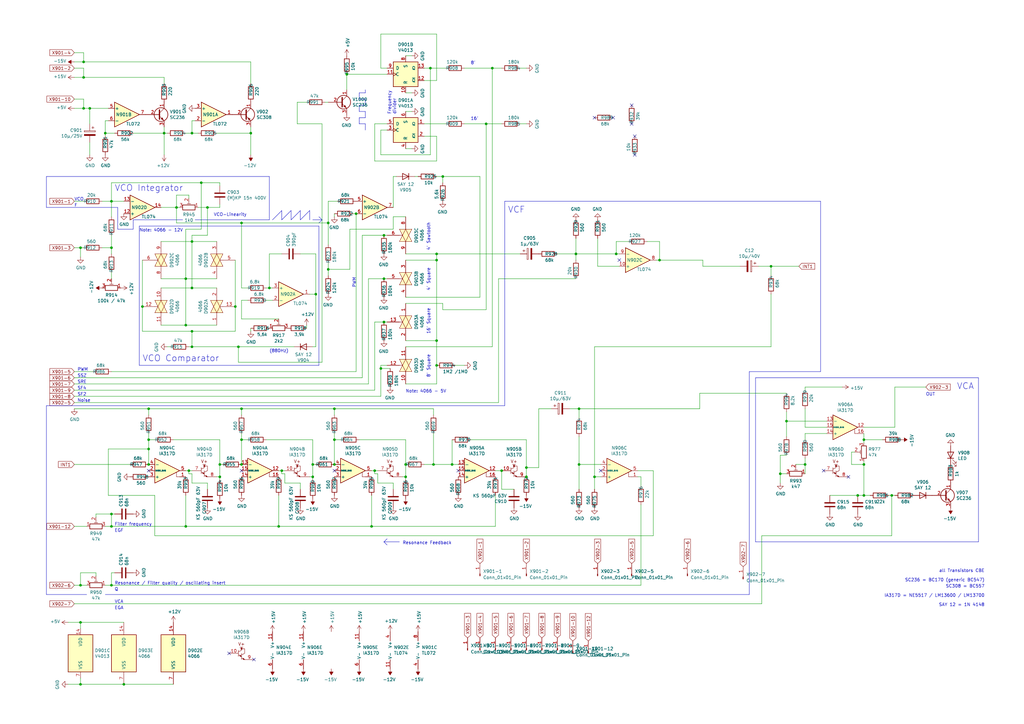
<source format=kicad_sch>
(kicad_sch (version 20230121) (generator eeschema)

  (uuid 6893edf3-a6d4-4b29-8722-7e6a082b8aed)

  (paper "A3")

  (title_block
    (title "AAC 3/E 142-790/KLP-54")
    (date "2021-04-18")
    (rev "c")
    (company "Polyphonic Synthesizer \"Tiracon 6V\"")
    (comment 1 "ehem. VEB Automatisierungsanlagen Cottbus")
    (comment 2 "Kanalleiterplatte KLP Stromlaufplan")
    (comment 4 "Voice Card Circuit")
    (comment 9 "Kopie für Thomas Wagner")
  )

  (lib_symbols
    (symbol "4xxx:4013" (pin_names (offset 1.016)) (in_bom yes) (on_board yes)
      (property "Reference" "U" (at -7.62 8.89 0)
        (effects (font (size 1.27 1.27)))
      )
      (property "Value" "4013" (at -7.62 -8.89 0)
        (effects (font (size 1.27 1.27)))
      )
      (property "Footprint" "" (at 0 0 0)
        (effects (font (size 1.27 1.27)) hide)
      )
      (property "Datasheet" "http://www.onsemi.com/pub/Collateral/MC14013B-D.PDF" (at 0 0 0)
        (effects (font (size 1.27 1.27)) hide)
      )
      (property "ki_locked" "" (at 0 0 0)
        (effects (font (size 1.27 1.27)))
      )
      (property "ki_keywords" "CMOS DFF" (at 0 0 0)
        (effects (font (size 1.27 1.27)) hide)
      )
      (property "ki_description" "Dual D  FlipFlop, Set & reset" (at 0 0 0)
        (effects (font (size 1.27 1.27)) hide)
      )
      (property "ki_fp_filters" "DIP*W7.62mm* SOIC*3.9x9.9mm*P1.27mm* TSSOP*4.4x5mm*P0.65mm*" (at 0 0 0)
        (effects (font (size 1.27 1.27)) hide)
      )
      (symbol "4013_1_1"
        (rectangle (start -5.08 5.08) (end 5.08 -5.08)
          (stroke (width 0.254) (type default))
          (fill (type background))
        )
        (pin output line (at 7.62 2.54 180) (length 2.54)
          (name "Q" (effects (font (size 1.27 1.27))))
          (number "1" (effects (font (size 1.27 1.27))))
        )
        (pin output line (at 7.62 -2.54 180) (length 2.54)
          (name "~{Q}" (effects (font (size 1.27 1.27))))
          (number "2" (effects (font (size 1.27 1.27))))
        )
        (pin input clock (at -7.62 0 0) (length 2.54)
          (name "C" (effects (font (size 1.27 1.27))))
          (number "3" (effects (font (size 1.27 1.27))))
        )
        (pin input line (at 0 -7.62 90) (length 2.54)
          (name "R" (effects (font (size 1.27 1.27))))
          (number "4" (effects (font (size 1.27 1.27))))
        )
        (pin input line (at -7.62 2.54 0) (length 2.54)
          (name "D" (effects (font (size 1.27 1.27))))
          (number "5" (effects (font (size 1.27 1.27))))
        )
        (pin input line (at 0 7.62 270) (length 2.54)
          (name "S" (effects (font (size 1.27 1.27))))
          (number "6" (effects (font (size 1.27 1.27))))
        )
      )
      (symbol "4013_2_1"
        (rectangle (start -5.08 5.08) (end 5.08 -5.08)
          (stroke (width 0.254) (type default))
          (fill (type background))
        )
        (pin input line (at 0 -7.62 90) (length 2.54)
          (name "R" (effects (font (size 1.27 1.27))))
          (number "10" (effects (font (size 1.27 1.27))))
        )
        (pin input clock (at -7.62 0 0) (length 2.54)
          (name "C" (effects (font (size 1.27 1.27))))
          (number "11" (effects (font (size 1.27 1.27))))
        )
        (pin output line (at 7.62 -2.54 180) (length 2.54)
          (name "~{Q}" (effects (font (size 1.27 1.27))))
          (number "12" (effects (font (size 1.27 1.27))))
        )
        (pin output line (at 7.62 2.54 180) (length 2.54)
          (name "Q" (effects (font (size 1.27 1.27))))
          (number "13" (effects (font (size 1.27 1.27))))
        )
        (pin input line (at 0 7.62 270) (length 2.54)
          (name "S" (effects (font (size 1.27 1.27))))
          (number "8" (effects (font (size 1.27 1.27))))
        )
        (pin input line (at -7.62 2.54 0) (length 2.54)
          (name "D" (effects (font (size 1.27 1.27))))
          (number "9" (effects (font (size 1.27 1.27))))
        )
      )
      (symbol "4013_3_0"
        (pin power_in line (at 0 10.16 270) (length 2.54)
          (name "VDD" (effects (font (size 1.27 1.27))))
          (number "14" (effects (font (size 1.27 1.27))))
        )
        (pin power_in line (at 0 -10.16 90) (length 2.54)
          (name "VSS" (effects (font (size 1.27 1.27))))
          (number "7" (effects (font (size 1.27 1.27))))
        )
      )
      (symbol "4013_3_1"
        (rectangle (start -5.08 7.62) (end 5.08 -7.62)
          (stroke (width 0.254) (type default))
          (fill (type background))
        )
      )
    )
    (symbol "4xxx:4066" (pin_names (offset 1.016)) (in_bom yes) (on_board yes)
      (property "Reference" "U" (at -7.62 8.89 0)
        (effects (font (size 1.27 1.27)))
      )
      (property "Value" "4066" (at -7.62 -8.89 0)
        (effects (font (size 1.27 1.27)))
      )
      (property "Footprint" "" (at 0 0 0)
        (effects (font (size 1.27 1.27)) hide)
      )
      (property "Datasheet" "http://www.ti.com/lit/ds/symlink/cd4066b.pdf" (at 0 0 0)
        (effects (font (size 1.27 1.27)) hide)
      )
      (property "ki_locked" "" (at 0 0 0)
        (effects (font (size 1.27 1.27)))
      )
      (property "ki_keywords" "CMOS SWITCH" (at 0 0 0)
        (effects (font (size 1.27 1.27)) hide)
      )
      (property "ki_description" "Quad Analog Switches" (at 0 0 0)
        (effects (font (size 1.27 1.27)) hide)
      )
      (property "ki_fp_filters" "DIP?14*" (at 0 0 0)
        (effects (font (size 1.27 1.27)) hide)
      )
      (symbol "4066_1_0"
        (polyline
          (pts
            (xy 0 1.27)
            (xy 0 2.54)
          )
          (stroke (width 0.1524) (type default))
          (fill (type none))
        )
        (polyline
          (pts
            (xy -2.54 0)
            (xy 2.54 2.54)
            (xy 2.54 -2.54)
            (xy -2.54 0)
          )
          (stroke (width 0) (type default))
          (fill (type background))
        )
        (polyline
          (pts
            (xy -2.54 2.54)
            (xy 2.54 0)
            (xy -2.54 -2.54)
            (xy -2.54 2.54)
          )
          (stroke (width 0) (type default))
          (fill (type background))
        )
        (pin passive line (at -7.62 0 0) (length 5.08)
          (name "~" (effects (font (size 1.27 1.27))))
          (number "1" (effects (font (size 1.27 1.27))))
        )
        (pin input line (at 0 7.62 270) (length 5.08)
          (name "~" (effects (font (size 1.27 1.27))))
          (number "13" (effects (font (size 1.27 1.27))))
        )
        (pin passive line (at 7.62 0 180) (length 5.08)
          (name "~" (effects (font (size 1.27 1.27))))
          (number "2" (effects (font (size 1.27 1.27))))
        )
      )
      (symbol "4066_2_0"
        (polyline
          (pts
            (xy 0 1.27)
            (xy 0 2.54)
          )
          (stroke (width 0.1524) (type default))
          (fill (type none))
        )
        (polyline
          (pts
            (xy -2.54 0)
            (xy 2.54 2.54)
            (xy 2.54 -2.54)
            (xy -2.54 0)
          )
          (stroke (width 0) (type default))
          (fill (type background))
        )
        (polyline
          (pts
            (xy -2.54 2.54)
            (xy 2.54 0)
            (xy -2.54 -2.54)
            (xy -2.54 2.54)
          )
          (stroke (width 0) (type default))
          (fill (type background))
        )
        (pin passive line (at 7.62 0 180) (length 5.08)
          (name "~" (effects (font (size 1.27 1.27))))
          (number "3" (effects (font (size 1.27 1.27))))
        )
        (pin passive line (at -7.62 0 0) (length 5.08)
          (name "~" (effects (font (size 1.27 1.27))))
          (number "4" (effects (font (size 1.27 1.27))))
        )
        (pin input line (at 0 7.62 270) (length 5.08)
          (name "~" (effects (font (size 1.27 1.27))))
          (number "5" (effects (font (size 1.27 1.27))))
        )
      )
      (symbol "4066_3_0"
        (polyline
          (pts
            (xy 0 1.27)
            (xy 0 2.54)
          )
          (stroke (width 0.1524) (type default))
          (fill (type none))
        )
        (polyline
          (pts
            (xy -2.54 0)
            (xy 2.54 2.54)
            (xy 2.54 -2.54)
            (xy -2.54 0)
          )
          (stroke (width 0) (type default))
          (fill (type background))
        )
        (polyline
          (pts
            (xy -2.54 2.54)
            (xy 2.54 0)
            (xy -2.54 -2.54)
            (xy -2.54 2.54)
          )
          (stroke (width 0) (type default))
          (fill (type background))
        )
        (pin input line (at 0 7.62 270) (length 5.08)
          (name "~" (effects (font (size 1.27 1.27))))
          (number "6" (effects (font (size 1.27 1.27))))
        )
        (pin passive line (at -7.62 0 0) (length 5.08)
          (name "~" (effects (font (size 1.27 1.27))))
          (number "8" (effects (font (size 1.27 1.27))))
        )
        (pin passive line (at 7.62 0 180) (length 5.08)
          (name "~" (effects (font (size 1.27 1.27))))
          (number "9" (effects (font (size 1.27 1.27))))
        )
      )
      (symbol "4066_4_0"
        (polyline
          (pts
            (xy 0 1.27)
            (xy 0 2.54)
          )
          (stroke (width 0.1524) (type default))
          (fill (type none))
        )
        (polyline
          (pts
            (xy -2.54 0)
            (xy 2.54 2.54)
            (xy 2.54 -2.54)
            (xy -2.54 0)
          )
          (stroke (width 0) (type default))
          (fill (type background))
        )
        (polyline
          (pts
            (xy -2.54 2.54)
            (xy 2.54 0)
            (xy -2.54 -2.54)
            (xy -2.54 2.54)
          )
          (stroke (width 0) (type default))
          (fill (type background))
        )
        (pin passive line (at 7.62 0 180) (length 5.08)
          (name "~" (effects (font (size 1.27 1.27))))
          (number "10" (effects (font (size 1.27 1.27))))
        )
        (pin passive line (at -7.62 0 0) (length 5.08)
          (name "~" (effects (font (size 1.27 1.27))))
          (number "11" (effects (font (size 1.27 1.27))))
        )
        (pin input line (at 0 7.62 270) (length 5.08)
          (name "~" (effects (font (size 1.27 1.27))))
          (number "12" (effects (font (size 1.27 1.27))))
        )
      )
      (symbol "4066_5_0"
        (pin power_in line (at 0 12.7 270) (length 5.08)
          (name "VDD" (effects (font (size 1.27 1.27))))
          (number "14" (effects (font (size 1.27 1.27))))
        )
        (pin power_in line (at 0 -12.7 90) (length 5.08)
          (name "VSS" (effects (font (size 1.27 1.27))))
          (number "7" (effects (font (size 1.27 1.27))))
        )
      )
      (symbol "4066_5_1"
        (rectangle (start -5.08 7.62) (end 5.08 -7.62)
          (stroke (width 0.254) (type default))
          (fill (type background))
        )
      )
    )
    (symbol "Amplifier_Operational:LM13700" (pin_names (offset 0.127)) (in_bom yes) (on_board yes)
      (property "Reference" "U" (at 3.81 5.08 0)
        (effects (font (size 1.27 1.27)))
      )
      (property "Value" "LM13700" (at 5.08 -5.08 0)
        (effects (font (size 1.27 1.27)))
      )
      (property "Footprint" "" (at -7.62 0.635 0)
        (effects (font (size 1.27 1.27)) hide)
      )
      (property "Datasheet" "http://www.ti.com/lit/ds/symlink/lm13700.pdf" (at -7.62 0.635 0)
        (effects (font (size 1.27 1.27)) hide)
      )
      (property "ki_locked" "" (at 0 0 0)
        (effects (font (size 1.27 1.27)))
      )
      (property "ki_keywords" "operational transconductance amplifier OTA" (at 0 0 0)
        (effects (font (size 1.27 1.27)) hide)
      )
      (property "ki_description" "Dual Operational Transconductance Amplifiers with Linearizing Diodes and Buffers, DIP-16/SOIC-16" (at 0 0 0)
        (effects (font (size 1.27 1.27)) hide)
      )
      (property "ki_fp_filters" "SOIC*3.9x9.9mm*P1.27mm* DIP*W7.62mm*" (at 0 0 0)
        (effects (font (size 1.27 1.27)) hide)
      )
      (symbol "LM13700_1_1"
        (polyline
          (pts
            (xy 3.81 -0.635)
            (xy 3.81 -2.54)
            (xy 5.08 -2.54)
          )
          (stroke (width 0) (type default))
          (fill (type none))
        )
        (polyline
          (pts
            (xy 5.08 0)
            (xy -5.08 -5.08)
            (xy -5.08 5.08)
            (xy 5.08 0)
          )
          (stroke (width 0.254) (type default))
          (fill (type background))
        )
        (pin output line (at 7.62 0 180) (length 2.54)
          (name "~" (effects (font (size 1.27 1.27))))
          (number "12" (effects (font (size 1.27 1.27))))
        )
        (pin input line (at -7.62 2.54 0) (length 2.54)
          (name "-" (effects (font (size 1.27 1.27))))
          (number "13" (effects (font (size 1.27 1.27))))
        )
        (pin input line (at -7.62 -2.54 0) (length 2.54)
          (name "+" (effects (font (size 1.27 1.27))))
          (number "14" (effects (font (size 1.27 1.27))))
        )
        (pin input line (at -7.62 0 0) (length 2.54)
          (name "DIODE_BIAS" (effects (font (size 0.508 0.508))))
          (number "15" (effects (font (size 1.27 1.27))))
        )
        (pin input line (at 7.62 -2.54 180) (length 2.54)
          (name "~" (effects (font (size 1.27 1.27))))
          (number "16" (effects (font (size 1.27 1.27))))
        )
      )
      (symbol "LM13700_2_0"
        (polyline
          (pts
            (xy -1.905 2.54)
            (xy -3.175 2.54)
          )
          (stroke (width 0) (type default))
          (fill (type none))
        )
      )
      (symbol "LM13700_2_1"
        (circle (center -2.54 1.905) (radius 0.254)
          (stroke (width 0.254) (type default))
          (fill (type outline))
        )
        (polyline
          (pts
            (xy -3.81 -0.635)
            (xy -2.54 -1.27)
          )
          (stroke (width 0) (type default))
          (fill (type none))
        )
        (polyline
          (pts
            (xy -3.81 1.27)
            (xy -3.81 -1.27)
          )
          (stroke (width 0) (type default))
          (fill (type none))
        )
        (polyline
          (pts
            (xy -2.54 -1.905)
            (xy -1.27 -2.54)
          )
          (stroke (width 0) (type default))
          (fill (type none))
        )
        (polyline
          (pts
            (xy -2.54 0)
            (xy -2.54 -2.54)
          )
          (stroke (width 0) (type default))
          (fill (type none))
        )
        (polyline
          (pts
            (xy -3.81 0.635)
            (xy -2.54 1.27)
            (xy -2.54 1.905)
            (xy -2.54 2.54)
          )
          (stroke (width 0) (type default))
          (fill (type none))
        )
        (polyline
          (pts
            (xy -2.54 -1.27)
            (xy -3.175 -0.635)
            (xy -3.175 -1.27)
            (xy -2.54 -1.27)
          )
          (stroke (width 0) (type default))
          (fill (type outline))
        )
        (polyline
          (pts
            (xy -2.54 -0.635)
            (xy -1.27 0)
            (xy -1.27 1.905)
            (xy -2.54 1.905)
          )
          (stroke (width 0) (type default))
          (fill (type none))
        )
        (polyline
          (pts
            (xy -1.27 -2.54)
            (xy -1.905 -1.905)
            (xy -1.905 -2.54)
            (xy -1.27 -2.54)
          )
          (stroke (width 0) (type default))
          (fill (type outline))
        )
        (text "V+" (at -2.54 3.81 0)
          (effects (font (size 1.27 1.27)))
        )
        (pin input line (at -7.62 0 0) (length 3.81)
          (name "~" (effects (font (size 1.27 1.27))))
          (number "10" (effects (font (size 1.27 1.27))))
        )
        (pin output line (at 2.54 -2.54 180) (length 3.81)
          (name "~" (effects (font (size 1.27 1.27))))
          (number "9" (effects (font (size 1.27 1.27))))
        )
      )
      (symbol "LM13700_3_1"
        (polyline
          (pts
            (xy 3.81 -0.635)
            (xy 3.81 -2.54)
            (xy 5.08 -2.54)
          )
          (stroke (width 0) (type default))
          (fill (type none))
        )
        (polyline
          (pts
            (xy 5.08 0)
            (xy -5.08 -5.08)
            (xy -5.08 5.08)
            (xy 5.08 0)
          )
          (stroke (width 0.254) (type default))
          (fill (type background))
        )
        (pin input line (at 7.62 -2.54 180) (length 2.54)
          (name "~" (effects (font (size 1.27 1.27))))
          (number "1" (effects (font (size 1.27 1.27))))
        )
        (pin input line (at -7.62 0 0) (length 2.54)
          (name "DIODE_BIAS" (effects (font (size 0.508 0.508))))
          (number "2" (effects (font (size 1.27 1.27))))
        )
        (pin input line (at -7.62 -2.54 0) (length 2.54)
          (name "+" (effects (font (size 1.27 1.27))))
          (number "3" (effects (font (size 1.27 1.27))))
        )
        (pin input line (at -7.62 2.54 0) (length 2.54)
          (name "-" (effects (font (size 1.27 1.27))))
          (number "4" (effects (font (size 1.27 1.27))))
        )
        (pin output line (at 7.62 0 180) (length 2.54)
          (name "~" (effects (font (size 1.27 1.27))))
          (number "5" (effects (font (size 1.27 1.27))))
        )
      )
      (symbol "LM13700_4_0"
        (polyline
          (pts
            (xy -3.175 2.54)
            (xy -1.905 2.54)
          )
          (stroke (width 0) (type default))
          (fill (type none))
        )
        (text "V+" (at -2.54 3.81 0)
          (effects (font (size 1.27 1.27)))
        )
      )
      (symbol "LM13700_4_1"
        (circle (center -2.54 1.905) (radius 0.254)
          (stroke (width 0.254) (type default))
          (fill (type outline))
        )
        (polyline
          (pts
            (xy -3.81 -0.635)
            (xy -2.54 -1.27)
          )
          (stroke (width 0) (type default))
          (fill (type none))
        )
        (polyline
          (pts
            (xy -3.81 1.27)
            (xy -3.81 -1.27)
          )
          (stroke (width 0) (type default))
          (fill (type none))
        )
        (polyline
          (pts
            (xy -2.54 -1.905)
            (xy -1.27 -2.54)
          )
          (stroke (width 0) (type default))
          (fill (type none))
        )
        (polyline
          (pts
            (xy -2.54 0)
            (xy -2.54 -2.54)
          )
          (stroke (width 0) (type default))
          (fill (type none))
        )
        (polyline
          (pts
            (xy -3.81 0.635)
            (xy -2.54 1.27)
            (xy -2.54 2.54)
          )
          (stroke (width 0) (type default))
          (fill (type none))
        )
        (polyline
          (pts
            (xy -2.54 -1.27)
            (xy -3.175 -0.635)
            (xy -3.175 -1.27)
            (xy -2.54 -1.27)
          )
          (stroke (width 0) (type default))
          (fill (type outline))
        )
        (polyline
          (pts
            (xy -2.54 -0.635)
            (xy -1.27 0)
            (xy -1.27 1.905)
            (xy -2.54 1.905)
          )
          (stroke (width 0) (type default))
          (fill (type none))
        )
        (polyline
          (pts
            (xy -1.27 -2.54)
            (xy -1.905 -1.905)
            (xy -1.905 -2.54)
            (xy -1.27 -2.54)
          )
          (stroke (width 0) (type default))
          (fill (type outline))
        )
        (pin input line (at -7.62 0 0) (length 3.81)
          (name "~" (effects (font (size 1.27 1.27))))
          (number "7" (effects (font (size 1.27 1.27))))
        )
        (pin output line (at 2.54 -2.54 180) (length 3.81)
          (name "~" (effects (font (size 1.27 1.27))))
          (number "8" (effects (font (size 1.27 1.27))))
        )
      )
      (symbol "LM13700_5_1"
        (pin power_in line (at -2.54 7.62 270) (length 3.81)
          (name "V+" (effects (font (size 1.27 1.27))))
          (number "11" (effects (font (size 1.27 1.27))))
        )
        (pin power_in line (at -2.54 -7.62 90) (length 3.81)
          (name "V-" (effects (font (size 1.27 1.27))))
          (number "6" (effects (font (size 1.27 1.27))))
        )
      )
    )
    (symbol "Amplifier_Operational:TL072" (pin_names (offset 0.127)) (in_bom yes) (on_board yes)
      (property "Reference" "U" (at 0 5.08 0)
        (effects (font (size 1.27 1.27)) (justify left))
      )
      (property "Value" "TL072" (at 0 -5.08 0)
        (effects (font (size 1.27 1.27)) (justify left))
      )
      (property "Footprint" "" (at 0 0 0)
        (effects (font (size 1.27 1.27)) hide)
      )
      (property "Datasheet" "http://www.ti.com/lit/ds/symlink/tl071.pdf" (at 0 0 0)
        (effects (font (size 1.27 1.27)) hide)
      )
      (property "ki_locked" "" (at 0 0 0)
        (effects (font (size 1.27 1.27)))
      )
      (property "ki_keywords" "dual opamp" (at 0 0 0)
        (effects (font (size 1.27 1.27)) hide)
      )
      (property "ki_description" "Dual Low-Noise JFET-Input Operational Amplifiers, DIP-8/SOIC-8" (at 0 0 0)
        (effects (font (size 1.27 1.27)) hide)
      )
      (property "ki_fp_filters" "SOIC*3.9x4.9mm*P1.27mm* DIP*W7.62mm* TO*99* OnSemi*Micro8* TSSOP*3x3mm*P0.65mm* TSSOP*4.4x3mm*P0.65mm* MSOP*3x3mm*P0.65mm* SSOP*3.9x4.9mm*P0.635mm* LFCSP*2x2mm*P0.5mm* *SIP* SOIC*5.3x6.2mm*P1.27mm*" (at 0 0 0)
        (effects (font (size 1.27 1.27)) hide)
      )
      (symbol "TL072_1_1"
        (polyline
          (pts
            (xy -5.08 5.08)
            (xy 5.08 0)
            (xy -5.08 -5.08)
            (xy -5.08 5.08)
          )
          (stroke (width 0.254) (type default))
          (fill (type background))
        )
        (pin output line (at 7.62 0 180) (length 2.54)
          (name "~" (effects (font (size 1.27 1.27))))
          (number "1" (effects (font (size 1.27 1.27))))
        )
        (pin input line (at -7.62 -2.54 0) (length 2.54)
          (name "-" (effects (font (size 1.27 1.27))))
          (number "2" (effects (font (size 1.27 1.27))))
        )
        (pin input line (at -7.62 2.54 0) (length 2.54)
          (name "+" (effects (font (size 1.27 1.27))))
          (number "3" (effects (font (size 1.27 1.27))))
        )
      )
      (symbol "TL072_2_1"
        (polyline
          (pts
            (xy -5.08 5.08)
            (xy 5.08 0)
            (xy -5.08 -5.08)
            (xy -5.08 5.08)
          )
          (stroke (width 0.254) (type default))
          (fill (type background))
        )
        (pin input line (at -7.62 2.54 0) (length 2.54)
          (name "+" (effects (font (size 1.27 1.27))))
          (number "5" (effects (font (size 1.27 1.27))))
        )
        (pin input line (at -7.62 -2.54 0) (length 2.54)
          (name "-" (effects (font (size 1.27 1.27))))
          (number "6" (effects (font (size 1.27 1.27))))
        )
        (pin output line (at 7.62 0 180) (length 2.54)
          (name "~" (effects (font (size 1.27 1.27))))
          (number "7" (effects (font (size 1.27 1.27))))
        )
      )
      (symbol "TL072_3_1"
        (pin power_in line (at -2.54 -7.62 90) (length 3.81)
          (name "V-" (effects (font (size 1.27 1.27))))
          (number "4" (effects (font (size 1.27 1.27))))
        )
        (pin power_in line (at -2.54 7.62 270) (length 3.81)
          (name "V+" (effects (font (size 1.27 1.27))))
          (number "8" (effects (font (size 1.27 1.27))))
        )
      )
    )
    (symbol "Amplifier_Operational:TL074" (pin_names (offset 0.127)) (in_bom yes) (on_board yes)
      (property "Reference" "U" (at 0 5.08 0)
        (effects (font (size 1.27 1.27)) (justify left))
      )
      (property "Value" "TL074" (at 0 -5.08 0)
        (effects (font (size 1.27 1.27)) (justify left))
      )
      (property "Footprint" "" (at -1.27 2.54 0)
        (effects (font (size 1.27 1.27)) hide)
      )
      (property "Datasheet" "http://www.ti.com/lit/ds/symlink/tl071.pdf" (at 1.27 5.08 0)
        (effects (font (size 1.27 1.27)) hide)
      )
      (property "ki_locked" "" (at 0 0 0)
        (effects (font (size 1.27 1.27)))
      )
      (property "ki_keywords" "quad opamp" (at 0 0 0)
        (effects (font (size 1.27 1.27)) hide)
      )
      (property "ki_description" "Quad Low-Noise JFET-Input Operational Amplifiers, DIP-14/SOIC-14" (at 0 0 0)
        (effects (font (size 1.27 1.27)) hide)
      )
      (property "ki_fp_filters" "SOIC*3.9x8.7mm*P1.27mm* DIP*W7.62mm* TSSOP*4.4x5mm*P0.65mm* SSOP*5.3x6.2mm*P0.65mm* MSOP*3x3mm*P0.5mm*" (at 0 0 0)
        (effects (font (size 1.27 1.27)) hide)
      )
      (symbol "TL074_1_1"
        (polyline
          (pts
            (xy -5.08 5.08)
            (xy 5.08 0)
            (xy -5.08 -5.08)
            (xy -5.08 5.08)
          )
          (stroke (width 0.254) (type default))
          (fill (type background))
        )
        (pin output line (at 7.62 0 180) (length 2.54)
          (name "~" (effects (font (size 1.27 1.27))))
          (number "1" (effects (font (size 1.27 1.27))))
        )
        (pin input line (at -7.62 -2.54 0) (length 2.54)
          (name "-" (effects (font (size 1.27 1.27))))
          (number "2" (effects (font (size 1.27 1.27))))
        )
        (pin input line (at -7.62 2.54 0) (length 2.54)
          (name "+" (effects (font (size 1.27 1.27))))
          (number "3" (effects (font (size 1.27 1.27))))
        )
      )
      (symbol "TL074_2_1"
        (polyline
          (pts
            (xy -5.08 5.08)
            (xy 5.08 0)
            (xy -5.08 -5.08)
            (xy -5.08 5.08)
          )
          (stroke (width 0.254) (type default))
          (fill (type background))
        )
        (pin input line (at -7.62 2.54 0) (length 2.54)
          (name "+" (effects (font (size 1.27 1.27))))
          (number "5" (effects (font (size 1.27 1.27))))
        )
        (pin input line (at -7.62 -2.54 0) (length 2.54)
          (name "-" (effects (font (size 1.27 1.27))))
          (number "6" (effects (font (size 1.27 1.27))))
        )
        (pin output line (at 7.62 0 180) (length 2.54)
          (name "~" (effects (font (size 1.27 1.27))))
          (number "7" (effects (font (size 1.27 1.27))))
        )
      )
      (symbol "TL074_3_1"
        (polyline
          (pts
            (xy -5.08 5.08)
            (xy 5.08 0)
            (xy -5.08 -5.08)
            (xy -5.08 5.08)
          )
          (stroke (width 0.254) (type default))
          (fill (type background))
        )
        (pin input line (at -7.62 2.54 0) (length 2.54)
          (name "+" (effects (font (size 1.27 1.27))))
          (number "10" (effects (font (size 1.27 1.27))))
        )
        (pin output line (at 7.62 0 180) (length 2.54)
          (name "~" (effects (font (size 1.27 1.27))))
          (number "8" (effects (font (size 1.27 1.27))))
        )
        (pin input line (at -7.62 -2.54 0) (length 2.54)
          (name "-" (effects (font (size 1.27 1.27))))
          (number "9" (effects (font (size 1.27 1.27))))
        )
      )
      (symbol "TL074_4_1"
        (polyline
          (pts
            (xy -5.08 5.08)
            (xy 5.08 0)
            (xy -5.08 -5.08)
            (xy -5.08 5.08)
          )
          (stroke (width 0.254) (type default))
          (fill (type background))
        )
        (pin input line (at -7.62 2.54 0) (length 2.54)
          (name "+" (effects (font (size 1.27 1.27))))
          (number "12" (effects (font (size 1.27 1.27))))
        )
        (pin input line (at -7.62 -2.54 0) (length 2.54)
          (name "-" (effects (font (size 1.27 1.27))))
          (number "13" (effects (font (size 1.27 1.27))))
        )
        (pin output line (at 7.62 0 180) (length 2.54)
          (name "~" (effects (font (size 1.27 1.27))))
          (number "14" (effects (font (size 1.27 1.27))))
        )
      )
      (symbol "TL074_5_1"
        (pin power_in line (at -2.54 -7.62 90) (length 3.81)
          (name "V-" (effects (font (size 1.27 1.27))))
          (number "11" (effects (font (size 1.27 1.27))))
        )
        (pin power_in line (at -2.54 7.62 270) (length 3.81)
          (name "V+" (effects (font (size 1.27 1.27))))
          (number "4" (effects (font (size 1.27 1.27))))
        )
      )
    )
    (symbol "Connector:Conn_01x01_Pin" (pin_names (offset 1.016) hide) (in_bom yes) (on_board yes)
      (property "Reference" "J" (at 0 2.54 0)
        (effects (font (size 1.27 1.27)))
      )
      (property "Value" "Conn_01x01_Pin" (at 0 -2.54 0)
        (effects (font (size 1.27 1.27)))
      )
      (property "Footprint" "" (at 0 0 0)
        (effects (font (size 1.27 1.27)) hide)
      )
      (property "Datasheet" "~" (at 0 0 0)
        (effects (font (size 1.27 1.27)) hide)
      )
      (property "ki_locked" "" (at 0 0 0)
        (effects (font (size 1.27 1.27)))
      )
      (property "ki_keywords" "connector" (at 0 0 0)
        (effects (font (size 1.27 1.27)) hide)
      )
      (property "ki_description" "Generic connector, single row, 01x01, script generated" (at 0 0 0)
        (effects (font (size 1.27 1.27)) hide)
      )
      (property "ki_fp_filters" "Connector*:*_1x??_*" (at 0 0 0)
        (effects (font (size 1.27 1.27)) hide)
      )
      (symbol "Conn_01x01_Pin_1_1"
        (polyline
          (pts
            (xy 1.27 0)
            (xy 0.8636 0)
          )
          (stroke (width 0.1524) (type default))
          (fill (type none))
        )
        (rectangle (start 0.8636 0.127) (end 0 -0.127)
          (stroke (width 0.1524) (type default))
          (fill (type outline))
        )
        (pin passive line (at 5.08 0 180) (length 3.81)
          (name "Pin_1" (effects (font (size 1.27 1.27))))
          (number "1" (effects (font (size 1.27 1.27))))
        )
      )
    )
    (symbol "Device:C" (pin_numbers hide) (pin_names (offset 0.254)) (in_bom yes) (on_board yes)
      (property "Reference" "C" (at 0.635 2.54 0)
        (effects (font (size 1.27 1.27)) (justify left))
      )
      (property "Value" "C" (at 0.635 -2.54 0)
        (effects (font (size 1.27 1.27)) (justify left))
      )
      (property "Footprint" "" (at 0.9652 -3.81 0)
        (effects (font (size 1.27 1.27)) hide)
      )
      (property "Datasheet" "~" (at 0 0 0)
        (effects (font (size 1.27 1.27)) hide)
      )
      (property "ki_keywords" "cap capacitor" (at 0 0 0)
        (effects (font (size 1.27 1.27)) hide)
      )
      (property "ki_description" "Unpolarized capacitor" (at 0 0 0)
        (effects (font (size 1.27 1.27)) hide)
      )
      (property "ki_fp_filters" "C_*" (at 0 0 0)
        (effects (font (size 1.27 1.27)) hide)
      )
      (symbol "C_0_1"
        (polyline
          (pts
            (xy -2.032 -0.762)
            (xy 2.032 -0.762)
          )
          (stroke (width 0.508) (type default))
          (fill (type none))
        )
        (polyline
          (pts
            (xy -2.032 0.762)
            (xy 2.032 0.762)
          )
          (stroke (width 0.508) (type default))
          (fill (type none))
        )
      )
      (symbol "C_1_1"
        (pin passive line (at 0 3.81 270) (length 2.794)
          (name "~" (effects (font (size 1.27 1.27))))
          (number "1" (effects (font (size 1.27 1.27))))
        )
        (pin passive line (at 0 -3.81 90) (length 2.794)
          (name "~" (effects (font (size 1.27 1.27))))
          (number "2" (effects (font (size 1.27 1.27))))
        )
      )
    )
    (symbol "Device:D" (pin_numbers hide) (pin_names (offset 1.016) hide) (in_bom yes) (on_board yes)
      (property "Reference" "D" (at 0 2.54 0)
        (effects (font (size 1.27 1.27)))
      )
      (property "Value" "D" (at 0 -2.54 0)
        (effects (font (size 1.27 1.27)))
      )
      (property "Footprint" "" (at 0 0 0)
        (effects (font (size 1.27 1.27)) hide)
      )
      (property "Datasheet" "~" (at 0 0 0)
        (effects (font (size 1.27 1.27)) hide)
      )
      (property "Sim.Device" "D" (at 0 0 0)
        (effects (font (size 1.27 1.27)) hide)
      )
      (property "Sim.Pins" "1=K 2=A" (at 0 0 0)
        (effects (font (size 1.27 1.27)) hide)
      )
      (property "ki_keywords" "diode" (at 0 0 0)
        (effects (font (size 1.27 1.27)) hide)
      )
      (property "ki_description" "Diode" (at 0 0 0)
        (effects (font (size 1.27 1.27)) hide)
      )
      (property "ki_fp_filters" "TO-???* *_Diode_* *SingleDiode* D_*" (at 0 0 0)
        (effects (font (size 1.27 1.27)) hide)
      )
      (symbol "D_0_1"
        (polyline
          (pts
            (xy -1.27 1.27)
            (xy -1.27 -1.27)
          )
          (stroke (width 0.254) (type default))
          (fill (type none))
        )
        (polyline
          (pts
            (xy 1.27 0)
            (xy -1.27 0)
          )
          (stroke (width 0) (type default))
          (fill (type none))
        )
        (polyline
          (pts
            (xy 1.27 1.27)
            (xy 1.27 -1.27)
            (xy -1.27 0)
            (xy 1.27 1.27)
          )
          (stroke (width 0.254) (type default))
          (fill (type none))
        )
      )
      (symbol "D_1_1"
        (pin passive line (at -3.81 0 0) (length 2.54)
          (name "K" (effects (font (size 1.27 1.27))))
          (number "1" (effects (font (size 1.27 1.27))))
        )
        (pin passive line (at 3.81 0 180) (length 2.54)
          (name "A" (effects (font (size 1.27 1.27))))
          (number "2" (effects (font (size 1.27 1.27))))
        )
      )
    )
    (symbol "Device:LED" (pin_numbers hide) (pin_names (offset 1.016) hide) (in_bom yes) (on_board yes)
      (property "Reference" "D" (at 0 2.54 0)
        (effects (font (size 1.27 1.27)))
      )
      (property "Value" "LED" (at 0 -2.54 0)
        (effects (font (size 1.27 1.27)))
      )
      (property "Footprint" "" (at 0 0 0)
        (effects (font (size 1.27 1.27)) hide)
      )
      (property "Datasheet" "~" (at 0 0 0)
        (effects (font (size 1.27 1.27)) hide)
      )
      (property "ki_keywords" "LED diode" (at 0 0 0)
        (effects (font (size 1.27 1.27)) hide)
      )
      (property "ki_description" "Light emitting diode" (at 0 0 0)
        (effects (font (size 1.27 1.27)) hide)
      )
      (property "ki_fp_filters" "LED* LED_SMD:* LED_THT:*" (at 0 0 0)
        (effects (font (size 1.27 1.27)) hide)
      )
      (symbol "LED_0_1"
        (polyline
          (pts
            (xy -1.27 -1.27)
            (xy -1.27 1.27)
          )
          (stroke (width 0.254) (type default))
          (fill (type none))
        )
        (polyline
          (pts
            (xy -1.27 0)
            (xy 1.27 0)
          )
          (stroke (width 0) (type default))
          (fill (type none))
        )
        (polyline
          (pts
            (xy 1.27 -1.27)
            (xy 1.27 1.27)
            (xy -1.27 0)
            (xy 1.27 -1.27)
          )
          (stroke (width 0.254) (type default))
          (fill (type none))
        )
        (polyline
          (pts
            (xy -3.048 -0.762)
            (xy -4.572 -2.286)
            (xy -3.81 -2.286)
            (xy -4.572 -2.286)
            (xy -4.572 -1.524)
          )
          (stroke (width 0) (type default))
          (fill (type none))
        )
        (polyline
          (pts
            (xy -1.778 -0.762)
            (xy -3.302 -2.286)
            (xy -2.54 -2.286)
            (xy -3.302 -2.286)
            (xy -3.302 -1.524)
          )
          (stroke (width 0) (type default))
          (fill (type none))
        )
      )
      (symbol "LED_1_1"
        (pin passive line (at -3.81 0 0) (length 2.54)
          (name "K" (effects (font (size 1.27 1.27))))
          (number "1" (effects (font (size 1.27 1.27))))
        )
        (pin passive line (at 3.81 0 180) (length 2.54)
          (name "A" (effects (font (size 1.27 1.27))))
          (number "2" (effects (font (size 1.27 1.27))))
        )
      )
    )
    (symbol "Device:Q_NPN_CBE" (pin_names (offset 0) hide) (in_bom yes) (on_board yes)
      (property "Reference" "Q" (at 5.08 1.27 0)
        (effects (font (size 1.27 1.27)) (justify left))
      )
      (property "Value" "Q_NPN_CBE" (at 5.08 -1.27 0)
        (effects (font (size 1.27 1.27)) (justify left))
      )
      (property "Footprint" "" (at 5.08 2.54 0)
        (effects (font (size 1.27 1.27)) hide)
      )
      (property "Datasheet" "~" (at 0 0 0)
        (effects (font (size 1.27 1.27)) hide)
      )
      (property "ki_keywords" "transistor NPN" (at 0 0 0)
        (effects (font (size 1.27 1.27)) hide)
      )
      (property "ki_description" "NPN transistor, collector/base/emitter" (at 0 0 0)
        (effects (font (size 1.27 1.27)) hide)
      )
      (symbol "Q_NPN_CBE_0_1"
        (polyline
          (pts
            (xy 0.635 0.635)
            (xy 2.54 2.54)
          )
          (stroke (width 0) (type default))
          (fill (type none))
        )
        (polyline
          (pts
            (xy 0.635 -0.635)
            (xy 2.54 -2.54)
            (xy 2.54 -2.54)
          )
          (stroke (width 0) (type default))
          (fill (type none))
        )
        (polyline
          (pts
            (xy 0.635 1.905)
            (xy 0.635 -1.905)
            (xy 0.635 -1.905)
          )
          (stroke (width 0.508) (type default))
          (fill (type none))
        )
        (polyline
          (pts
            (xy 1.27 -1.778)
            (xy 1.778 -1.27)
            (xy 2.286 -2.286)
            (xy 1.27 -1.778)
            (xy 1.27 -1.778)
          )
          (stroke (width 0) (type default))
          (fill (type outline))
        )
        (circle (center 1.27 0) (radius 2.8194)
          (stroke (width 0.254) (type default))
          (fill (type none))
        )
      )
      (symbol "Q_NPN_CBE_1_1"
        (pin passive line (at 2.54 5.08 270) (length 2.54)
          (name "C" (effects (font (size 1.27 1.27))))
          (number "1" (effects (font (size 1.27 1.27))))
        )
        (pin input line (at -5.08 0 0) (length 5.715)
          (name "B" (effects (font (size 1.27 1.27))))
          (number "2" (effects (font (size 1.27 1.27))))
        )
        (pin passive line (at 2.54 -5.08 90) (length 2.54)
          (name "E" (effects (font (size 1.27 1.27))))
          (number "3" (effects (font (size 1.27 1.27))))
        )
      )
    )
    (symbol "Device:Q_PNP_CBE" (pin_names (offset 0) hide) (in_bom yes) (on_board yes)
      (property "Reference" "Q" (at 5.08 1.27 0)
        (effects (font (size 1.27 1.27)) (justify left))
      )
      (property "Value" "Q_PNP_CBE" (at 5.08 -1.27 0)
        (effects (font (size 1.27 1.27)) (justify left))
      )
      (property "Footprint" "" (at 5.08 2.54 0)
        (effects (font (size 1.27 1.27)) hide)
      )
      (property "Datasheet" "~" (at 0 0 0)
        (effects (font (size 1.27 1.27)) hide)
      )
      (property "ki_keywords" "transistor PNP" (at 0 0 0)
        (effects (font (size 1.27 1.27)) hide)
      )
      (property "ki_description" "PNP transistor, collector/base/emitter" (at 0 0 0)
        (effects (font (size 1.27 1.27)) hide)
      )
      (symbol "Q_PNP_CBE_0_1"
        (polyline
          (pts
            (xy 0.635 0.635)
            (xy 2.54 2.54)
          )
          (stroke (width 0) (type default))
          (fill (type none))
        )
        (polyline
          (pts
            (xy 0.635 -0.635)
            (xy 2.54 -2.54)
            (xy 2.54 -2.54)
          )
          (stroke (width 0) (type default))
          (fill (type none))
        )
        (polyline
          (pts
            (xy 0.635 1.905)
            (xy 0.635 -1.905)
            (xy 0.635 -1.905)
          )
          (stroke (width 0.508) (type default))
          (fill (type none))
        )
        (polyline
          (pts
            (xy 2.286 -1.778)
            (xy 1.778 -2.286)
            (xy 1.27 -1.27)
            (xy 2.286 -1.778)
            (xy 2.286 -1.778)
          )
          (stroke (width 0) (type default))
          (fill (type outline))
        )
        (circle (center 1.27 0) (radius 2.8194)
          (stroke (width 0.254) (type default))
          (fill (type none))
        )
      )
      (symbol "Q_PNP_CBE_1_1"
        (pin passive line (at 2.54 5.08 270) (length 2.54)
          (name "C" (effects (font (size 1.27 1.27))))
          (number "1" (effects (font (size 1.27 1.27))))
        )
        (pin input line (at -5.08 0 0) (length 5.715)
          (name "B" (effects (font (size 1.27 1.27))))
          (number "2" (effects (font (size 1.27 1.27))))
        )
        (pin passive line (at 2.54 -5.08 90) (length 2.54)
          (name "E" (effects (font (size 1.27 1.27))))
          (number "3" (effects (font (size 1.27 1.27))))
        )
      )
    )
    (symbol "Device:R" (pin_numbers hide) (pin_names (offset 0)) (in_bom yes) (on_board yes)
      (property "Reference" "R" (at 2.032 0 90)
        (effects (font (size 1.27 1.27)))
      )
      (property "Value" "R" (at 0 0 90)
        (effects (font (size 1.27 1.27)))
      )
      (property "Footprint" "" (at -1.778 0 90)
        (effects (font (size 1.27 1.27)) hide)
      )
      (property "Datasheet" "~" (at 0 0 0)
        (effects (font (size 1.27 1.27)) hide)
      )
      (property "ki_keywords" "R res resistor" (at 0 0 0)
        (effects (font (size 1.27 1.27)) hide)
      )
      (property "ki_description" "Resistor" (at 0 0 0)
        (effects (font (size 1.27 1.27)) hide)
      )
      (property "ki_fp_filters" "R_*" (at 0 0 0)
        (effects (font (size 1.27 1.27)) hide)
      )
      (symbol "R_0_1"
        (rectangle (start -1.016 -2.54) (end 1.016 2.54)
          (stroke (width 0.254) (type default))
          (fill (type none))
        )
      )
      (symbol "R_1_1"
        (pin passive line (at 0 3.81 270) (length 1.27)
          (name "~" (effects (font (size 1.27 1.27))))
          (number "1" (effects (font (size 1.27 1.27))))
        )
        (pin passive line (at 0 -3.81 90) (length 1.27)
          (name "~" (effects (font (size 1.27 1.27))))
          (number "2" (effects (font (size 1.27 1.27))))
        )
      )
    )
    (symbol "KLP-rescue:CP-Device" (pin_numbers hide) (pin_names (offset 0.254)) (in_bom yes) (on_board yes)
      (property "Reference" "C" (at 0.635 2.54 0)
        (effects (font (size 1.27 1.27)) (justify left))
      )
      (property "Value" "Device_CP" (at 0.635 -2.54 0)
        (effects (font (size 1.27 1.27)) (justify left))
      )
      (property "Footprint" "" (at 0.9652 -3.81 0)
        (effects (font (size 1.27 1.27)) hide)
      )
      (property "Datasheet" "" (at 0 0 0)
        (effects (font (size 1.27 1.27)) hide)
      )
      (property "ki_fp_filters" "CP_*" (at 0 0 0)
        (effects (font (size 1.27 1.27)) hide)
      )
      (symbol "CP-Device_0_1"
        (rectangle (start -2.286 0.508) (end 2.286 1.016)
          (stroke (width 0) (type solid))
          (fill (type none))
        )
        (polyline
          (pts
            (xy -1.778 2.286)
            (xy -0.762 2.286)
          )
          (stroke (width 0) (type solid))
          (fill (type none))
        )
        (polyline
          (pts
            (xy -1.27 2.794)
            (xy -1.27 1.778)
          )
          (stroke (width 0) (type solid))
          (fill (type none))
        )
        (rectangle (start 2.286 -0.508) (end -2.286 -1.016)
          (stroke (width 0) (type solid))
          (fill (type outline))
        )
      )
      (symbol "CP-Device_1_1"
        (pin passive line (at 0 3.81 270) (length 2.794)
          (name "~" (effects (font (size 1.27 1.27))))
          (number "1" (effects (font (size 1.27 1.27))))
        )
        (pin passive line (at 0 -3.81 90) (length 2.794)
          (name "~" (effects (font (size 1.27 1.27))))
          (number "2" (effects (font (size 1.27 1.27))))
        )
      )
    )
    (symbol "KLP-rescue:R_POT_TRIM-Device" (pin_names (offset 1.016) hide) (in_bom yes) (on_board yes)
      (property "Reference" "RV" (at -4.445 0 90)
        (effects (font (size 1.27 1.27)))
      )
      (property "Value" "Device_R_POT_TRIM" (at -2.54 0 90)
        (effects (font (size 1.27 1.27)))
      )
      (property "Footprint" "" (at 0 0 0)
        (effects (font (size 1.27 1.27)) hide)
      )
      (property "Datasheet" "" (at 0 0 0)
        (effects (font (size 1.27 1.27)) hide)
      )
      (property "ki_fp_filters" "Potentiometer*" (at 0 0 0)
        (effects (font (size 1.27 1.27)) hide)
      )
      (symbol "R_POT_TRIM-Device_0_1"
        (polyline
          (pts
            (xy 1.524 0.762)
            (xy 1.524 -0.762)
          )
          (stroke (width 0) (type solid))
          (fill (type none))
        )
        (polyline
          (pts
            (xy 2.54 0)
            (xy 1.524 0)
          )
          (stroke (width 0) (type solid))
          (fill (type none))
        )
        (rectangle (start 1.016 2.54) (end -1.016 -2.54)
          (stroke (width 0.254) (type solid))
          (fill (type none))
        )
      )
      (symbol "R_POT_TRIM-Device_1_1"
        (pin passive line (at 0 3.81 270) (length 1.27)
          (name "1" (effects (font (size 1.27 1.27))))
          (number "1" (effects (font (size 1.27 1.27))))
        )
        (pin passive line (at 3.81 0 180) (length 1.27)
          (name "2" (effects (font (size 1.27 1.27))))
          (number "2" (effects (font (size 1.27 1.27))))
        )
        (pin passive line (at 0 -3.81 90) (length 1.27)
          (name "3" (effects (font (size 1.27 1.27))))
          (number "3" (effects (font (size 1.27 1.27))))
        )
      )
    )
    (symbol "power:+12V" (power) (pin_names (offset 0)) (in_bom yes) (on_board yes)
      (property "Reference" "#PWR" (at 0 -3.81 0)
        (effects (font (size 1.27 1.27)) hide)
      )
      (property "Value" "+12V" (at 0 3.556 0)
        (effects (font (size 1.27 1.27)))
      )
      (property "Footprint" "" (at 0 0 0)
        (effects (font (size 1.27 1.27)) hide)
      )
      (property "Datasheet" "" (at 0 0 0)
        (effects (font (size 1.27 1.27)) hide)
      )
      (property "ki_keywords" "global power" (at 0 0 0)
        (effects (font (size 1.27 1.27)) hide)
      )
      (property "ki_description" "Power symbol creates a global label with name \"+12V\"" (at 0 0 0)
        (effects (font (size 1.27 1.27)) hide)
      )
      (symbol "+12V_0_1"
        (polyline
          (pts
            (xy -0.762 1.27)
            (xy 0 2.54)
          )
          (stroke (width 0) (type default))
          (fill (type none))
        )
        (polyline
          (pts
            (xy 0 0)
            (xy 0 2.54)
          )
          (stroke (width 0) (type default))
          (fill (type none))
        )
        (polyline
          (pts
            (xy 0 2.54)
            (xy 0.762 1.27)
          )
          (stroke (width 0) (type default))
          (fill (type none))
        )
      )
      (symbol "+12V_1_1"
        (pin power_in line (at 0 0 90) (length 0) hide
          (name "+12V" (effects (font (size 1.27 1.27))))
          (number "1" (effects (font (size 1.27 1.27))))
        )
      )
    )
    (symbol "power:+15V" (power) (pin_names (offset 0)) (in_bom yes) (on_board yes)
      (property "Reference" "#PWR" (at 0 -3.81 0)
        (effects (font (size 1.27 1.27)) hide)
      )
      (property "Value" "+15V" (at 0 3.556 0)
        (effects (font (size 1.27 1.27)))
      )
      (property "Footprint" "" (at 0 0 0)
        (effects (font (size 1.27 1.27)) hide)
      )
      (property "Datasheet" "" (at 0 0 0)
        (effects (font (size 1.27 1.27)) hide)
      )
      (property "ki_keywords" "global power" (at 0 0 0)
        (effects (font (size 1.27 1.27)) hide)
      )
      (property "ki_description" "Power symbol creates a global label with name \"+15V\"" (at 0 0 0)
        (effects (font (size 1.27 1.27)) hide)
      )
      (symbol "+15V_0_1"
        (polyline
          (pts
            (xy -0.762 1.27)
            (xy 0 2.54)
          )
          (stroke (width 0) (type default))
          (fill (type none))
        )
        (polyline
          (pts
            (xy 0 0)
            (xy 0 2.54)
          )
          (stroke (width 0) (type default))
          (fill (type none))
        )
        (polyline
          (pts
            (xy 0 2.54)
            (xy 0.762 1.27)
          )
          (stroke (width 0) (type default))
          (fill (type none))
        )
      )
      (symbol "+15V_1_1"
        (pin power_in line (at 0 0 90) (length 0) hide
          (name "+15V" (effects (font (size 1.27 1.27))))
          (number "1" (effects (font (size 1.27 1.27))))
        )
      )
    )
    (symbol "power:+5V" (power) (pin_names (offset 0)) (in_bom yes) (on_board yes)
      (property "Reference" "#PWR" (at 0 -3.81 0)
        (effects (font (size 1.27 1.27)) hide)
      )
      (property "Value" "+5V" (at 0 3.556 0)
        (effects (font (size 1.27 1.27)))
      )
      (property "Footprint" "" (at 0 0 0)
        (effects (font (size 1.27 1.27)) hide)
      )
      (property "Datasheet" "" (at 0 0 0)
        (effects (font (size 1.27 1.27)) hide)
      )
      (property "ki_keywords" "global power" (at 0 0 0)
        (effects (font (size 1.27 1.27)) hide)
      )
      (property "ki_description" "Power symbol creates a global label with name \"+5V\"" (at 0 0 0)
        (effects (font (size 1.27 1.27)) hide)
      )
      (symbol "+5V_0_1"
        (polyline
          (pts
            (xy -0.762 1.27)
            (xy 0 2.54)
          )
          (stroke (width 0) (type default))
          (fill (type none))
        )
        (polyline
          (pts
            (xy 0 0)
            (xy 0 2.54)
          )
          (stroke (width 0) (type default))
          (fill (type none))
        )
        (polyline
          (pts
            (xy 0 2.54)
            (xy 0.762 1.27)
          )
          (stroke (width 0) (type default))
          (fill (type none))
        )
      )
      (symbol "+5V_1_1"
        (pin power_in line (at 0 0 90) (length 0) hide
          (name "+5V" (effects (font (size 1.27 1.27))))
          (number "1" (effects (font (size 1.27 1.27))))
        )
      )
    )
    (symbol "power:-12V" (power) (pin_names (offset 0)) (in_bom yes) (on_board yes)
      (property "Reference" "#PWR" (at 0 2.54 0)
        (effects (font (size 1.27 1.27)) hide)
      )
      (property "Value" "-12V" (at 0 3.81 0)
        (effects (font (size 1.27 1.27)))
      )
      (property "Footprint" "" (at 0 0 0)
        (effects (font (size 1.27 1.27)) hide)
      )
      (property "Datasheet" "" (at 0 0 0)
        (effects (font (size 1.27 1.27)) hide)
      )
      (property "ki_keywords" "global power" (at 0 0 0)
        (effects (font (size 1.27 1.27)) hide)
      )
      (property "ki_description" "Power symbol creates a global label with name \"-12V\"" (at 0 0 0)
        (effects (font (size 1.27 1.27)) hide)
      )
      (symbol "-12V_0_0"
        (pin power_in line (at 0 0 90) (length 0) hide
          (name "-12V" (effects (font (size 1.27 1.27))))
          (number "1" (effects (font (size 1.27 1.27))))
        )
      )
      (symbol "-12V_0_1"
        (polyline
          (pts
            (xy 0 0)
            (xy 0 1.27)
            (xy 0.762 1.27)
            (xy 0 2.54)
            (xy -0.762 1.27)
            (xy 0 1.27)
          )
          (stroke (width 0) (type default))
          (fill (type outline))
        )
      )
    )
    (symbol "power:-15V" (power) (pin_names (offset 0)) (in_bom yes) (on_board yes)
      (property "Reference" "#PWR" (at 0 2.54 0)
        (effects (font (size 1.27 1.27)) hide)
      )
      (property "Value" "-15V" (at 0 3.81 0)
        (effects (font (size 1.27 1.27)))
      )
      (property "Footprint" "" (at 0 0 0)
        (effects (font (size 1.27 1.27)) hide)
      )
      (property "Datasheet" "" (at 0 0 0)
        (effects (font (size 1.27 1.27)) hide)
      )
      (property "ki_keywords" "global power" (at 0 0 0)
        (effects (font (size 1.27 1.27)) hide)
      )
      (property "ki_description" "Power symbol creates a global label with name \"-15V\"" (at 0 0 0)
        (effects (font (size 1.27 1.27)) hide)
      )
      (symbol "-15V_0_0"
        (pin power_in line (at 0 0 90) (length 0) hide
          (name "-15V" (effects (font (size 1.27 1.27))))
          (number "1" (effects (font (size 1.27 1.27))))
        )
      )
      (symbol "-15V_0_1"
        (polyline
          (pts
            (xy 0 0)
            (xy 0 1.27)
            (xy 0.762 1.27)
            (xy 0 2.54)
            (xy -0.762 1.27)
            (xy 0 1.27)
          )
          (stroke (width 0) (type default))
          (fill (type outline))
        )
      )
    )
    (symbol "power:GND" (power) (pin_names (offset 0)) (in_bom yes) (on_board yes)
      (property "Reference" "#PWR" (at 0 -6.35 0)
        (effects (font (size 1.27 1.27)) hide)
      )
      (property "Value" "GND" (at 0 -3.81 0)
        (effects (font (size 1.27 1.27)))
      )
      (property "Footprint" "" (at 0 0 0)
        (effects (font (size 1.27 1.27)) hide)
      )
      (property "Datasheet" "" (at 0 0 0)
        (effects (font (size 1.27 1.27)) hide)
      )
      (property "ki_keywords" "global power" (at 0 0 0)
        (effects (font (size 1.27 1.27)) hide)
      )
      (property "ki_description" "Power symbol creates a global label with name \"GND\" , ground" (at 0 0 0)
        (effects (font (size 1.27 1.27)) hide)
      )
      (symbol "GND_0_1"
        (polyline
          (pts
            (xy 0 0)
            (xy 0 -1.27)
            (xy 1.27 -1.27)
            (xy 0 -2.54)
            (xy -1.27 -1.27)
            (xy 0 -1.27)
          )
          (stroke (width 0) (type default))
          (fill (type none))
        )
      )
      (symbol "GND_1_1"
        (pin power_in line (at 0 0 270) (length 0) hide
          (name "GND" (effects (font (size 1.27 1.27))))
          (number "1" (effects (font (size 1.27 1.27))))
        )
      )
    )
  )

  (junction (at 176.53 27.94) (diameter 0) (color 0 0 0 0)
    (uuid 013d2012-c0bb-401f-9d2d-9a838f2791dd)
  )
  (junction (at 34.29 44.45) (diameter 0) (color 0 0 0 0)
    (uuid 054c5ade-14f9-4500-a1d0-7ff04d616418)
  )
  (junction (at 97.79 142.24) (diameter 0) (color 0 0 0 0)
    (uuid 05b62ff9-92a2-45ca-af1d-b1a7af3949ca)
  )
  (junction (at 354.33 190.5) (diameter 0) (color 0 0 0 0)
    (uuid 0724e9d1-1544-4ff0-ae2a-1827d885c6e7)
  )
  (junction (at 58.42 125.73) (diameter 0) (color 0 0 0 0)
    (uuid 0852f922-46ca-451b-8f31-b0a8cc38e4d0)
  )
  (junction (at 142.24 30.48) (diameter 0) (color 0 0 0 0)
    (uuid 0c21a501-5952-4738-bdfe-f95662924fcf)
  )
  (junction (at 60.96 167.64) (diameter 0) (color 0 0 0 0)
    (uuid 0c552c5f-4459-405f-9f3c-d11086ddba6a)
  )
  (junction (at 60.96 184.15) (diameter 0) (color 0 0 0 0)
    (uuid 0d42b694-bd8b-4bbb-b32b-8109ba5a1f88)
  )
  (junction (at 33.02 280.67) (diameter 0) (color 0 0 0 0)
    (uuid 100d61ed-c35a-4f30-b8bc-8aa2886666c1)
  )
  (junction (at 78.74 135.89) (diameter 0) (color 0 0 0 0)
    (uuid 148b22dc-4e1e-446e-8fba-3b9b00ce204f)
  )
  (junction (at 45.72 82.55) (diameter 0) (color 0 0 0 0)
    (uuid 14f166aa-2c0e-4cb6-ac1d-e973ed8751ba)
  )
  (junction (at 33.02 240.03) (diameter 0) (color 0 0 0 0)
    (uuid 15979fae-13dc-4dda-ba04-51737012f689)
  )
  (junction (at 72.39 85.09) (diameter 0) (color 0 0 0 0)
    (uuid 15bab29f-d23a-467e-bc64-f076a11f644a)
  )
  (junction (at 60.96 190.5) (diameter 0) (color 0 0 0 0)
    (uuid 1a794239-1fa7-46d7-80af-17adf04e0a35)
  )
  (junction (at 128.27 195.58) (diameter 0) (color 0 0 0 0)
    (uuid 1b878367-9ebb-4223-8217-fe05b11fcf01)
  )
  (junction (at 237.49 167.64) (diameter 0) (color 0 0 0 0)
    (uuid 21923827-5486-464f-ba78-fca0c93b3e9b)
  )
  (junction (at 128.27 190.5) (diameter 0) (color 0 0 0 0)
    (uuid 246e4ad1-5b62-46b5-a73b-bfe0b7eccf44)
  )
  (junction (at 320.04 194.31) (diameter 0) (color 0 0 0 0)
    (uuid 25f393a7-76a5-458d-8f1d-6c8df5551ab8)
  )
  (junction (at 78.74 54.61) (diameter 0) (color 0 0 0 0)
    (uuid 27c63773-b9a4-4ef7-b358-52a7930014ef)
  )
  (junction (at 110.49 118.11) (diameter 0) (color 0 0 0 0)
    (uuid 2b91b54c-e78b-492a-b666-30856df7eb4d)
  )
  (junction (at 153.67 193.04) (diameter 0) (color 0 0 0 0)
    (uuid 2caf085d-7d79-4c6a-822a-827579924491)
  )
  (junction (at 179.07 149.86) (diameter 0) (color 0 0 0 0)
    (uuid 2cec29d7-e6c6-4a3e-81c0-0d825581e2dd)
  )
  (junction (at 99.06 190.5) (diameter 0) (color 0 0 0 0)
    (uuid 366fb393-617f-481c-8510-d565193bf80f)
  )
  (junction (at 215.9 195.58) (diameter 0) (color 0 0 0 0)
    (uuid 368a4fd1-0b05-48f3-a462-6ec0d9f81e17)
  )
  (junction (at 199.39 50.8) (diameter 0) (color 0 0 0 0)
    (uuid 3b604426-f192-42f9-8611-de02243e4320)
  )
  (junction (at 157.48 114.3) (diameter 0) (color 0 0 0 0)
    (uuid 400e2c69-9695-4cb7-9373-da2c4efce1b7)
  )
  (junction (at 185.42 190.5) (diameter 0) (color 0 0 0 0)
    (uuid 421def6c-9ddb-43d3-badb-f4c46fe69dc9)
  )
  (junction (at 236.22 104.14) (diameter 0) (color 0 0 0 0)
    (uuid 4394a481-6d97-4cff-9c2f-6de12785c1fc)
  )
  (junction (at 215.9 191.77) (diameter 0) (color 0 0 0 0)
    (uuid 45d3e5d3-803c-4ba4-b2a2-12cb1b1e707d)
  )
  (junction (at 166.37 195.58) (diameter 0) (color 0 0 0 0)
    (uuid 46b43fd0-dd60-4fa0-bcb9-0cccd2759a10)
  )
  (junction (at 76.2 133.35) (diameter 0) (color 0 0 0 0)
    (uuid 47399fa8-8ea3-4e33-8e4b-b97b52bff4bc)
  )
  (junction (at 82.55 74.93) (diameter 0) (color 0 0 0 0)
    (uuid 47b58f13-9a85-4f31-9bbe-60b6de756944)
  )
  (junction (at 34.29 31.75) (diameter 0) (color 0 0 0 0)
    (uuid 4ab96077-168b-4a89-ae40-1e3235b76863)
  )
  (junction (at 243.84 195.58) (diameter 0) (color 0 0 0 0)
    (uuid 4c787745-6f68-442f-8ed7-ac858acd1401)
  )
  (junction (at 181.61 72.39) (diameter 0) (color 0 0 0 0)
    (uuid 4e59763e-98bc-48c7-a1be-2deb09159928)
  )
  (junction (at 76.2 215.9) (diameter 0) (color 0 0 0 0)
    (uuid 4fd7a50f-4ad3-419c-bd76-e6fca0c9c324)
  )
  (junction (at 322.58 172.72) (diameter 0) (color 0 0 0 0)
    (uuid 53225a21-bcfd-4e9e-8bd9-5cfa80e64995)
  )
  (junction (at 33.02 101.6) (diameter 0) (color 0 0 0 0)
    (uuid 53452130-f332-4e72-a931-16e168eeda67)
  )
  (junction (at 205.74 193.04) (diameter 0) (color 0 0 0 0)
    (uuid 53a3c850-19bc-46ab-b77e-f92c2000407d)
  )
  (junction (at 76.2 114.3) (diameter 0) (color 0 0 0 0)
    (uuid 53f41ace-dd1b-4704-bd3b-849db972444a)
  )
  (junction (at 78.74 99.06) (diameter 0) (color 0 0 0 0)
    (uuid 57d7df87-df76-404f-acab-e32669629f85)
  )
  (junction (at 354.33 180.34) (diameter 0) (color 0 0 0 0)
    (uuid 59053c37-e8ff-464a-bb13-ef3caa7ad74a)
  )
  (junction (at 351.79 203.2) (diameter 0) (color 0 0 0 0)
    (uuid 5aab895e-575b-4d73-b6bd-93843edefd6c)
  )
  (junction (at 85.09 85.09) (diameter 0) (color 0 0 0 0)
    (uuid 5d08ad92-563c-4c27-9f3b-98984b3184fe)
  )
  (junction (at 96.52 125.73) (diameter 0) (color 0 0 0 0)
    (uuid 6195897e-aef9-4a6a-914f-38bbc1dab771)
  )
  (junction (at 156.21 151.13) (diameter 0) (color 0 0 0 0)
    (uuid 66c47c84-5d22-4e8f-a8e0-41841882dbbc)
  )
  (junction (at 177.8 190.5) (diameter 0) (color 0 0 0 0)
    (uuid 6e632d99-c6d7-4e25-85bc-4100c93534b5)
  )
  (junction (at 129.54 120.65) (diameter 0) (color 0 0 0 0)
    (uuid 75e4f230-f385-43ef-90f5-7477ead3afae)
  )
  (junction (at 137.16 180.34) (diameter 0) (color 0 0 0 0)
    (uuid 772e67ef-a4cb-4aa1-9c87-1e62a1a0d488)
  )
  (junction (at 99.06 167.64) (diameter 0) (color 0 0 0 0)
    (uuid 77a88d55-9c07-4437-9a3c-0a90f9b4ccbe)
  )
  (junction (at 99.06 180.34) (diameter 0) (color 0 0 0 0)
    (uuid 7965daa0-e6f8-4089-af1a-c934973fe263)
  )
  (junction (at 146.05 87.63) (diameter 0) (color 0 0 0 0)
    (uuid 7a637813-d773-4e4f-b6d9-36a31b44301a)
  )
  (junction (at 152.4 215.9) (diameter 0) (color 0 0 0 0)
    (uuid 7a9af358-97f8-451c-b34d-066f4f2f9465)
  )
  (junction (at 36.83 44.45) (diameter 0) (color 0 0 0 0)
    (uuid 7ac64dd8-0b14-4519-9963-fe4bc62c2fbb)
  )
  (junction (at 45.72 210.82) (diameter 0) (color 0 0 0 0)
    (uuid 7c7a92ed-6f98-44a3-a6e8-ac68b3ac7d12)
  )
  (junction (at 34.29 25.4) (diameter 0) (color 0 0 0 0)
    (uuid 7e6f974f-23ad-4ee3-8806-5688cfabfbcd)
  )
  (junction (at 270.51 106.68) (diameter 0) (color 0 0 0 0)
    (uuid 7efa0f32-0366-4dd1-a18f-44965ae3a106)
  )
  (junction (at 179.07 139.7) (diameter 0) (color 0 0 0 0)
    (uuid 81bb3372-84cb-45b8-90e3-89624e56d540)
  )
  (junction (at 99.06 91.44) (diameter 0) (color 0 0 0 0)
    (uuid 84a51856-b117-4793-9297-e3cf7eb42ab6)
  )
  (junction (at 354.33 203.2) (diameter 0) (color 0 0 0 0)
    (uuid 85a6bf18-9fab-4ef7-b2be-9fa2554a8747)
  )
  (junction (at 43.18 54.61) (diameter 0) (color 0 0 0 0)
    (uuid 9275945a-578b-4c4b-b593-c744f49feda6)
  )
  (junction (at 33.02 255.27) (diameter 0) (color 0 0 0 0)
    (uuid 9289ebc4-29e9-46de-ae52-08e5a54878d3)
  )
  (junction (at 45.72 240.03) (diameter 0) (color 0 0 0 0)
    (uuid 963063c1-c30e-4441-8f6c-60300e2908fd)
  )
  (junction (at 45.72 101.6) (diameter 0) (color 0 0 0 0)
    (uuid 9a7802e7-f6f6-4f5d-9105-a2abaff30218)
  )
  (junction (at 179.07 106.68) (diameter 0) (color 0 0 0 0)
    (uuid 9cb3aa2a-4358-4d59-9bbb-0e0de4c67bf4)
  )
  (junction (at 78.74 118.11) (diameter 0) (color 0 0 0 0)
    (uuid 9ef78f8b-fed2-48f9-a896-583d1546d4e7)
  )
  (junction (at 179.07 104.14) (diameter 0) (color 0 0 0 0)
    (uuid 9f6ad8a9-e677-431f-97b8-b30bd834357e)
  )
  (junction (at 157.48 132.08) (diameter 0) (color 0 0 0 0)
    (uuid a18da8e6-3204-4aaf-9f98-c624a0d2a44b)
  )
  (junction (at 252.73 104.14) (diameter 0) (color 0 0 0 0)
    (uuid a23fad0d-7534-4ebd-a1e8-bb8f028bdf89)
  )
  (junction (at 50.8 280.67) (diameter 0) (color 0 0 0 0)
    (uuid a9600821-04a7-4a2f-a86a-4bc2be16c085)
  )
  (junction (at 201.93 27.94) (diameter 0) (color 0 0 0 0)
    (uuid ae623fc1-8af0-4a97-b7ff-76e68f9fec3a)
  )
  (junction (at 45.72 215.9) (diameter 0) (color 0 0 0 0)
    (uuid bad9ae2f-09f2-4669-bc77-dc58bce48ac4)
  )
  (junction (at 134.62 91.44) (diameter 0) (color 0 0 0 0)
    (uuid bb5c33f3-f4d1-4290-a720-107f2dff8bc8)
  )
  (junction (at 90.17 195.58) (diameter 0) (color 0 0 0 0)
    (uuid c30efb44-14e2-414f-937c-e5ee80f9268a)
  )
  (junction (at 60.96 180.34) (diameter 0) (color 0 0 0 0)
    (uuid ca030582-ed06-4814-926d-a8fbaf1a7e02)
  )
  (junction (at 102.87 54.61) (diameter 0) (color 0 0 0 0)
    (uuid d35631c1-e93c-4afd-878e-a790d9b71d6e)
  )
  (junction (at 114.3 215.9) (diameter 0) (color 0 0 0 0)
    (uuid d641992a-2201-4648-9960-3bd31dbd9792)
  )
  (junction (at 115.57 193.04) (diameter 0) (color 0 0 0 0)
    (uuid d7efd990-eeec-4b98-80f3-51d7207f26c2)
  )
  (junction (at 365.76 203.2) (diameter 0) (color 0 0 0 0)
    (uuid d86cda10-d5ad-4185-90ab-c40b38e11e54)
  )
  (junction (at 330.2 190.5) (diameter 0) (color 0 0 0 0)
    (uuid d8ceff4d-ef26-434f-af06-62d885b6c2a1)
  )
  (junction (at 134.62 110.49) (diameter 0) (color 0 0 0 0)
    (uuid e27e7880-ba7b-424d-921f-7bbf1a8daead)
  )
  (junction (at 137.16 190.5) (diameter 0) (color 0 0 0 0)
    (uuid e303d0ca-10bb-4537-b970-5d1889faa2ce)
  )
  (junction (at 157.48 96.52) (diameter 0) (color 0 0 0 0)
    (uuid e3593fcc-f38f-4cd5-988a-b4d3ef788cac)
  )
  (junction (at 137.16 167.64) (diameter 0) (color 0 0 0 0)
    (uuid e83619e6-34c6-4de6-a888-5dffd77e0970)
  )
  (junction (at 316.23 109.22) (diameter 0) (color 0 0 0 0)
    (uuid e86eb6cc-26c6-4bef-9988-facd24a2839e)
  )
  (junction (at 78.74 142.24) (diameter 0) (color 0 0 0 0)
    (uuid eb053795-d857-4539-8921-517fc0fa21bd)
  )
  (junction (at 67.31 54.61) (diameter 0) (color 0 0 0 0)
    (uuid edb71441-93c1-4ea0-b031-f5164e0c8dc2)
  )
  (junction (at 77.47 193.04) (diameter 0) (color 0 0 0 0)
    (uuid ee08feca-2833-44a1-8e6f-df86ae7f05bf)
  )
  (junction (at 237.49 190.5) (diameter 0) (color 0 0 0 0)
    (uuid efeb49e2-e698-4619-9972-91d798be2f31)
  )
  (junction (at 166.37 190.5) (diameter 0) (color 0 0 0 0)
    (uuid f62c009c-150a-45ac-8779-726be318a77f)
  )
  (junction (at 90.17 190.5) (diameter 0) (color 0 0 0 0)
    (uuid fde9674a-1f88-41a2-9226-d05b6924455a)
  )

  (no_connect (at 260.35 55.88) (uuid 0528f2d7-290f-4baf-9b24-b6a2aa970e3a))
  (no_connect (at 137.16 193.04) (uuid 0dd64cd3-aadd-476a-9427-d7f24216a45b))
  (no_connect (at 243.84 48.26) (uuid 214942ab-3cd3-4e2e-bc9c-757eea46da9a))
  (no_connect (at 104.14 270.51) (uuid 2317cd6f-2b58-4a36-9de5-fab05f989a40))
  (no_connect (at 187.96 193.04) (uuid 298d57aa-efc5-495b-a588-1ff8d05ddc6b))
  (no_connect (at 259.08 50.8) (uuid 2c33a776-3c93-41b5-949b-87bc5dde2371))
  (no_connect (at 347.98 195.58) (uuid 35e5e5a8-0401-45e3-9e0d-92b901bb5fae))
  (no_connect (at 246.38 193.04) (uuid 3b4fb041-fcb6-4b03-8ec7-9443533af447))
  (no_connect (at 259.08 43.18) (uuid 630edb56-80ed-4ddb-8869-a73e15e33c26))
  (no_connect (at 337.82 193.04) (uuid 7e86309b-a6cf-4514-b9c1-30fddf038583))
  (no_connect (at 260.35 63.5) (uuid 825a4e58-5257-4551-8759-a620481a7e3f))
  (no_connect (at 254 106.68) (uuid 82ac830c-be0d-4ac0-9d37-946388d3dd6e))
  (no_connect (at 251.46 48.26) (uuid 8e24c4f6-511c-42a4-bda7-74d6afa8ece7))
  (no_connect (at 99.06 193.04) (uuid af313ca4-e92d-4f6c-904f-e6d2e162a590))
  (no_connect (at 93.98 267.97) (uuid c2763e45-bb76-4e10-9055-b0f37dba9f50))
  (no_connect (at 60.96 193.04) (uuid fe816aa5-e31e-46d1-bcb0-809d4efb632f))

  (wire (pts (xy 76.2 114.3) (xy 88.9 114.3))
    (stroke (width 0) (type default))
    (uuid 00717208-0042-43e1-a335-b87fad390bd3)
  )
  (wire (pts (xy 349.25 185.42) (xy 350.52 185.42))
    (stroke (width 0) (type default))
    (uuid 009850db-28fd-454f-a9b5-5aceeaf306c4)
  )
  (wire (pts (xy 166.37 157.48) (xy 179.07 157.48))
    (stroke (width 0) (type default))
    (uuid 009b806e-5d81-4e8b-ac96-12b97ba3f097)
  )
  (wire (pts (xy 43.18 215.9) (xy 45.72 215.9))
    (stroke (width 0) (type default))
    (uuid 00eface5-17d5-47f2-a172-11da5c2f9d15)
  )
  (wire (pts (xy 90.17 76.2) (xy 90.17 74.93))
    (stroke (width 0) (type default))
    (uuid 010c212a-1779-4a30-aa8e-91828df174bb)
  )
  (polyline (pts (xy 115.57 86.36) (xy 115.57 90.17))
    (stroke (width 0) (type default))
    (uuid 016ffff1-cc52-4320-a875-e3f6fe00bcfc)
  )

  (wire (pts (xy 99.06 167.64) (xy 137.16 167.64))
    (stroke (width 0) (type default))
    (uuid 01f8f6d9-0fb1-44c9-b319-f2c19873634e)
  )
  (wire (pts (xy 134.62 91.44) (xy 134.62 100.33))
    (stroke (width 0) (type default))
    (uuid 02acbdcb-6677-4641-babc-9f09dea0437b)
  )
  (wire (pts (xy 102.87 25.4) (xy 34.29 25.4))
    (stroke (width 0) (type default))
    (uuid 02c41bb8-19c3-4e92-a581-94c62fcecdf6)
  )
  (wire (pts (xy 215.9 191.77) (xy 220.98 191.77))
    (stroke (width 0) (type default))
    (uuid 03cfd00b-7abd-4ab6-9eb4-a894c15e9bed)
  )
  (polyline (pts (xy 48.26 93.98) (xy 48.26 85.09))
    (stroke (width 0) (type default))
    (uuid 040e6295-4387-4bc9-9990-e118585d3e31)
  )

  (wire (pts (xy 97.79 148.59) (xy 132.08 148.59))
    (stroke (width 0) (type default))
    (uuid 04715ebf-35f8-46f6-b6c6-ab8e4b81931d)
  )
  (wire (pts (xy 156.21 149.86) (xy 158.75 149.86))
    (stroke (width 0) (type default))
    (uuid 05061eb6-7952-4163-ab30-bafac18707a6)
  )
  (wire (pts (xy 330.2 190.5) (xy 330.2 194.31))
    (stroke (width 0) (type default))
    (uuid 0575e641-8777-4f7f-a1cb-c565b2520efb)
  )
  (wire (pts (xy 166.37 190.5) (xy 166.37 195.58))
    (stroke (width 0) (type default))
    (uuid 05b08ce9-f089-435c-878e-b91f4ced5cb5)
  )
  (wire (pts (xy 123.19 104.14) (xy 129.54 104.14))
    (stroke (width 0) (type default))
    (uuid 06587bcd-ed86-4edf-a471-f30baa151027)
  )
  (wire (pts (xy 351.79 203.2) (xy 354.33 203.2))
    (stroke (width 0) (type default))
    (uuid 07e85d9c-19e6-4c8a-993d-80335b793409)
  )
  (wire (pts (xy 367.03 175.26) (xy 367.03 158.75))
    (stroke (width 0) (type default))
    (uuid 08cf3699-ab38-4b72-87cf-be67474a5491)
  )
  (wire (pts (xy 129.54 104.14) (xy 129.54 120.65))
    (stroke (width 0) (type default))
    (uuid 0a9e6cf0-bcce-4145-bd0d-a4d01b759ed6)
  )
  (wire (pts (xy 50.8 280.67) (xy 71.12 280.67))
    (stroke (width 0) (type default))
    (uuid 0b462c76-5967-4675-a607-0f0117c4268e)
  )
  (wire (pts (xy 85.09 85.09) (xy 85.09 96.52))
    (stroke (width 0) (type default))
    (uuid 0bcb567f-989c-4cd2-be33-407d3c5bc66d)
  )
  (wire (pts (xy 72.39 85.09) (xy 73.66 85.09))
    (stroke (width 0) (type default))
    (uuid 0d02bb66-e056-49a2-b0b9-eaad475931cc)
  )
  (wire (pts (xy 129.54 190.5) (xy 128.27 190.5))
    (stroke (width 0) (type default))
    (uuid 0d41937a-7bf4-4164-a30b-99b447a30876)
  )
  (wire (pts (xy 261.62 193.04) (xy 267.97 193.04))
    (stroke (width 0) (type default))
    (uuid 0d6e5ca3-21c0-4046-951e-e98f0dfc6a67)
  )
  (wire (pts (xy 67.31 31.75) (xy 34.29 31.75))
    (stroke (width 0) (type default))
    (uuid 0e151320-5dfb-4456-911d-4b52d74c84a0)
  )
  (wire (pts (xy 166.37 22.86) (xy 168.91 22.86))
    (stroke (width 0) (type default))
    (uuid 0efcf4b8-6880-44db-9c6c-312a68f208b7)
  )
  (wire (pts (xy 90.17 85.09) (xy 90.17 83.82))
    (stroke (width 0) (type default))
    (uuid 0f8cfa5c-f6d7-4a38-a24b-d66bc9f21ef9)
  )
  (polyline (pts (xy 57.15 92.71) (xy 130.81 92.71))
    (stroke (width 0) (type default))
    (uuid 129f1ec5-3816-4a86-8000-e7397b93eced)
  )

  (wire (pts (xy 128.27 180.34) (xy 128.27 190.5))
    (stroke (width 0) (type default))
    (uuid 131c3cb9-a4c4-415e-ab3c-5c6aba03d9d1)
  )
  (wire (pts (xy 97.79 142.24) (xy 120.65 142.24))
    (stroke (width 0) (type default))
    (uuid 13bbda87-b64d-436f-992d-3bbfb682a5a9)
  )
  (wire (pts (xy 33.02 234.95) (xy 33.02 240.03))
    (stroke (width 0) (type default))
    (uuid 1439c732-3562-442b-a762-e01526c48602)
  )
  (wire (pts (xy 157.48 114.3) (xy 158.75 114.3))
    (stroke (width 0) (type default))
    (uuid 14ec2ab6-1dae-47fc-82ad-a8384a15ddb3)
  )
  (polyline (pts (xy 123.19 86.36) (xy 123.19 90.17))
    (stroke (width 0) (type default))
    (uuid 1547acb2-a30a-4297-aa10-14b1cd08732c)
  )

  (wire (pts (xy 128.27 190.5) (xy 128.27 195.58))
    (stroke (width 0) (type default))
    (uuid 156f80b2-38aa-4eeb-a8f9-5afcb48a2700)
  )
  (wire (pts (xy 153.67 50.8) (xy 153.67 66.04))
    (stroke (width 0) (type default))
    (uuid 15be5863-f65b-4288-bbb3-b0c73f29545c)
  )
  (wire (pts (xy 30.48 40.64) (xy 34.29 40.64))
    (stroke (width 0) (type default))
    (uuid 172f832b-2396-4653-aa8b-3f249d0fb58a)
  )
  (wire (pts (xy 153.67 132.08) (xy 157.48 132.08))
    (stroke (width 0) (type default))
    (uuid 178ab114-46c1-46ea-b20e-350bbe2b5776)
  )
  (wire (pts (xy 34.29 31.75) (xy 30.48 31.75))
    (stroke (width 0) (type default))
    (uuid 17b0353c-fdee-45e9-8298-6a4344bfd804)
  )
  (wire (pts (xy 190.5 50.8) (xy 199.39 50.8))
    (stroke (width 0) (type default))
    (uuid 182188c9-d116-4b40-976e-0c113383d102)
  )
  (wire (pts (xy 201.93 27.94) (xy 201.93 142.24))
    (stroke (width 0) (type default))
    (uuid 1874d5fd-f42d-483d-a7d0-05d1be566099)
  )
  (wire (pts (xy 158.75 53.34) (xy 156.21 53.34))
    (stroke (width 0) (type default))
    (uuid 1b71dad7-66fd-4eaa-b256-e3bb8f0915e1)
  )
  (wire (pts (xy 215.9 180.34) (xy 215.9 191.77))
    (stroke (width 0) (type default))
    (uuid 1b77ac4e-67c6-4402-9ad8-0d4829e67667)
  )
  (wire (pts (xy 30.48 165.1) (xy 204.47 165.1))
    (stroke (width 0) (type default))
    (uuid 1b7890d1-2091-445a-86c9-d4815f4e7376)
  )
  (wire (pts (xy 156.21 53.34) (xy 156.21 63.5))
    (stroke (width 0) (type default))
    (uuid 1cfebab9-5294-4426-988c-095d144e6f1d)
  )
  (wire (pts (xy 44.45 184.15) (xy 44.45 203.2))
    (stroke (width 0) (type default))
    (uuid 1d9e6327-3ccc-4f25-9a0d-2fc372ced9d9)
  )
  (wire (pts (xy 173.99 190.5) (xy 177.8 190.5))
    (stroke (width 0) (type default))
    (uuid 1db541ec-b051-4c3e-9f3a-b9780f8b5175)
  )
  (wire (pts (xy 45.72 74.93) (xy 45.72 82.55))
    (stroke (width 0) (type default))
    (uuid 1f0ed97b-3fbc-4c48-997c-9dc8a20aeee7)
  )
  (wire (pts (xy 41.91 82.55) (xy 45.72 82.55))
    (stroke (width 0) (type default))
    (uuid 1f8007c3-9fc2-46a3-9ae0-fd69bbabcbdf)
  )
  (wire (pts (xy 67.31 54.61) (xy 67.31 52.07))
    (stroke (width 0) (type default))
    (uuid 20af2b52-9432-444f-98c3-efe132e45fac)
  )
  (wire (pts (xy 322.58 168.91) (xy 322.58 172.72))
    (stroke (width 0) (type default))
    (uuid 2157099b-edb7-4d83-bb00-c4d4711b7ef4)
  )
  (wire (pts (xy 60.96 167.64) (xy 99.06 167.64))
    (stroke (width 0) (type default))
    (uuid 21a6a6f3-2827-4313-8587-7e80e3a19936)
  )
  (wire (pts (xy 320.04 186.69) (xy 320.04 194.31))
    (stroke (width 0) (type default))
    (uuid 21d4eb2c-da51-48af-ac74-2eb17946e7e9)
  )
  (wire (pts (xy 80.01 49.53) (xy 78.74 49.53))
    (stroke (width 0) (type default))
    (uuid 224981f0-8548-45e8-8e4c-aceca9dca997)
  )
  (polyline (pts (xy 147.32 45.72) (xy 147.32 43.18))
    (stroke (width 0) (type default))
    (uuid 226bb893-ff6e-4fc7-b80e-b5fb4a3f0e17)
  )

  (wire (pts (xy 320.04 194.31) (xy 322.58 194.31))
    (stroke (width 0) (type default))
    (uuid 22a9339c-4dca-4824-8da8-b7f6bc64c953)
  )
  (wire (pts (xy 114.3 215.9) (xy 76.2 215.9))
    (stroke (width 0) (type default))
    (uuid 238df4c9-3aa3-4b08-a726-68b36864b597)
  )
  (wire (pts (xy 115.57 193.04) (xy 116.84 193.04))
    (stroke (width 0) (type default))
    (uuid 2457d340-0a5d-4b74-a38c-37bb384781dc)
  )
  (wire (pts (xy 143.51 93.98) (xy 161.29 93.98))
    (stroke (width 0) (type default))
    (uuid 24607996-fd43-40ad-ba2e-7208cf506d1e)
  )
  (wire (pts (xy 137.16 167.64) (xy 177.8 167.64))
    (stroke (width 0) (type default))
    (uuid 24965428-ea45-47a0-94e5-8b16a19799a4)
  )
  (wire (pts (xy 166.37 106.68) (xy 179.07 106.68))
    (stroke (width 0) (type default))
    (uuid 2519c4ae-7690-45ea-842a-fffbf6fbb6ff)
  )
  (wire (pts (xy 76.2 215.9) (xy 45.72 215.9))
    (stroke (width 0) (type default))
    (uuid 25972dc9-1fc0-4380-89bb-af055aceeb71)
  )
  (wire (pts (xy 153.67 193.04) (xy 153.67 194.31))
    (stroke (width 0) (type default))
    (uuid 27da1ade-d3b3-45f3-a85f-4a6e4bf321eb)
  )
  (wire (pts (xy 139.7 180.34) (xy 137.16 180.34))
    (stroke (width 0) (type default))
    (uuid 280b793d-4aaf-4964-82d6-f22d049a1853)
  )
  (wire (pts (xy 72.39 85.09) (xy 72.39 80.01))
    (stroke (width 0) (type default))
    (uuid 281caa53-5cd9-4758-925c-906f65f15970)
  )
  (wire (pts (xy 90.17 195.58) (xy 88.9 195.58))
    (stroke (width 0) (type default))
    (uuid 28686b93-6d1e-4fb3-8d2c-80e13e3ee21d)
  )
  (wire (pts (xy 176.53 27.94) (xy 182.88 27.94))
    (stroke (width 0) (type default))
    (uuid 289408dc-39f6-42d1-bb6c-23764d2e67d7)
  )
  (polyline (pts (xy 401.32 154.94) (xy 309.88 154.94))
    (stroke (width 0) (type default))
    (uuid 29d96446-cf48-4abd-a3f4-87119fc0fb8f)
  )

  (wire (pts (xy 77.47 194.31) (xy 78.74 194.31))
    (stroke (width 0) (type default))
    (uuid 29dbca95-fcb5-46a6-b26e-5e90cddbe8dc)
  )
  (wire (pts (xy 85.09 198.12) (xy 85.09 200.66))
    (stroke (width 0) (type default))
    (uuid 2aa33791-b262-47b3-a3c6-619d3a949d57)
  )
  (wire (pts (xy 121.92 50.8) (xy 121.92 41.91))
    (stroke (width 0) (type default))
    (uuid 2ae9cebf-d5dd-4654-bb50-bcf6d4165bc3)
  )
  (wire (pts (xy 90.17 190.5) (xy 91.44 190.5))
    (stroke (width 0) (type default))
    (uuid 2b315ddb-f487-4460-863f-95d989685c21)
  )
  (wire (pts (xy 166.37 121.92) (xy 196.85 121.92))
    (stroke (width 0) (type default))
    (uuid 2b70336f-55cf-41c3-a795-e07fde2f32e3)
  )
  (polyline (pts (xy 74.93 90.17) (xy 54.61 90.17))
    (stroke (width 0) (type default))
    (uuid 2b8c49d3-e3ae-4c03-b541-8fdca9564da8)
  )

  (wire (pts (xy 154.94 198.12) (xy 161.29 198.12))
    (stroke (width 0) (type default))
    (uuid 2b90407e-b412-4759-b715-4852ce3bc92a)
  )
  (wire (pts (xy 34.29 40.64) (xy 34.29 44.45))
    (stroke (width 0) (type default))
    (uuid 2bddefd3-a0b0-4085-829e-9d378a10134e)
  )
  (wire (pts (xy 176.53 63.5) (xy 176.53 27.94))
    (stroke (width 0) (type default))
    (uuid 2c646c19-fa3d-4512-aa18-fc8d820f0c95)
  )
  (wire (pts (xy 161.29 93.98) (xy 161.29 88.9))
    (stroke (width 0) (type default))
    (uuid 2e57e255-3788-463c-a805-7b9bb8ca76d3)
  )
  (wire (pts (xy 116.84 198.12) (xy 123.19 198.12))
    (stroke (width 0) (type default))
    (uuid 2f941772-cfaa-4fd2-b14a-00dbac7ae95f)
  )
  (wire (pts (xy 33.02 255.27) (xy 33.02 257.81))
    (stroke (width 0) (type default))
    (uuid 306d09ff-3ada-445f-822a-76dfd278e2cd)
  )
  (polyline (pts (xy 19.05 72.39) (xy 110.49 72.39))
    (stroke (width 0) (type default))
    (uuid 308bfeac-30f8-4e9b-9e60-167f352837ba)
  )

  (wire (pts (xy 36.83 50.8) (xy 36.83 44.45))
    (stroke (width 0) (type default))
    (uuid 30c4f1ae-686c-43b2-aa10-9c7c4ed005fe)
  )
  (wire (pts (xy 261.62 195.58) (xy 262.89 195.58))
    (stroke (width 0) (type default))
    (uuid 31041d4f-b22e-4c03-8913-ea6703c761b6)
  )
  (wire (pts (xy 30.48 152.4) (xy 38.1 152.4))
    (stroke (width 0) (type default))
    (uuid 32322042-955b-470d-8e20-d281a4161234)
  )
  (wire (pts (xy 213.36 50.8) (xy 215.9 50.8))
    (stroke (width 0) (type default))
    (uuid 327d22ad-7230-4bae-9ebc-e11a17f7bb7b)
  )
  (wire (pts (xy 78.74 142.24) (xy 97.79 142.24))
    (stroke (width 0) (type default))
    (uuid 348f2e79-30c4-4207-94e4-ee3bb9c82034)
  )
  (wire (pts (xy 143.51 93.98) (xy 143.51 110.49))
    (stroke (width 0) (type default))
    (uuid 34a98f96-e545-4c45-8fc2-a0ff8b211242)
  )
  (polyline (pts (xy 336.55 152.4) (xy 307.34 152.4))
    (stroke (width 0) (type default))
    (uuid 34cdde06-946f-4a4d-ab9e-296a3604261a)
  )

  (wire (pts (xy 288.29 109.22) (xy 303.53 109.22))
    (stroke (width 0) (type default))
    (uuid 35017dcc-578c-4771-b523-d45696a1336c)
  )
  (wire (pts (xy 78.74 49.53) (xy 78.74 54.61))
    (stroke (width 0) (type default))
    (uuid 35a38c79-6196-4280-8017-ce0fb449d83e)
  )
  (wire (pts (xy 45.72 101.6) (xy 41.91 101.6))
    (stroke (width 0) (type default))
    (uuid 35b97d98-80da-4efc-841f-c01f7ba46ac1)
  )
  (wire (pts (xy 60.96 177.8) (xy 60.96 180.34))
    (stroke (width 0) (type default))
    (uuid 365af932-9aa2-4cf0-948e-c812f1dbfd2c)
  )
  (wire (pts (xy 45.72 240.03) (xy 262.89 240.03))
    (stroke (width 0) (type default))
    (uuid 368d4079-3086-49f8-8dc8-f9ba0df38f12)
  )
  (wire (pts (xy 161.29 88.9) (xy 166.37 88.9))
    (stroke (width 0) (type default))
    (uuid 370a6db7-c72c-464e-b074-09e496cce2a8)
  )
  (wire (pts (xy 237.49 167.64) (xy 287.02 167.64))
    (stroke (width 0) (type default))
    (uuid 37a904df-f3eb-4cb7-8e5d-8c8c558b19c8)
  )
  (wire (pts (xy 179.07 104.14) (xy 213.36 104.14))
    (stroke (width 0) (type default))
    (uuid 37eb6d41-c34b-4afe-8f62-7a2bd070070d)
  )
  (wire (pts (xy 99.06 118.11) (xy 101.6 118.11))
    (stroke (width 0) (type default))
    (uuid 38ad57f7-d5a3-4638-90f7-e0b56833498f)
  )
  (polyline (pts (xy 54.61 90.17) (xy 54.61 93.98))
    (stroke (width 0) (type default))
    (uuid 38ed57a2-01ce-47e2-bb94-c0f4a46a97e8)
  )

  (wire (pts (xy 354.33 189.23) (xy 354.33 190.5))
    (stroke (width 0) (type default))
    (uuid 39c2cef2-0850-4a97-b398-7bd1cbf3bc7e)
  )
  (polyline (pts (xy 147.32 43.18) (xy 149.86 43.18))
    (stroke (width 0) (type default))
    (uuid 3a1891ec-0bae-4c5e-a6ed-62b6a204f6c4)
  )

  (wire (pts (xy 312.42 247.65) (xy 312.42 219.71))
    (stroke (width 0) (type default))
    (uuid 3a76a6b6-c0b4-4911-8549-4c207a2fb0ab)
  )
  (wire (pts (xy 152.4 203.2) (xy 152.4 215.9))
    (stroke (width 0) (type default))
    (uuid 3adf7f01-5c80-4041-a972-75b38451bd2e)
  )
  (wire (pts (xy 137.16 180.34) (xy 137.16 177.8))
    (stroke (width 0) (type default))
    (uuid 3b765e29-7ddc-4b69-95bc-902a1fd33158)
  )
  (wire (pts (xy 186.69 149.86) (xy 190.5 149.86))
    (stroke (width 0) (type default))
    (uuid 3b7c3ec8-f3ea-4623-827f-b0dbbe5b4e76)
  )
  (wire (pts (xy 158.75 50.8) (xy 153.67 50.8))
    (stroke (width 0) (type default))
    (uuid 3b998af9-a6fe-4c2a-86de-6348cdd127e3)
  )
  (wire (pts (xy 157.48 96.52) (xy 158.75 96.52))
    (stroke (width 0) (type default))
    (uuid 3bcd2a71-02ae-48e9-b413-d896feb8ab0c)
  )
  (wire (pts (xy 78.74 135.89) (xy 96.52 135.89))
    (stroke (width 0) (type default))
    (uuid 3ca15231-4c08-470c-bb36-19ec730287ec)
  )
  (polyline (pts (xy 48.26 85.09) (xy 19.05 85.09))
    (stroke (width 0) (type default))
    (uuid 3d382833-62ce-441f-9874-5fd3662d476a)
  )

  (wire (pts (xy 203.2 215.9) (xy 152.4 215.9))
    (stroke (width 0) (type default))
    (uuid 3e24c596-7a3e-482e-8785-b60a8c8903df)
  )
  (wire (pts (xy 166.37 124.46) (xy 181.61 124.46))
    (stroke (width 0) (type default))
    (uuid 3e4b2350-ffcd-4e9b-a19d-ef0e0721b718)
  )
  (wire (pts (xy 30.48 21.59) (xy 34.29 21.59))
    (stroke (width 0) (type default))
    (uuid 3e67ae17-cf3e-4a15-acd3-e1cb55ffcb8f)
  )
  (wire (pts (xy 43.18 240.03) (xy 45.72 240.03))
    (stroke (width 0) (type default))
    (uuid 3e726bc8-e5b1-4428-9727-f91baef8daf4)
  )
  (wire (pts (xy 66.04 133.35) (xy 76.2 133.35))
    (stroke (width 0) (type default))
    (uuid 3f44c47b-2925-4629-b9b4-b16f7a8652eb)
  )
  (wire (pts (xy 179.07 13.97) (xy 156.21 13.97))
    (stroke (width 0) (type default))
    (uuid 3fed3837-d1fc-4f75-a2f1-b71d948f69bf)
  )
  (wire (pts (xy 76.2 93.98) (xy 76.2 114.3))
    (stroke (width 0) (type default))
    (uuid 403b9d30-b5ef-428c-922d-5a09efa90762)
  )
  (wire (pts (xy 252.73 104.14) (xy 254 104.14))
    (stroke (width 0) (type default))
    (uuid 4096c230-2749-4cd0-b34b-0df571a7c5f6)
  )
  (wire (pts (xy 252.73 104.14) (xy 252.73 99.06))
    (stroke (width 0) (type default))
    (uuid 415d58f4-f577-45d0-a43e-a307039084fd)
  )
  (wire (pts (xy 196.85 72.39) (xy 196.85 121.92))
    (stroke (width 0) (type default))
    (uuid 42325c0a-a693-46e6-886d-4d12186d4d45)
  )
  (polyline (pts (xy 19.05 243.84) (xy 19.05 166.37))
    (stroke (width 0) (type default))
    (uuid 4292c971-7fe6-4cda-827b-aeb14d81d107)
  )

  (wire (pts (xy 34.29 44.45) (xy 36.83 44.45))
    (stroke (width 0) (type default))
    (uuid 42cae8b8-6f65-4eec-a172-c51578413bbe)
  )
  (wire (pts (xy 82.55 74.93) (xy 45.72 74.93))
    (stroke (width 0) (type default))
    (uuid 44110f0f-77a4-4201-b2dc-f09c84f6755b)
  )
  (wire (pts (xy 237.49 167.64) (xy 237.49 171.45))
    (stroke (width 0) (type default))
    (uuid 443cb198-c371-4fd4-95e3-8b0807b16b6f)
  )
  (polyline (pts (xy 401.32 222.25) (xy 401.32 154.94))
    (stroke (width 0) (type default))
    (uuid 4463d992-2479-4035-b57f-0cb078d3ce06)
  )

  (wire (pts (xy 367.03 203.2) (xy 365.76 203.2))
    (stroke (width 0) (type default))
    (uuid 45c7f94b-dae5-4ef5-8a1a-c2997fbe508d)
  )
  (wire (pts (xy 161.29 72.39) (xy 162.56 72.39))
    (stroke (width 0) (type default))
    (uuid 477161ce-aba3-4fec-bb35-9c7567a4aae6)
  )
  (wire (pts (xy 173.99 50.8) (xy 182.88 50.8))
    (stroke (width 0) (type default))
    (uuid 4778a21e-4127-4fc0-8bb4-83b36034a7b3)
  )
  (wire (pts (xy 226.06 167.64) (xy 220.98 167.64))
    (stroke (width 0) (type default))
    (uuid 479267e2-7c37-4389-8b2b-656e8dce5f3f)
  )
  (wire (pts (xy 153.67 160.02) (xy 153.67 132.08))
    (stroke (width 0) (type default))
    (uuid 4804c312-d389-4b4f-be71-bbe8a8aa84c1)
  )
  (wire (pts (xy 262.89 207.01) (xy 262.89 240.03))
    (stroke (width 0) (type default))
    (uuid 4ac174f8-4adc-491a-908c-ab64e12924ed)
  )
  (polyline (pts (xy 207.01 166.37) (xy 207.01 82.55))
    (stroke (width 0) (type default))
    (uuid 4b6bbaa0-8d2d-4ab4-be9d-bda2dec66a45)
  )

  (wire (pts (xy 39.37 210.82) (xy 39.37 212.09))
    (stroke (width 0) (type default))
    (uuid 4be4fbc9-0d7e-44be-a2fe-8bc9a333edeb)
  )
  (wire (pts (xy 66.04 114.3) (xy 76.2 114.3))
    (stroke (width 0) (type default))
    (uuid 4c236f82-ad4d-403b-9a59-419e26a11a48)
  )
  (wire (pts (xy 147.32 180.34) (xy 166.37 180.34))
    (stroke (width 0) (type default))
    (uuid 4c8fff86-b073-4406-b292-28ec3677dd5e)
  )
  (wire (pts (xy 71.12 180.34) (xy 90.17 180.34))
    (stroke (width 0) (type default))
    (uuid 4d7f7193-4ab0-4f4b-a71a-97b2d28efb8a)
  )
  (wire (pts (xy 322.58 186.69) (xy 320.04 186.69))
    (stroke (width 0) (type default))
    (uuid 4e5caeb3-0b0e-410b-a6a4-f8ed2962d9a8)
  )
  (wire (pts (xy 78.74 194.31) (xy 78.74 198.12))
    (stroke (width 0) (type default))
    (uuid 4f442e53-bd8f-4ff1-a4bb-f14a02c4979e)
  )
  (wire (pts (xy 115.57 193.04) (xy 115.57 194.31))
    (stroke (width 0) (type default))
    (uuid 51f13cc0-47ee-4200-b2eb-69fc91af87d3)
  )
  (wire (pts (xy 267.97 193.04) (xy 267.97 219.71))
    (stroke (width 0) (type default))
    (uuid 52213800-342c-464e-b369-06dea2238820)
  )
  (wire (pts (xy 34.29 27.94) (xy 34.29 31.75))
    (stroke (width 0) (type default))
    (uuid 53295d56-ba62-4d35-b4ba-c5ad7d0338ae)
  )
  (wire (pts (xy 45.72 82.55) (xy 50.8 82.55))
    (stroke (width 0) (type default))
    (uuid 53a0a821-ad24-47e9-b1fe-700212712748)
  )
  (wire (pts (xy 78.74 118.11) (xy 88.9 118.11))
    (stroke (width 0) (type default))
    (uuid 53c74dc8-fe89-4e01-af11-f26a5adadbc0)
  )
  (wire (pts (xy 99.06 91.44) (xy 134.62 91.44))
    (stroke (width 0) (type default))
    (uuid 53f5c2c4-13fb-470c-aa4d-555ecd0acd14)
  )
  (wire (pts (xy 78.74 96.52) (xy 78.74 99.06))
    (stroke (width 0) (type default))
    (uuid 55099998-bf93-4105-96c9-3a762d90be91)
  )
  (wire (pts (xy 166.37 38.1) (xy 168.91 38.1))
    (stroke (width 0) (type default))
    (uuid 571c682f-fbaf-477e-bd27-952d8b65b3ea)
  )
  (wire (pts (xy 142.24 30.48) (xy 158.75 30.48))
    (stroke (width 0) (type default))
    (uuid 57c42dd8-6004-4375-8fad-11302c34b9a6)
  )
  (wire (pts (xy 215.9 191.77) (xy 215.9 195.58))
    (stroke (width 0) (type default))
    (uuid 57d90f4b-649c-4be1-9c2b-652d623b3a72)
  )
  (wire (pts (xy 134.62 107.95) (xy 134.62 110.49))
    (stroke (width 0) (type default))
    (uuid 58499b3a-cd4f-415f-b103-68c7e1c2952f)
  )
  (wire (pts (xy 60.96 180.34) (xy 63.5 180.34))
    (stroke (width 0) (type default))
    (uuid 586cac8a-9ff3-47c9-84de-96a596175172)
  )
  (wire (pts (xy 138.43 82.55) (xy 134.62 82.55))
    (stroke (width 0) (type default))
    (uuid 58c020db-e778-40b7-b6d7-ead90ed15f41)
  )
  (wire (pts (xy 330.2 187.96) (xy 330.2 190.5))
    (stroke (width 0) (type default))
    (uuid 5a03793d-8219-4a47-89aa-31db7bb56d6e)
  )
  (wire (pts (xy 243.84 142.24) (xy 243.84 195.58))
    (stroke (width 0) (type default))
    (uuid 5a7d0aa7-a9ee-4778-8190-3d321c8ccbd7)
  )
  (wire (pts (xy 78.74 99.06) (xy 88.9 99.06))
    (stroke (width 0) (type default))
    (uuid 5be02b3a-c097-4dc5-859a-fa84a4076b18)
  )
  (wire (pts (xy 354.33 175.26) (xy 367.03 175.26))
    (stroke (width 0) (type default))
    (uuid 5c07ba13-9496-4ef5-a56d-4180211286d7)
  )
  (wire (pts (xy 153.67 194.31) (xy 154.94 194.31))
    (stroke (width 0) (type default))
    (uuid 5cea8978-0f4d-47ac-990d-c7b65505d745)
  )
  (wire (pts (xy 76.2 133.35) (xy 88.9 133.35))
    (stroke (width 0) (type default))
    (uuid 5e55ab9a-2e6d-4509-b0ee-a13ab63a3d55)
  )
  (wire (pts (xy 43.18 54.61) (xy 46.99 54.61))
    (stroke (width 0) (type default))
    (uuid 5e7785d9-9ab8-44b2-90eb-3cc907948cc3)
  )
  (polyline (pts (xy 149.86 38.1) (xy 149.86 36.83))
    (stroke (width 0) (type default))
    (uuid 5f11ac0d-7f9c-420b-9981-cb2c73ce8984)
  )

  (wire (pts (xy 114.3 193.04) (xy 115.57 193.04))
    (stroke (width 0) (type default))
    (uuid 60e35fac-b7eb-40e9-8a3f-f73fdcdbb5a2)
  )
  (wire (pts (xy 365.76 203.2) (xy 364.49 203.2))
    (stroke (width 0) (type default))
    (uuid 61f17dc1-f1c3-4e71-ae82-1f5f46e430eb)
  )
  (wire (pts (xy 270.51 106.68) (xy 288.29 106.68))
    (stroke (width 0) (type default))
    (uuid 629ad9d8-01ef-4b39-bda5-e5c01969690b)
  )
  (wire (pts (xy 45.72 111.76) (xy 45.72 114.3))
    (stroke (width 0) (type default))
    (uuid 632050e3-80ec-40f8-a72c-1d2df3616a73)
  )
  (wire (pts (xy 237.49 190.5) (xy 237.49 200.66))
    (stroke (width 0) (type default))
    (uuid 63292d43-94a2-4e7c-a2d2-3749f5db70d0)
  )
  (wire (pts (xy 330.2 175.26) (xy 339.09 175.26))
    (stroke (width 0) (type default))
    (uuid 6373d579-bb73-4959-91bc-ecf5280806a2)
  )
  (wire (pts (xy 166.37 180.34) (xy 166.37 190.5))
    (stroke (width 0) (type default))
    (uuid 64ca2988-851e-477d-b1c8-7bd874eba8ae)
  )
  (wire (pts (xy 220.98 191.77) (xy 220.98 167.64))
    (stroke (width 0) (type default))
    (uuid 6573bc26-6183-4e40-b317-499a2b8d10f0)
  )
  (wire (pts (xy 330.2 177.8) (xy 330.2 180.34))
    (stroke (width 0) (type default))
    (uuid 65858969-0443-45e9-8a1c-a87373dd8078)
  )
  (polyline (pts (xy 19.05 166.37) (xy 207.01 166.37))
    (stroke (width 0) (type default))
    (uuid 65ab00a5-af34-4546-a65d-b4a5bf68d269)
  )

  (wire (pts (xy 185.42 180.34) (xy 185.42 190.5))
    (stroke (width 0) (type default))
    (uuid 66ee800c-ebd1-4961-ae55-03b75a3edc2e)
  )
  (wire (pts (xy 114.3 130.81) (xy 99.06 130.81))
    (stroke (width 0) (type default))
    (uuid 66fcbe4d-abc9-4cc9-8080-70920bf4beb4)
  )
  (wire (pts (xy 236.22 104.14) (xy 236.22 106.68))
    (stroke (width 0) (type default))
    (uuid 68388e6b-ece7-4636-9991-676b60f4cd44)
  )
  (wire (pts (xy 161.29 72.39) (xy 161.29 85.09))
    (stroke (width 0) (type default))
    (uuid 6856c9b6-9aa6-4a0b-be0f-f8e8c97c3485)
  )
  (wire (pts (xy 96.52 125.73) (xy 96.52 106.68))
    (stroke (width 0) (type default))
    (uuid 69980428-a632-4055-93d4-86836bf9ab28)
  )
  (wire (pts (xy 33.02 101.6) (xy 33.02 105.41))
    (stroke (width 0) (type default))
    (uuid 69e99c3a-d832-4b3b-8f9a-20abe14b83c2)
  )
  (wire (pts (xy 60.96 190.5) (xy 60.96 184.15))
    (stroke (width 0) (type default))
    (uuid 6a2d315f-d3b8-4110-a5f1-5972608935ef)
  )
  (wire (pts (xy 60.96 184.15) (xy 60.96 180.34))
    (stroke (width 0) (type default))
    (uuid 6b50d2b9-8c22-4133-aca4-4ed3904d7b86)
  )
  (polyline (pts (xy 149.86 48.26) (xy 149.86 45.72))
    (stroke (width 0) (type default))
    (uuid 6ba3ac31-4f8f-4e70-9345-617169339561)
  )
  (polyline (pts (xy 130.81 149.86) (xy 57.15 149.86))
    (stroke (width 0) (type default))
    (uuid 6d2098cf-63bd-494a-9e48-fb1649d4f51a)
  )

  (wire (pts (xy 270.51 99.06) (xy 270.51 106.68))
    (stroke (width 0) (type default))
    (uuid 6df591c4-f144-426a-9fe6-5017d4e1e7d4)
  )
  (wire (pts (xy 72.39 85.09) (xy 72.39 91.44))
    (stroke (width 0) (type default))
    (uuid 6e788259-a192-42f1-a1f8-d4aebc74426f)
  )
  (wire (pts (xy 76.2 54.61) (xy 78.74 54.61))
    (stroke (width 0) (type default))
    (uuid 6fbf24d3-ccc7-4ad8-9531-3e808564dd33)
  )
  (wire (pts (xy 45.72 96.52) (xy 45.72 101.6))
    (stroke (width 0) (type default))
    (uuid 6fda7cde-b625-4673-9e2e-4e9f2d22a3aa)
  )
  (wire (pts (xy 46.99 210.82) (xy 45.72 210.82))
    (stroke (width 0) (type default))
    (uuid 6fe22add-c73c-4db8-b077-6802e155dce6)
  )
  (wire (pts (xy 156.21 27.94) (xy 158.75 27.94))
    (stroke (width 0) (type default))
    (uuid 6ff22a91-6c30-46cf-aef8-10d2c6e4421b)
  )
  (polyline (pts (xy 307.34 152.4) (xy 307.34 243.84))
    (stroke (width 0) (type default))
    (uuid 70ba5536-cb2a-4d9c-92fe-64add979b15b)
  )

  (wire (pts (xy 179.07 139.7) (xy 179.07 149.86))
    (stroke (width 0) (type default))
    (uuid 70c72b60-26cd-4284-af5b-bc6d8a7a0c21)
  )
  (polyline (pts (xy 147.32 40.64) (xy 147.32 38.1))
    (stroke (width 0) (type default))
    (uuid 7227f295-2ecf-4c58-aa55-91bc40e2b631)
  )
  (polyline (pts (xy 132.08 90.17) (xy 130.81 88.9))
    (stroke (width 0) (type default))
    (uuid 73a4f3ce-fa53-46fc-b330-1b28c024bb37)
  )

  (wire (pts (xy 90.17 180.34) (xy 90.17 190.5))
    (stroke (width 0) (type default))
    (uuid 73aa8ae3-2fc0-43dd-991d-30314befdf2c)
  )
  (wire (pts (xy 102.87 52.07) (xy 102.87 54.61))
    (stroke (width 0) (type default))
    (uuid 73e38ae3-36fa-47e7-b480-22c9a3bc9725)
  )
  (polyline (pts (xy 119.38 90.17) (xy 123.19 86.36))
    (stroke (width 0) (type default))
    (uuid 74d65956-2b82-475a-a24c-907f35b3aa31)
  )
  (polyline (pts (xy 149.86 45.72) (xy 147.32 45.72))
    (stroke (width 0) (type default))
    (uuid 74eda972-ea33-41c8-8539-21261ed37efb)
  )
  (polyline (pts (xy 54.61 93.98) (xy 48.26 93.98))
    (stroke (width 0) (type default))
    (uuid 75273d9f-4f5f-489c-9a89-2ba4e13ffc0c)
  )
  (polyline (pts (xy 309.88 222.25) (xy 401.32 222.25))
    (stroke (width 0) (type default))
    (uuid 7581cacf-f348-46a1-89ca-e8c7e543b432)
  )

  (wire (pts (xy 132.08 148.59) (xy 132.08 50.8))
    (stroke (width 0) (type default))
    (uuid 7613ce1b-e96d-4aaa-8c9f-b59b5e961fc9)
  )
  (wire (pts (xy 44.45 203.2) (xy 63.5 203.2))
    (stroke (width 0) (type default))
    (uuid 7721dd00-5931-4a80-a991-e5722d31d0df)
  )
  (wire (pts (xy 166.37 195.58) (xy 166.37 196.85))
    (stroke (width 0) (type default))
    (uuid 792048db-1f35-4d17-af87-18b0e143ddf9)
  )
  (wire (pts (xy 179.07 149.86) (xy 179.07 157.48))
    (stroke (width 0) (type default))
    (uuid 79e79f80-ea5b-419b-bf30-b8e17cbb5d53)
  )
  (wire (pts (xy 144.78 87.63) (xy 146.05 87.63))
    (stroke (width 0) (type default))
    (uuid 7a7cf11a-ad3d-4f80-ba69-2d809fd43743)
  )
  (wire (pts (xy 129.54 120.65) (xy 129.54 142.24))
    (stroke (width 0) (type default))
    (uuid 7aadf670-fe6b-4dc1-938c-0e9cf1ebf24b)
  )
  (wire (pts (xy 90.17 190.5) (xy 90.17 195.58))
    (stroke (width 0) (type default))
    (uuid 7c94d213-fda2-48e9-91fe-a8e032751a32)
  )
  (wire (pts (xy 30.48 215.9) (xy 35.56 215.9))
    (stroke (width 0) (type default))
    (uuid 7dba9e04-ec42-40cd-92d6-c0c91159391b)
  )
  (wire (pts (xy 109.22 123.19) (xy 111.76 123.19))
    (stroke (width 0) (type default))
    (uuid 7df4f805-7d1b-4a52-99e5-6cf23e30903f)
  )
  (wire (pts (xy 179.07 106.68) (xy 179.07 139.7))
    (stroke (width 0) (type default))
    (uuid 7e8ac203-46ba-41ee-9ab5-389667d480c2)
  )
  (wire (pts (xy 177.8 190.5) (xy 185.42 190.5))
    (stroke (width 0) (type default))
    (uuid 7e8b6c4e-0a19-4881-84a3-ca0f1e9a416c)
  )
  (wire (pts (xy 252.73 99.06) (xy 257.81 99.06))
    (stroke (width 0) (type default))
    (uuid 7e9ecb3c-2be2-4b46-a831-b699a39092ad)
  )
  (wire (pts (xy 45.72 101.6) (xy 45.72 104.14))
    (stroke (width 0) (type default))
    (uuid 7ef69d67-6760-4931-ab4d-6415a47db62c)
  )
  (wire (pts (xy 90.17 74.93) (xy 82.55 74.93))
    (stroke (width 0) (type default))
    (uuid 7fba030b-2aca-4153-b354-b26971fb1b08)
  )
  (wire (pts (xy 204.47 114.3) (xy 236.22 114.3))
    (stroke (width 0) (type default))
    (uuid 80296240-20a9-4d42-b2d4-a6ce9daa8424)
  )
  (wire (pts (xy 99.06 123.19) (xy 99.06 130.81))
    (stroke (width 0) (type default))
    (uuid 818ae90a-100b-4a3f-95e5-41603d22b01f)
  )
  (wire (pts (xy 85.09 96.52) (xy 78.74 96.52))
    (stroke (width 0) (type default))
    (uuid 818c491d-58a8-40dc-9faa-8e1b8bba3459)
  )
  (wire (pts (xy 187.96 190.5) (xy 185.42 190.5))
    (stroke (width 0) (type default))
    (uuid 8258a342-b2ad-4545-a44a-3e80108093de)
  )
  (wire (pts (xy 152.4 215.9) (xy 114.3 215.9))
    (stroke (width 0) (type default))
    (uuid 828810b1-5358-46f2-a1d7-eee08f4ae852)
  )
  (wire (pts (xy 99.06 170.18) (xy 99.06 167.64))
    (stroke (width 0) (type default))
    (uuid 82bde67b-f961-4da1-b3b8-a8b5de462883)
  )
  (wire (pts (xy 365.76 203.2) (xy 365.76 219.71))
    (stroke (width 0) (type default))
    (uuid 837d1bc3-76e2-4f02-98be-1522da1150e1)
  )
  (wire (pts (xy 153.67 160.02) (xy 30.48 160.02))
    (stroke (width 0) (type default))
    (uuid 83b8239c-8c66-490c-9bb9-c6c0184f5947)
  )
  (wire (pts (xy 137.16 87.63) (xy 137.16 88.9))
    (stroke (width 0) (type default))
    (uuid 851a72f5-f9b9-404e-aa2d-35030723270a)
  )
  (wire (pts (xy 121.92 41.91) (xy 125.73 41.91))
    (stroke (width 0) (type default))
    (uuid 85d06232-5b23-4e9d-b9ee-c10f499f3f23)
  )
  (wire (pts (xy 109.22 118.11) (xy 110.49 118.11))
    (stroke (width 0) (type default))
    (uuid 865f1350-b2b9-4e16-97bf-88ac56d7125d)
  )
  (polyline (pts (xy 127 86.36) (xy 127 90.17))
    (stroke (width 0) (type default))
    (uuid 874af3bd-2941-4d57-9384-53a0b9b7907f)
  )

  (wire (pts (xy 316.23 109.22) (xy 316.23 113.03))
    (stroke (width 0) (type default))
    (uuid 87d5548d-273b-4dad-91b2-c1e4e9701bda)
  )
  (wire (pts (xy 36.83 44.45) (xy 44.45 44.45))
    (stroke (width 0) (type default))
    (uuid 87fdae3d-f597-42ca-b5bf-784a755e2116)
  )
  (wire (pts (xy 99.06 91.44) (xy 99.06 118.11))
    (stroke (width 0) (type default))
    (uuid 88c1e723-c532-4c83-8a5d-329f7b211733)
  )
  (wire (pts (xy 166.37 45.72) (xy 168.91 45.72))
    (stroke (width 0) (type default))
    (uuid 89a4581e-861c-4b57-be65-4c22936c3588)
  )
  (wire (pts (xy 34.29 21.59) (xy 34.29 25.4))
    (stroke (width 0) (type default))
    (uuid 8a4ad2b2-0feb-42fa-8aa1-356370037afc)
  )
  (wire (pts (xy 68.58 142.24) (xy 69.85 142.24))
    (stroke (width 0) (type default))
    (uuid 8a642115-ff2d-4dd1-8655-6ef7910bdf92)
  )
  (wire (pts (xy 30.48 27.94) (xy 34.29 27.94))
    (stroke (width 0) (type default))
    (uuid 8b4f68d9-0f2a-4800-9944-d6ed688f5be7)
  )
  (wire (pts (xy 148.59 154.94) (xy 148.59 96.52))
    (stroke (width 0) (type default))
    (uuid 8c1e20e9-9987-4758-857a-125eaf25ffbf)
  )
  (wire (pts (xy 236.22 104.14) (xy 252.73 104.14))
    (stroke (width 0) (type default))
    (uuid 8cc3ebbc-3ff8-4172-9c97-0fcfa93fcb05)
  )
  (wire (pts (xy 102.87 34.29) (xy 102.87 25.4))
    (stroke (width 0) (type default))
    (uuid 8cdae199-ed7b-4405-9b15-50981e93e7f1)
  )
  (polyline (pts (xy 307.34 243.84) (xy 43.18 243.84))
    (stroke (width 0) (type default))
    (uuid 8d1fff1f-9f77-4704-baef-a6dba670b08a)
  )

  (wire (pts (xy 245.11 97.79) (xy 245.11 109.22))
    (stroke (width 0) (type default))
    (uuid 8d9373d7-e54a-44cf-aca1-7f61aa7aada8)
  )
  (wire (pts (xy 311.15 109.22) (xy 316.23 109.22))
    (stroke (width 0) (type default))
    (uuid 8db427c7-4fb1-4e68-a126-67183d5d3266)
  )
  (wire (pts (xy 99.06 180.34) (xy 99.06 177.8))
    (stroke (width 0) (type default))
    (uuid 8db43433-55fb-4cf4-9489-6f884c3a3dab)
  )
  (wire (pts (xy 351.79 203.2) (xy 340.36 203.2))
    (stroke (width 0) (type default))
    (uuid 8dc98db6-4dca-49e8-ac92-f9914519f83f)
  )
  (wire (pts (xy 349.25 185.42) (xy 349.25 190.5))
    (stroke (width 0) (type default))
    (uuid 8e5fd7a8-6fe0-4669-9085-1573fc9cf6a8)
  )
  (polyline (pts (xy 57.15 149.86) (xy 57.15 92.71))
    (stroke (width 0) (type default))
    (uuid 8f2722dd-f0ad-4dbc-8e2f-1823c5f84f60)
  )
  (polyline (pts (xy 336.55 82.55) (xy 336.55 152.4))
    (stroke (width 0) (type default))
    (uuid 8fc8d0e2-fcf6-401b-a425-a01eece1b07e)
  )

  (wire (pts (xy 134.62 110.49) (xy 143.51 110.49))
    (stroke (width 0) (type default))
    (uuid 933d3710-8165-4b57-b1b0-1e462ad3574a)
  )
  (wire (pts (xy 30.48 167.64) (xy 60.96 167.64))
    (stroke (width 0) (type default))
    (uuid 93f53e75-d08b-4796-99ee-1af5fa9cb406)
  )
  (wire (pts (xy 160.02 151.13) (xy 156.21 151.13))
    (stroke (width 0) (type default))
    (uuid 947dabf1-afb2-4f5e-9f82-a4142b1fc55c)
  )
  (wire (pts (xy 101.6 123.19) (xy 99.06 123.19))
    (stroke (width 0) (type default))
    (uuid 94e56ea0-2b36-4081-a766-780d2e89b923)
  )
  (wire (pts (xy 45.72 210.82) (xy 45.72 215.9))
    (stroke (width 0) (type default))
    (uuid 9524ccc4-773c-4714-9007-7fc3076d5fcf)
  )
  (wire (pts (xy 166.37 60.96) (xy 168.91 60.96))
    (stroke (width 0) (type default))
    (uuid 95afa5db-f7fe-4b4d-9935-1576c31528a6)
  )
  (wire (pts (xy 137.16 170.18) (xy 137.16 167.64))
    (stroke (width 0) (type default))
    (uuid 95eaf346-7f12-4a4b-9b82-f9c73c45e972)
  )
  (wire (pts (xy 237.49 179.07) (xy 237.49 190.5))
    (stroke (width 0) (type default))
    (uuid 9605285c-ad10-4bc8-804a-c05976426395)
  )
  (polyline (pts (xy 147.32 50.8) (xy 147.32 48.26))
    (stroke (width 0) (type default))
    (uuid 96b04e24-157c-4929-9f24-bed51d7583ad)
  )

  (wire (pts (xy 199.39 50.8) (xy 199.39 127))
    (stroke (width 0) (type default))
    (uuid 96c8f9a5-7fa9-4d47-9249-eabf9b0f9663)
  )
  (wire (pts (xy 88.9 54.61) (xy 102.87 54.61))
    (stroke (width 0) (type default))
    (uuid 97f6f3ed-8e27-4ed9-be17-cd9da725c9ab)
  )
  (wire (pts (xy 58.42 135.89) (xy 78.74 135.89))
    (stroke (width 0) (type default))
    (uuid 980afb1b-f5d2-4a47-88be-e0c9577b67d9)
  )
  (wire (pts (xy 66.04 85.09) (xy 72.39 85.09))
    (stroke (width 0) (type default))
    (uuid 985b8550-fd10-4ef9-bd1d-b73d6233891a)
  )
  (wire (pts (xy 322.58 172.72) (xy 322.58 179.07))
    (stroke (width 0) (type default))
    (uuid 987f1c52-62d8-4980-8cab-718272e0cf9e)
  )
  (wire (pts (xy 30.48 240.03) (xy 33.02 240.03))
    (stroke (width 0) (type default))
    (uuid 988c9c96-4ef0-42aa-b28a-e29ed3931be5)
  )
  (wire (pts (xy 262.89 195.58) (xy 262.89 199.39))
    (stroke (width 0) (type default))
    (uuid 9900c52c-e5f3-4f05-8b90-8cd3ec81bc24)
  )
  (wire (pts (xy 156.21 162.56) (xy 156.21 151.13))
    (stroke (width 0) (type default))
    (uuid 99903c60-7b12-4968-9a7c-ac0cfefc7a15)
  )
  (wire (pts (xy 354.33 180.34) (xy 361.95 180.34))
    (stroke (width 0) (type default))
    (uuid 999af76f-f097-4d61-aed1-fb9085d93c92)
  )
  (wire (pts (xy 115.57 194.31) (xy 116.84 194.31))
    (stroke (width 0) (type default))
    (uuid 99b9469d-ed00-4134-9576-6dc2033175a8)
  )
  (wire (pts (xy 166.37 139.7) (xy 179.07 139.7))
    (stroke (width 0) (type default))
    (uuid 99f94df7-5fd5-4143-b024-82298e06022a)
  )
  (wire (pts (xy 288.29 106.68) (xy 288.29 109.22))
    (stroke (width 0) (type default))
    (uuid 9a6baf59-9d2f-4b6e-9226-e1dcc6ad7868)
  )
  (wire (pts (xy 354.33 180.34) (xy 354.33 181.61))
    (stroke (width 0) (type default))
    (uuid 9a6ee686-b56c-4536-89da-26fa162b058b)
  )
  (wire (pts (xy 39.37 234.95) (xy 39.37 236.22))
    (stroke (width 0) (type default))
    (uuid 9a6f7975-d1fc-466c-8c64-9e1ad7ae1cca)
  )
  (wire (pts (xy 179.07 55.88) (xy 173.99 55.88))
    (stroke (width 0) (type default))
    (uuid 9b2048e6-19e6-4ce7-9ed0-c7be4b4f53e8)
  )
  (wire (pts (xy 179.07 66.04) (xy 179.07 55.88))
    (stroke (width 0) (type default))
    (uuid 9b59fc03-1149-4143-8f69-808016f1430d)
  )
  (wire (pts (xy 72.39 80.01) (xy 77.47 80.01))
    (stroke (width 0) (type default))
    (uuid 9b9268ff-00c6-4314-b2d9-c190f0bf1748)
  )
  (wire (pts (xy 179.07 33.02) (xy 179.07 13.97))
    (stroke (width 0) (type default))
    (uuid 9ba0547f-a7fc-44e2-99e2-444fb53f5adf)
  )
  (wire (pts (xy 99.06 180.34) (xy 99.06 190.5))
    (stroke (width 0) (type default))
    (uuid 9bd7e0cc-079e-4e02-bba8-a59b30489eab)
  )
  (wire (pts (xy 33.02 255.27) (xy 50.8 255.27))
    (stroke (width 0) (type default))
    (uuid 9c430bb9-7da3-4c0d-9e84-981670fe20f5)
  )
  (polyline (pts (xy 163.83 222.25) (xy 157.48 222.25))
    (stroke (width 0) (type default))
    (uuid 9c9b52d9-2778-477e-af81-5652eb49d2fa)
  )

  (wire (pts (xy 146.05 87.63) (xy 146.05 152.4))
    (stroke (width 0) (type default))
    (uuid 9ca040c7-c0d1-4a1a-93a2-7f3ed28465d0)
  )
  (wire (pts (xy 157.48 132.08) (xy 158.75 132.08))
    (stroke (width 0) (type default))
    (uuid 9ccf8be0-3c6d-4f73-8bbe-d3c5e8658b7e)
  )
  (wire (pts (xy 45.72 234.95) (xy 45.72 240.03))
    (stroke (width 0) (type default))
    (uuid 9e23734c-f774-4367-927f-88bf6bd74152)
  )
  (wire (pts (xy 30.48 154.94) (xy 148.59 154.94))
    (stroke (width 0) (type default))
    (uuid 9e2482ba-07a4-459a-a3c0-8291274d1754)
  )
  (wire (pts (xy 60.96 184.15) (xy 44.45 184.15))
    (stroke (width 0) (type default))
    (uuid 9e4e8fe2-d293-481c-afa6-58ee077fd993)
  )
  (wire (pts (xy 205.74 200.66) (xy 210.82 200.66))
    (stroke (width 0) (type default))
    (uuid 9e8b8a41-944d-41ae-8e58-33216e42500b)
  )
  (wire (pts (xy 245.11 109.22) (xy 254 109.22))
    (stroke (width 0) (type default))
    (uuid 9eb4903f-4627-4b79-adaa-9e749efca68b)
  )
  (wire (pts (xy 114.3 203.2) (xy 114.3 215.9))
    (stroke (width 0) (type default))
    (uuid 9ecaa254-6dac-4ef9-92c9-455d3dd1c00a)
  )
  (wire (pts (xy 63.5 219.71) (xy 267.97 219.71))
    (stroke (width 0) (type default))
    (uuid a030f112-ee8f-4685-96c8-3a17450d1bff)
  )
  (wire (pts (xy 181.61 124.46) (xy 181.61 127))
    (stroke (width 0) (type default))
    (uuid a045a6fd-ef77-45b8-adcc-716b3654c42d)
  )
  (wire (pts (xy 30.48 44.45) (xy 34.29 44.45))
    (stroke (width 0) (type default))
    (uuid a13806d0-9ae9-4137-9814-3640084b2db2)
  )
  (wire (pts (xy 151.13 114.3) (xy 157.48 114.3))
    (stroke (width 0) (type default))
    (uuid a165e7f1-b637-4109-a2c3-8733da479fcc)
  )
  (wire (pts (xy 166.37 142.24) (xy 201.93 142.24))
    (stroke (width 0) (type default))
    (uuid a1c8a2bf-094b-427b-8b67-6140757a4a7d)
  )
  (wire (pts (xy 43.18 54.61) (xy 43.18 55.88))
    (stroke (width 0) (type default))
    (uuid a2faf111-b618-4db6-b3f8-39207305a860)
  )
  (polyline (pts (xy 115.57 90.17) (xy 119.38 86.36))
    (stroke (width 0) (type default))
    (uuid a35348fa-c178-4e1f-a9fd-871b630a8a82)
  )

  (wire (pts (xy 72.39 91.44) (xy 99.06 91.44))
    (stroke (width 0) (type default))
    (uuid a37860f3-38a1-4cb1-8ff5-5417b4457378)
  )
  (wire (pts (xy 30.48 190.5) (xy 53.34 190.5))
    (stroke (width 0) (type default))
    (uuid a58bcad9-5308-4690-b71e-25debbb4af12)
  )
  (wire (pts (xy 82.55 93.98) (xy 76.2 93.98))
    (stroke (width 0) (type default))
    (uuid a6522d31-0be9-4486-b660-a2d3328fe15b)
  )
  (wire (pts (xy 110.49 104.14) (xy 110.49 118.11))
    (stroke (width 0) (type default))
    (uuid a700fb62-c198-4656-8fa2-b96bf6066dc1)
  )
  (wire (pts (xy 36.83 58.42) (xy 36.83 63.5))
    (stroke (width 0) (type default))
    (uuid a73a1387-bbf7-4e3f-afdb-d5f2fb6f9fad)
  )
  (wire (pts (xy 322.58 172.72) (xy 339.09 172.72))
    (stroke (width 0) (type default))
    (uuid a7f746c0-e8a8-4916-8be0-eff0bc4df352)
  )
  (wire (pts (xy 76.2 193.04) (xy 77.47 193.04))
    (stroke (width 0) (type default))
    (uuid a87a8bc4-798b-4192-8791-85336754f833)
  )
  (wire (pts (xy 45.72 82.55) (xy 45.72 88.9))
    (stroke (width 0) (type default))
    (uuid a88bc3a0-5328-4d6a-9d00-5e98def4e056)
  )
  (polyline (pts (xy 149.86 50.8) (xy 147.32 50.8))
    (stroke (width 0) (type default))
    (uuid a8bc95e4-a33e-4693-ad3c-776a8dc7daa4)
  )

  (wire (pts (xy 30.48 82.55) (xy 34.29 82.55))
    (stroke (width 0) (type default))
    (uuid a946175b-91a1-485b-872e-0219a89c58d0)
  )
  (wire (pts (xy 102.87 134.62) (xy 102.87 135.89))
    (stroke (width 0) (type default))
    (uuid a95b2485-47a9-4697-a759-a65030c72df1)
  )
  (wire (pts (xy 128.27 195.58) (xy 127 195.58))
    (stroke (width 0) (type default))
    (uuid a9a4e1a6-789e-4072-a691-650614e6459b)
  )
  (wire (pts (xy 58.42 135.89) (xy 58.42 125.73))
    (stroke (width 0) (type default))
    (uuid aa330a62-98e6-44ae-8e23-ca8919e71ed4)
  )
  (wire (pts (xy 109.22 180.34) (xy 128.27 180.34))
    (stroke (width 0) (type default))
    (uuid aac353fa-4d20-4663-aaab-74a60c6d111b)
  )
  (wire (pts (xy 110.49 104.14) (xy 115.57 104.14))
    (stroke (width 0) (type default))
    (uuid ab6b66b9-17ce-42ab-b360-70a0eee715b7)
  )
  (wire (pts (xy 90.17 195.58) (xy 90.17 196.85))
    (stroke (width 0) (type default))
    (uuid ab7e3f2b-d262-4f09-8796-1a7d597b5142)
  )
  (wire (pts (xy 27.94 280.67) (xy 33.02 280.67))
    (stroke (width 0) (type default))
    (uuid ac7063dc-29cb-43fd-93e5-3bde5169a6c8)
  )
  (wire (pts (xy 166.37 195.58) (xy 165.1 195.58))
    (stroke (width 0) (type default))
    (uuid ac9a3a6a-ce30-4062-a580-49fd54f47184)
  )
  (wire (pts (xy 156.21 13.97) (xy 156.21 27.94))
    (stroke (width 0) (type default))
    (uuid ac9b3dab-1c9e-46c1-a6b1-8769d88c479c)
  )
  (wire (pts (xy 326.39 190.5) (xy 330.2 190.5))
    (stroke (width 0) (type default))
    (uuid aca25415-9ccf-4b1e-a0a9-08833b4d920a)
  )
  (polyline (pts (xy 119.38 86.36) (xy 119.38 90.17))
    (stroke (width 0) (type default))
    (uuid ad47ae45-bb7d-4743-987b-bc3aa80ebc41)
  )

  (wire (pts (xy 132.08 50.8) (xy 121.92 50.8))
    (stroke (width 0) (type default))
    (uuid adb8b946-7052-49e3-bece-3d9270c1c7de)
  )
  (wire (pts (xy 81.28 85.09) (xy 85.09 85.09))
    (stroke (width 0) (type default))
    (uuid ae02fa01-c989-4393-947c-60e8c335bfc4)
  )
  (wire (pts (xy 66.04 99.06) (xy 78.74 99.06))
    (stroke (width 0) (type default))
    (uuid ae2e2edd-720a-4a94-b790-e42fb4be9ba1)
  )
  (wire (pts (xy 129.54 120.65) (xy 127 120.65))
    (stroke (width 0) (type default))
    (uuid aebd3d7b-84c1-48f3-b3d6-59048b5d50f5)
  )
  (polyline (pts (xy 110.49 72.39) (xy 110.49 90.17))
    (stroke (width 0) (type default))
    (uuid af4a7026-e11d-40c2-90c7-7bc8bf73450f)
  )

  (wire (pts (xy 354.33 190.5) (xy 354.33 203.2))
    (stroke (width 0) (type default))
    (uuid af8f48ea-bd2f-45e0-ae87-cc14f0a37cf9)
  )
  (wire (pts (xy 148.59 96.52) (xy 157.48 96.52))
    (stroke (width 0) (type default))
    (uuid afe5339b-0eca-4094-81cf-546463275833)
  )
  (wire (pts (xy 30.48 247.65) (xy 312.42 247.65))
    (stroke (width 0) (type default))
    (uuid b07887b7-1158-486e-85f8-005887283dc3)
  )
  (wire (pts (xy 243.84 142.24) (xy 316.23 142.24))
    (stroke (width 0) (type default))
    (uuid b1bb1ec3-8767-4d06-9cad-dfe28cdbc0f3)
  )
  (wire (pts (xy 128.27 195.58) (xy 128.27 196.85))
    (stroke (width 0) (type default))
    (uuid b22590fa-dd4e-4523-89b2-22b1d95860c4)
  )
  (wire (pts (xy 142.24 30.48) (xy 142.24 36.83))
    (stroke (width 0) (type default))
    (uuid b2b35af8-3df5-4f37-9e47-e3e78e54cd49)
  )
  (wire (pts (xy 233.68 167.64) (xy 237.49 167.64))
    (stroke (width 0) (type default))
    (uuid b309b23c-ad91-45d6-898a-923d7c953470)
  )
  (wire (pts (xy 66.04 118.11) (xy 78.74 118.11))
    (stroke (width 0) (type default))
    (uuid b3b6dcdd-1a40-408b-8f6f-ed62c7d3d07c)
  )
  (wire (pts (xy 177.8 167.64) (xy 177.8 170.18))
    (stroke (width 0) (type default))
    (uuid b4700e1f-b16f-44a9-ba06-7e9d42e8bcfa)
  )
  (wire (pts (xy 44.45 49.53) (xy 43.18 49.53))
    (stroke (width 0) (type default))
    (uuid b53ce148-9b38-49ef-856d-9c443004b16b)
  )
  (wire (pts (xy 330.2 158.75) (xy 330.2 160.02))
    (stroke (width 0) (type default))
    (uuid b587d04b-526b-40b0-ac20-99912f777870)
  )
  (wire (pts (xy 161.29 198.12) (xy 161.29 200.66))
    (stroke (width 0) (type default))
    (uuid b5e2ba4f-6b57-4950-bfb4-57719de4576a)
  )
  (wire (pts (xy 330.2 167.64) (xy 330.2 175.26))
    (stroke (width 0) (type default))
    (uuid b83bf21c-de7b-467c-902c-01aabc9d2ad3)
  )
  (polyline (pts (xy 309.88 154.94) (xy 309.88 222.25))
    (stroke (width 0) (type default))
    (uuid b8ba41f7-5c83-42a9-b6a2-d09a34f77b26)
  )

  (wire (pts (xy 43.18 49.53) (xy 43.18 54.61))
    (stroke (width 0) (type default))
    (uuid b93f17be-6156-45ac-bafe-07985f63ce36)
  )
  (wire (pts (xy 173.99 33.02) (xy 179.07 33.02))
    (stroke (width 0) (type default))
    (uuid b97d3d11-d6c2-4e2d-a52b-c54428de1955)
  )
  (wire (pts (xy 246.38 195.58) (xy 243.84 195.58))
    (stroke (width 0) (type default))
    (uuid b9d25d6d-cddb-4bb1-bec7-f7ca1607c91f)
  )
  (wire (pts (xy 173.99 27.94) (xy 176.53 27.94))
    (stroke (width 0) (type default))
    (uuid baecd70c-052a-491d-b5a7-137cf4758ace)
  )
  (wire (pts (xy 134.62 110.49) (xy 134.62 113.03))
    (stroke (width 0) (type default))
    (uuid bb9deaa2-caba-47b8-afe8-226921ee7a49)
  )
  (polyline (pts (xy 132.08 90.17) (xy 128.27 90.17))
    (stroke (width 0) (type default))
    (uuid bbadeac6-fbfe-4fc7-83fa-9bff9c40bef7)
  )

  (wire (pts (xy 134.62 91.44) (xy 134.62 82.55))
    (stroke (width 0) (type default))
    (uuid bbb63054-246b-4e3d-9a32-bb76a21c1e8d)
  )
  (wire (pts (xy 76.2 203.2) (xy 76.2 215.9))
    (stroke (width 0) (type default))
    (uuid bbe2e812-0a29-4f92-a573-2444ee8499fc)
  )
  (wire (pts (xy 45.72 152.4) (xy 146.05 152.4))
    (stroke (width 0) (type default))
    (uuid bbeef1f2-aa15-4a0f-b450-9f50268c08c4)
  )
  (wire (pts (xy 77.47 193.04) (xy 77.47 194.31))
    (stroke (width 0) (type default))
    (uuid bdeb7df0-6f1a-4f4a-9923-7ebd2a151c7d)
  )
  (wire (pts (xy 78.74 135.89) (xy 78.74 142.24))
    (stroke (width 0) (type default))
    (uuid bdf7fba6-8034-4f42-a06a-a38b431beeb7)
  )
  (wire (pts (xy 354.33 177.8) (xy 354.33 180.34))
    (stroke (width 0) (type default))
    (uuid be29d882-616b-4837-bfe1-6de915a84ceb)
  )
  (wire (pts (xy 33.02 240.03) (xy 35.56 240.03))
    (stroke (width 0) (type default))
    (uuid be3c705a-913d-40e0-81e2-61b1606753e6)
  )
  (wire (pts (xy 265.43 99.06) (xy 270.51 99.06))
    (stroke (width 0) (type default))
    (uuid be5c39a1-83c1-4914-9e34-130b50329fc3)
  )
  (polyline (pts (xy 157.48 222.25) (xy 158.75 223.52))
    (stroke (width 0) (type default))
    (uuid bf014b14-1d93-4c34-a438-a5fd86e0db3c)
  )

  (wire (pts (xy 85.09 85.09) (xy 90.17 85.09))
    (stroke (width 0) (type default))
    (uuid bf12f42a-89a8-42ff-969c-d196bcf5dcea)
  )
  (wire (pts (xy 30.48 157.48) (xy 151.13 157.48))
    (stroke (width 0) (type default))
    (uuid bfe4bc20-ebca-49a2-9b7a-6e857e1e8106)
  )
  (wire (pts (xy 181.61 72.39) (xy 181.61 74.93))
    (stroke (width 0) (type default))
    (uuid c1d870e7-866f-4eb4-9e65-60f46d0d8824)
  )
  (wire (pts (xy 179.07 72.39) (xy 181.61 72.39))
    (stroke (width 0) (type default))
    (uuid c220c875-c53a-403c-b2ca-aff8985b8ddc)
  )
  (wire (pts (xy 316.23 109.22) (xy 327.66 109.22))
    (stroke (width 0) (type default))
    (uuid c2a23cc7-e168-43f3-8712-29d980098736)
  )
  (wire (pts (xy 63.5 203.2) (xy 63.5 219.71))
    (stroke (width 0) (type default))
    (uuid c3087564-9982-44a0-aa8e-8afad9e0f799)
  )
  (wire (pts (xy 133.35 41.91) (xy 134.62 41.91))
    (stroke (width 0) (type default))
    (uuid c32b9d67-f05f-486f-b543-e1f703554360)
  )
  (wire (pts (xy 110.49 118.11) (xy 111.76 118.11))
    (stroke (width 0) (type default))
    (uuid c363b168-bebb-4081-8f53-47feffe39a42)
  )
  (wire (pts (xy 237.49 190.5) (xy 246.38 190.5))
    (stroke (width 0) (type default))
    (uuid c67afdb7-182c-47a7-9b20-6e5b09f4a576)
  )
  (polyline (pts (xy 147.32 48.26) (xy 149.86 48.26))
    (stroke (width 0) (type default))
    (uuid c715ba14-59c8-415f-95ce-ec590c3e780a)
  )

  (wire (pts (xy 153.67 193.04) (xy 154.94 193.04))
    (stroke (width 0) (type default))
    (uuid c76f3c32-d5f7-4849-a234-6c71f3bf5eec)
  )
  (wire (pts (xy 99.06 180.34) (xy 101.6 180.34))
    (stroke (width 0) (type default))
    (uuid c86d9104-4cb9-4023-a2e7-97fa0ca7033a)
  )
  (wire (pts (xy 152.4 193.04) (xy 153.67 193.04))
    (stroke (width 0) (type default))
    (uuid c8feebe2-4456-4d6d-a657-d43a7911e36e)
  )
  (wire (pts (xy 33.02 101.6) (xy 34.29 101.6))
    (stroke (width 0) (type default))
    (uuid c92307c5-7c90-4c83-8e32-31f2e22514c8)
  )
  (wire (pts (xy 166.37 104.14) (xy 179.07 104.14))
    (stroke (width 0) (type default))
    (uuid ca8d3846-57d0-469b-a3b6-436e0d3245f7)
  )
  (wire (pts (xy 77.47 80.01) (xy 77.47 81.28))
    (stroke (width 0) (type default))
    (uuid caad84b9-f67a-4709-9da1-4abdfcbb577c)
  )
  (wire (pts (xy 204.47 165.1) (xy 204.47 114.3))
    (stroke (width 0) (type default))
    (uuid ccaec10e-0061-4580-9a28-4872a62c1e30)
  )
  (wire (pts (xy 33.02 278.13) (xy 33.02 280.67))
    (stroke (width 0) (type default))
    (uuid cd0f2082-5577-406d-ac24-7d0e59e603c2)
  )
  (wire (pts (xy 203.2 193.04) (xy 205.74 193.04))
    (stroke (width 0) (type default))
    (uuid cd7f7820-0ceb-4da6-9c1f-6b14ef51791a)
  )
  (wire (pts (xy 354.33 203.2) (xy 356.87 203.2))
    (stroke (width 0) (type default))
    (uuid cd83a2b0-9da2-45f3-8c9f-ca8b4f872e2f)
  )
  (wire (pts (xy 203.2 203.2) (xy 203.2 215.9))
    (stroke (width 0) (type default))
    (uuid cdf74d58-f573-4da8-8243-570ae5ad4e2e)
  )
  (wire (pts (xy 34.29 25.4) (xy 30.48 25.4))
    (stroke (width 0) (type default))
    (uuid cdfb0232-91e3-450d-a61d-81e7d839d1cd)
  )
  (polyline (pts (xy 149.86 40.64) (xy 147.32 40.64))
    (stroke (width 0) (type default))
    (uuid ce8ef160-5d82-40e4-915d-f7f795f6845f)
  )

  (wire (pts (xy 102.87 54.61) (xy 102.87 63.5))
    (stroke (width 0) (type default))
    (uuid cfe20611-6bb9-4a07-8e22-04cbda45ebb6)
  )
  (wire (pts (xy 82.55 74.93) (xy 82.55 93.98))
    (stroke (width 0) (type default))
    (uuid d049a8bd-7280-4d18-bf8b-fbeeb29ad56f)
  )
  (wire (pts (xy 269.24 106.68) (xy 270.51 106.68))
    (stroke (width 0) (type default))
    (uuid d10718ab-599f-4d2a-bcd1-e77eec406b32)
  )
  (wire (pts (xy 243.84 200.66) (xy 243.84 195.58))
    (stroke (width 0) (type default))
    (uuid d28abaf2-cb23-42c0-b7a6-de2aeea293e2)
  )
  (wire (pts (xy 77.47 193.04) (xy 78.74 193.04))
    (stroke (width 0) (type default))
    (uuid d43c32e4-70c6-4a37-8b76-787258baa95c)
  )
  (wire (pts (xy 190.5 27.94) (xy 201.93 27.94))
    (stroke (width 0) (type default))
    (uuid d49f7d2a-2dbf-4505-9cdb-ced1e472c00e)
  )
  (wire (pts (xy 123.19 198.12) (xy 123.19 200.66))
    (stroke (width 0) (type default))
    (uuid d4b67a5f-acd5-43f5-b571-4cce826d9f29)
  )
  (wire (pts (xy 181.61 72.39) (xy 196.85 72.39))
    (stroke (width 0) (type default))
    (uuid d4dad3f0-37cd-4a9a-b1f2-98c1a357d0e4)
  )
  (wire (pts (xy 215.9 180.34) (xy 193.04 180.34))
    (stroke (width 0) (type default))
    (uuid d68a27ee-6bfe-44de-818a-1a259fd4515a)
  )
  (wire (pts (xy 179.07 104.14) (xy 179.07 106.68))
    (stroke (width 0) (type default))
    (uuid d7c6d610-0ead-4405-88d4-7d96cf882ddc)
  )
  (polyline (pts (xy 147.32 38.1) (xy 149.86 38.1))
    (stroke (width 0) (type default))
    (uuid d7ce5036-6984-4086-aeaa-461db5534226)
  )
  (polyline (pts (xy 149.86 43.18) (xy 149.86 40.64))
    (stroke (width 0) (type default))
    (uuid d806b6f7-f7dd-48df-b712-b70c10cdb147)
  )

  (wire (pts (xy 76.2 114.3) (xy 76.2 133.35))
    (stroke (width 0) (type default))
    (uuid d83a6459-f5b5-47a0-927c-bb603792060a)
  )
  (wire (pts (xy 30.48 162.56) (xy 156.21 162.56))
    (stroke (width 0) (type default))
    (uuid d840f7a6-7375-4f2b-96ed-a855ed669d72)
  )
  (wire (pts (xy 287.02 167.64) (xy 287.02 161.29))
    (stroke (width 0) (type default))
    (uuid d87a37a9-1c4d-41b4-aac4-b98c0c613d64)
  )
  (wire (pts (xy 177.8 177.8) (xy 177.8 190.5))
    (stroke (width 0) (type default))
    (uuid d9547d97-fa61-49f4-9a89-be4e5807c96e)
  )
  (wire (pts (xy 320.04 198.12) (xy 320.04 194.31))
    (stroke (width 0) (type default))
    (uuid d9dcacbb-b4bb-4e9f-828c-6a25e65d18b1)
  )
  (wire (pts (xy 349.25 190.5) (xy 354.33 190.5))
    (stroke (width 0) (type default))
    (uuid da22482c-a032-4e8f-88c5-f23e4ebca4be)
  )
  (wire (pts (xy 77.47 142.24) (xy 78.74 142.24))
    (stroke (width 0) (type default))
    (uuid daa91b12-5240-4f16-98a4-9f99fabb33c0)
  )
  (wire (pts (xy 339.09 177.8) (xy 330.2 177.8))
    (stroke (width 0) (type default))
    (uuid daaaac28-3e30-4f7f-b777-ba7e2d10271d)
  )
  (wire (pts (xy 125.73 133.35) (xy 125.73 134.62))
    (stroke (width 0) (type default))
    (uuid db5f6ce3-9eff-47a5-8ce3-f0178a682a05)
  )
  (wire (pts (xy 201.93 27.94) (xy 205.74 27.94))
    (stroke (width 0) (type default))
    (uuid db97b637-4fb2-49bf-b06e-3b6f053e34ce)
  )
  (wire (pts (xy 58.42 106.68) (xy 58.42 125.73))
    (stroke (width 0) (type default))
    (uuid dba8c269-a07f-472b-b96d-cd2bf1464324)
  )
  (polyline (pts (xy 110.49 90.17) (xy 80.01 90.17))
    (stroke (width 0) (type default))
    (uuid dd9c8a2d-58fb-4748-aa4f-ff224bb64fa6)
  )
  (polyline (pts (xy 149.86 53.34) (xy 149.86 50.8))
    (stroke (width 0) (type default))
    (uuid de423733-b830-4b41-9475-261276857157)
  )

  (wire (pts (xy 367.03 158.75) (xy 379.73 158.75))
    (stroke (width 0) (type default))
    (uuid ded8bf10-d6e6-4820-bd29-baf3558fdaee)
  )
  (wire (pts (xy 330.2 158.75) (xy 345.44 158.75))
    (stroke (width 0) (type default))
    (uuid dee47efb-90b2-441c-85be-0bdc1b095183)
  )
  (wire (pts (xy 153.67 66.04) (xy 179.07 66.04))
    (stroke (width 0) (type default))
    (uuid df391bea-a46c-48ef-956f-2bbea768c113)
  )
  (wire (pts (xy 213.36 27.94) (xy 215.9 27.94))
    (stroke (width 0) (type default))
    (uuid dfc3fd8a-c8e1-4615-ab61-0f836afbbf7d)
  )
  (wire (pts (xy 181.61 127) (xy 199.39 127))
    (stroke (width 0) (type default))
    (uuid e13ba23a-30d3-49ab-bea5-35bfcbfa5a82)
  )
  (polyline (pts (xy 19.05 85.09) (xy 19.05 72.39))
    (stroke (width 0) (type default))
    (uuid e176391a-ceb7-4d15-b0b3-1d66cd05baab)
  )
  (polyline (pts (xy 111.76 90.17) (xy 115.57 86.36))
    (stroke (width 0) (type default))
    (uuid e1ad38eb-3e59-4638-89a7-c8b4c8b32acb)
  )
  (polyline (pts (xy 35.56 243.84) (xy 19.05 243.84))
    (stroke (width 0) (type default))
    (uuid e2205ad9-221f-4976-8a2b-8fc27e05937a)
  )

  (wire (pts (xy 154.94 194.31) (xy 154.94 198.12))
    (stroke (width 0) (type default))
    (uuid e2acaa5b-5274-4f95-99d4-76e61d8395f1)
  )
  (wire (pts (xy 205.74 200.66) (xy 205.74 193.04))
    (stroke (width 0) (type default))
    (uuid e3132573-3080-482d-be1e-5ecbc365b8a8)
  )
  (wire (pts (xy 27.94 255.27) (xy 33.02 255.27))
    (stroke (width 0) (type default))
    (uuid e54065a5-72fd-42a3-8179-8492543ae3d7)
  )
  (wire (pts (xy 78.74 198.12) (xy 85.09 198.12))
    (stroke (width 0) (type default))
    (uuid e5c29e57-0440-47d8-85bb-40ba3364b163)
  )
  (wire (pts (xy 96.52 135.89) (xy 96.52 125.73))
    (stroke (width 0) (type default))
    (uuid e665dcdb-d903-44f6-a9ce-6d508f9f602e)
  )
  (wire (pts (xy 67.31 54.61) (xy 67.31 63.5))
    (stroke (width 0) (type default))
    (uuid e6ffd2b3-6f94-4619-904a-02a919706ecc)
  )
  (wire (pts (xy 170.18 72.39) (xy 171.45 72.39))
    (stroke (width 0) (type default))
    (uuid e7d3e466-426e-4c17-97aa-1ccef0383866)
  )
  (wire (pts (xy 33.02 280.67) (xy 50.8 280.67))
    (stroke (width 0) (type default))
    (uuid e8b33f58-fe26-4f33-a7de-b84dceb74e61)
  )
  (polyline (pts (xy 157.48 222.25) (xy 158.75 220.98))
    (stroke (width 0) (type default))
    (uuid ea9c0d97-f33f-419f-bcd8-d188100cb841)
  )

  (wire (pts (xy 78.74 99.06) (xy 78.74 118.11))
    (stroke (width 0) (type default))
    (uuid eaf91521-442b-4777-92f9-12bd1b728716)
  )
  (polyline (pts (xy 132.08 90.17) (xy 130.81 91.44))
    (stroke (width 0) (type default))
    (uuid eb77040b-abc3-4a91-94b0-110ff5c9d964)
  )

  (wire (pts (xy 316.23 142.24) (xy 316.23 120.65))
    (stroke (width 0) (type default))
    (uuid ebcd54c8-08d2-4701-acf6-095e08534057)
  )
  (wire (pts (xy 137.16 190.5) (xy 137.16 180.34))
    (stroke (width 0) (type default))
    (uuid ebe6678d-b306-403d-95f2-fc5fdbb8f390)
  )
  (polyline (pts (xy 130.81 92.71) (xy 130.81 149.86))
    (stroke (width 0) (type default))
    (uuid ed070cff-717d-43ca-b349-d977a752f2a8)
  )

  (wire (pts (xy 67.31 54.61) (xy 68.58 54.61))
    (stroke (width 0) (type default))
    (uuid ee29c919-704e-4551-bd16-ef866b741bab)
  )
  (wire (pts (xy 67.31 31.75) (xy 67.31 34.29))
    (stroke (width 0) (type default))
    (uuid ee41f0d9-25e6-4228-a852-03f80fef0de5)
  )
  (wire (pts (xy 46.99 234.95) (xy 45.72 234.95))
    (stroke (width 0) (type default))
    (uuid efb1c806-054b-4e08-8e6d-127c2f3a3b46)
  )
  (wire (pts (xy 312.42 219.71) (xy 365.76 219.71))
    (stroke (width 0) (type default))
    (uuid f037847b-5932-41e6-b2c4-a5957a5d6a9a)
  )
  (wire (pts (xy 236.22 97.79) (xy 236.22 104.14))
    (stroke (width 0) (type default))
    (uuid f0cd5d49-0307-484d-a119-953a37ea5193)
  )
  (wire (pts (xy 30.48 101.6) (xy 33.02 101.6))
    (stroke (width 0) (type default))
    (uuid f13eb0c1-96f2-4572-a0ab-35730c5014a2)
  )
  (wire (pts (xy 228.6 104.14) (xy 236.22 104.14))
    (stroke (width 0) (type default))
    (uuid f1ee72e8-d231-4fbd-ac0d-ac47bde1818a)
  )
  (polyline (pts (xy 207.01 82.55) (xy 336.55 82.55))
    (stroke (width 0) (type default))
    (uuid f1fe4f17-cb44-4fdd-9a26-3445ebb91ac1)
  )

  (wire (pts (xy 39.37 210.82) (xy 45.72 210.82))
    (stroke (width 0) (type default))
    (uuid f3099200-75af-4f25-b1d2-58c6edf40592)
  )
  (wire (pts (xy 156.21 63.5) (xy 176.53 63.5))
    (stroke (width 0) (type default))
    (uuid f3b7dd94-9ea4-4b9f-8bb3-5f367797a745)
  )
  (wire (pts (xy 287.02 161.29) (xy 322.58 161.29))
    (stroke (width 0) (type default))
    (uuid f47df019-d93b-45ae-8178-1d1a60fa7512)
  )
  (wire (pts (xy 129.54 142.24) (xy 128.27 142.24))
    (stroke (width 0) (type default))
    (uuid f4f2e6d7-85ff-4e8c-9308-d1ac98fd3224)
  )
  (wire (pts (xy 97.79 142.24) (xy 97.79 148.59))
    (stroke (width 0) (type default))
    (uuid f57e7a8b-2f6d-452b-98e3-591252e264ce)
  )
  (wire (pts (xy 199.39 50.8) (xy 205.74 50.8))
    (stroke (width 0) (type default))
    (uuid f5999ea5-197d-4d3f-acd6-7a2d1afc8f54)
  )
  (wire (pts (xy 151.13 157.48) (xy 151.13 114.3))
    (stroke (width 0) (type default))
    (uuid f62719f6-b337-45f6-983e-d865b7051fce)
  )
  (wire (pts (xy 60.96 170.18) (xy 60.96 167.64))
    (stroke (width 0) (type default))
    (uuid f932a376-9bea-454c-9e2f-4cc7ba5b282a)
  )
  (polyline (pts (xy 123.19 90.17) (xy 127 86.36))
    (stroke (width 0) (type default))
    (uuid f9567a02-42fa-4482-8c1f-437c7e3db455)
  )

  (wire (pts (xy 116.84 194.31) (xy 116.84 198.12))
    (stroke (width 0) (type default))
    (uuid fa2f16a6-bbae-4d6f-99db-a64c2cf8445c)
  )
  (wire (pts (xy 78.74 54.61) (xy 81.28 54.61))
    (stroke (width 0) (type default))
    (uuid faa0d385-90ea-4b0b-baac-df92660245b8)
  )
  (wire (pts (xy 54.61 54.61) (xy 67.31 54.61))
    (stroke (width 0) (type default))
    (uuid fc1bf803-0209-4d37-9fc9-071146c30ab3)
  )
  (wire (pts (xy 156.21 151.13) (xy 156.21 149.86))
    (stroke (width 0) (type default))
    (uuid fc2d3398-95c1-4a96-a0bf-4f16d11700ce)
  )
  (wire (pts (xy 39.37 234.95) (xy 33.02 234.95))
    (stroke (width 0) (type default))
    (uuid ff3ab685-9932-4971-ad91-85f3b74341a5)
  )

  (text "16'" (at 193.04 49.53 0)
    (effects (font (size 1.27 1.27)) (justify left bottom))
    (uuid 21533724-dd75-4acf-af22-d074237e2c59)
  )
  (text "4' Sawtooth" (at 176.53 102.87 90)
    (effects (font (size 1.27 1.27)) (justify left bottom))
    (uuid 21c09198-075d-4419-a6a1-5da1514cd253)
  )
  (text "OUT" (at 379.73 162.56 0)
    (effects (font (size 1.27 1.27)) (justify left bottom))
    (uuid 2bed7bfa-7b17-458a-9a1e-9421f4deb58f)
  )
  (text "VCO Comparator" (at 58.42 148.59 0)
    (effects (font (size 2.54 2.54)) (justify left bottom))
    (uuid 40dd89f1-71b2-450d-b766-6c17c1fc059e)
  )
  (text "8'" (at 193.04 26.67 0)
    (effects (font (size 1.27 1.27)) (justify left bottom))
    (uuid 43f1712f-34c8-4e21-abce-80b072511c03)
  )
  (text "Resonance / Filter quality / oscillating insert" (at 46.99 240.03 0)
    (effects (font (size 1.27 1.27)) (justify left bottom))
    (uuid 4b02ab71-824e-4cc1-8fb4-d72282c3ad78)
  )
  (text "Filter frequency" (at 46.99 215.9 0)
    (effects (font (size 1.27 1.27)) (justify left bottom))
    (uuid 50a311df-282a-44be-a3af-158ff2996aef)
  )
  (text "EGA" (at 46.99 250.19 0)
    (effects (font (size 1.27 1.27)) (justify left bottom))
    (uuid 53b7daf2-6203-4854-bf13-611048b3bc8b)
  )
  (text "SF4" (at 31.75 160.02 0)
    (effects (font (size 1.27 1.27)) (justify left bottom))
    (uuid 55a35800-caae-41e1-b2d8-bd0b234f1f21)
  )
  (text "Q" (at 46.99 242.57 0)
    (effects (font (size 1.27 1.27)) (justify left bottom))
    (uuid 55e42ca5-d86d-4507-a545-edaba034ca49)
  )
  (text "PWM" (at 146.05 118.11 90)
    (effects (font (size 1.27 1.27)) (justify left bottom))
    (uuid 5af74da2-a334-451d-b5b9-f68c18955542)
  )
  (text "SC236 = BC170 (generic BC547)" (at 403.86 238.76 0)
    (effects (font (size 1.27 1.27)) (justify right bottom))
    (uuid 6a6b176a-7806-4ea6-81f2-999ec05195cd)
  )
  (text "Noise" (at 31.75 165.1 0)
    (effects (font (size 1.27 1.27)) (justify left bottom))
    (uuid 803c66e8-042e-4a04-b528-774639fc1b23)
  )
  (text "IA317D = NE5517 / LM13600 / LM13700" (at 403.86 245.11 0)
    (effects (font (size 1.27 1.27)) (justify right bottom))
    (uuid 820a3a61-ad5f-4995-a97c-166835982734)
  )
  (text "4' Square" (at 176.53 119.38 90)
    (effects (font (size 1.27 1.27)) (justify left bottom))
    (uuid 88a77475-181d-4c51-84b6-ad7c5db0d5b4)
  )
  (text "(880Hz)" (at 110.49 144.78 0)
    (effects (font (size 1.27 1.27)) (justify left bottom))
    (uuid 8b6c13de-f4cd-4f7e-b30a-fd3cf582d57a)
  )
  (text "VCO-Linearity" (at 87.63 88.9 0)
    (effects (font (size 1.27 1.27)) (justify left bottom))
    (uuid 8c44d4af-c634-4a3f-9ee5-8f72ffc0878c)
  )
  (text "VCO" (at 30.48 82.55 0)
    (effects (font (size 1.27 1.27)) (justify left bottom))
    (uuid 8d7ead46-79e3-45fb-a6ad-712d72779c2c)
  )
  (text "EGF" (at 46.99 218.44 0)
    (effects (font (size 1.27 1.27)) (justify left bottom))
    (uuid 9da30761-c377-475e-8a63-9415b1b127e5)
  )
  (text "16' Square" (at 176.53 137.16 90)
    (effects (font (size 1.27 1.27)) (justify left bottom))
    (uuid 9fed6564-f726-4915-84a4-e0e266b246b4)
  )
  (text "8' Square" (at 176.53 154.94 90)
    (effects (font (size 1.27 1.27)) (justify left bottom))
    (uuid a3d358bc-0ad1-4ee7-a836-65362472b5fc)
  )
  (text "Resonance Feedback" (at 165.1 223.52 0)
    (effects (font (size 1.27 1.27)) (justify left bottom))
    (uuid a70df034-3a9a-4e91-9690-b7257118a9a9)
  )
  (text "SF2" (at 31.75 162.56 0)
    (effects (font (size 1.27 1.27)) (justify left bottom))
    (uuid af63a619-515d-4520-ac86-cb990501d031)
  )
  (text "F" (at 30.48 85.09 0)
    (effects (font (size 1.27 1.27)) (justify left bottom))
    (uuid b48c4f3c-0722-4262-bcb2-7a7f87b595c0)
  )
  (text "PWM" (at 31.75 152.4 0)
    (effects (font (size 1.27 1.27)) (justify left bottom))
    (uuid b7e29c8c-7f2b-4325-988a-3a3a8d2ce732)
  )
  (text "SRE" (at 31.75 157.48 0)
    (effects (font (size 1.27 1.27)) (justify left bottom))
    (uuid ba5f7c7f-589c-465b-97d5-e3a9ac49ebdd)
  )
  (text "VCO Integrator" (at 46.99 78.74 0)
    (effects (font (size 2.54 2.54)) (justify left bottom))
    (uuid c8ea4848-8a39-44d2-826e-d8c2ef413dcc)
  )
  (text "Note: 4066 - 12V" (at 57.15 95.25 0)
    (effects (font (size 1.27 1.27)) (justify left bottom))
    (uuid d1076beb-059d-46b4-b76a-01da7fc4012d)
  )
  (text "Note: 4066 - 5V" (at 166.37 161.29 0)
    (effects (font (size 1.27 1.27)) (justify left bottom))
    (uuid d85c5e43-5233-481d-8a7e-df7824ca93e1)
  )
  (text "Frequency \ndivider" (at 162.56 46.99 90)
    (effects (font (size 1.27 1.27)) (justify left bottom))
    (uuid dc0e1b37-6d04-49ce-86e1-a9662d8b172e)
  )
  (text "VCA" (at 392.43 160.02 0)
    (effects (font (size 2.54 2.54)) (justify left bottom))
    (uuid dd2a7653-452b-4e93-bfbc-9ce65ad22555)
  )
  (text "SC308 = BC557" (at 403.86 241.3 0)
    (effects (font (size 1.27 1.27)) (justify right bottom))
    (uuid e08b1468-f6e9-40c8-a968-46e28df5fdd4)
  )
  (text "SAY 12 = 1N 4148" (at 403.86 248.92 0)
    (effects (font (size 1.27 1.27)) (justify right bottom))
    (uuid e84ebcb9-4a8f-4b01-a17e-bcba4d1ee925)
  )
  (text "SSZ" (at 31.75 154.94 0)
    (effects (font (size 1.27 1.27)) (justify left bottom))
    (uuid eb90f84e-bba6-42fe-8781-7e49ba1153f3)
  )
  (text "VCA" (at 46.99 247.65 0)
    (effects (font (size 1.27 1.27)) (justify left bottom))
    (uuid f1552d69-b315-489b-a0af-6aa5ac1fcc5f)
  )
  (text "all Transistors CBE" (at 403.86 234.95 0)
    (effects (font (size 1.27 1.27)) (justify right bottom))
    (uuid f6064157-4800-4e91-8872-056724411f01)
  )
  (text "VCF" (at 208.28 87.63 0)
    (effects (font (size 2.54 2.54)) (justify left bottom))
    (uuid fc3a066f-4015-42ac-a3f1-77f9083122ec)
  )

  (global_label "X901-2" (shape input) (at 30.48 27.94 180)
    (effects (font (size 1.27 1.27)) (justify right))
    (uuid 0d658853-4916-4323-8d50-80627ca90820)
    (property "Intersheetrefs" "${INTERSHEET_REFS}" (at 30.48 27.94 0)
      (effects (font (size 1.27 1.27)) hide)
    )
  )
  (global_label "X901-7" (shape input) (at 215.9 261.62 90)
    (effects (font (size 1.27 1.27)) (justify left))
    (uuid 12e8b562-2dcd-400a-bf73-aa6295c5c38e)
    (property "Intersheetrefs" "${INTERSHEET_REFS}" (at 215.9 261.62 0)
      (effects (font (size 1.27 1.27)) hide)
    )
  )
  (global_label "X901-10" (shape input) (at 234.95 262.89 90)
    (effects (font (size 1.27 1.27)) (justify left))
    (uuid 15cdc868-a8fa-4f03-849f-f432d4be9fb2)
    (property "Intersheetrefs" "${INTERSHEET_REFS}" (at 234.95 262.89 0)
      (effects (font (size 1.27 1.27)) hide)
    )
  )
  (global_label "X902-5" (shape input) (at 259.08 231.14 90)
    (effects (font (size 1.27 1.27)) (justify left))
    (uuid 19f43971-832a-4b75-a4a5-2517660ec887)
    (property "Intersheetrefs" "${INTERSHEET_REFS}" (at 259.08 231.14 0)
      (effects (font (size 1.27 1.27)) hide)
    )
  )
  (global_label "X902-6" (shape input) (at 281.94 231.14 90)
    (effects (font (size 1.27 1.27)) (justify left))
    (uuid 1e197fa7-c6a4-431f-86e1-db676c4526f6)
    (property "Intersheetrefs" "${INTERSHEET_REFS}" (at 281.94 231.14 0)
      (effects (font (size 1.27 1.27)) hide)
    )
  )
  (global_label "X901-10" (shape input) (at 30.48 40.64 180)
    (effects (font (size 1.27 1.27)) (justify right))
    (uuid 2078ebb0-4b75-48d4-a5da-708729008519)
    (property "Intersheetrefs" "${INTERSHEET_REFS}" (at 30.48 40.64 0)
      (effects (font (size 1.27 1.27)) hide)
    )
  )
  (global_label "INT1" (shape input) (at 30.48 190.5 180)
    (effects (font (size 1.27 1.27)) (justify right))
    (uuid 2437b200-23ba-4b08-aca0-301d872015f6)
    (property "Intersheetrefs" "${INTERSHEET_REFS}" (at 30.48 190.5 0)
      (effects (font (size 1.27 1.27)) hide)
    )
  )
  (global_label "X901-1" (shape input) (at 196.85 231.14 90)
    (effects (font (size 1.27 1.27)) (justify left))
    (uuid 2bced9a6-03b6-41f1-a7e0-c6f7ca1e9a41)
    (property "Intersheetrefs" "${INTERSHEET_REFS}" (at 196.85 231.14 0)
      (effects (font (size 1.27 1.27)) hide)
    )
  )
  (global_label "INT1" (shape input) (at 327.66 109.22 0)
    (effects (font (size 1.27 1.27)) (justify left))
    (uuid 2f75be64-3842-40db-a366-4565bea11e93)
    (property "Intersheetrefs" "${INTERSHEET_REFS}" (at 327.66 109.22 0)
      (effects (font (size 1.27 1.27)) hide)
    )
  )
  (global_label "X902-5" (shape input) (at 30.48 165.1 180)
    (effects (font (size 1.27 1.27)) (justify right))
    (uuid 3599cb4a-1987-4b1f-ae8f-5f4ca3d9a39d)
    (property "Intersheetrefs" "${INTERSHEET_REFS}" (at 30.48 165.1 0)
      (effects (font (size 1.27 1.27)) hide)
    )
  )
  (global_label "X902-3" (shape input) (at 245.11 231.14 90)
    (effects (font (size 1.27 1.27)) (justify left))
    (uuid 3d08c87f-86b5-482f-b3f6-53235509e516)
    (property "Intersheetrefs" "${INTERSHEET_REFS}" (at 245.11 231.14 0)
      (effects (font (size 1.27 1.27)) hide)
    )
  )
  (global_label "X902-3" (shape input) (at 379.73 158.75 0)
    (effects (font (size 1.27 1.27)) (justify left))
    (uuid 4b2be4d8-98d6-4dc0-b552-b2c62d89f759)
    (property "Intersheetrefs" "${INTERSHEET_REFS}" (at 379.73 158.75 0)
      (effects (font (size 1.27 1.27)) hide)
    )
  )
  (global_label "X901-5" (shape input) (at 30.48 152.4 180)
    (effects (font (size 1.27 1.27)) (justify right))
    (uuid 4d9d5814-c3ec-4ca3-9fb8-a23e68b56c66)
    (property "Intersheetrefs" "${INTERSHEET_REFS}" (at 30.48 152.4 0)
      (effects (font (size 1.27 1.27)) hide)
    )
  )
  (global_label "X901-8" (shape input) (at 30.48 162.56 180)
    (effects (font (size 1.27 1.27)) (justify right))
    (uuid 549a37f3-82af-4fac-9fd1-de8003e7ef29)
    (property "Intersheetrefs" "${INTERSHEET_REFS}" (at 30.48 162.56 0)
      (effects (font (size 1.27 1.27)) hide)
    )
  )
  (global_label "X901-12" (shape input) (at 30.48 215.9 180)
    (effects (font (size 1.27 1.27)) (justify right))
    (uuid 5d145a54-162f-4811-bb8a-5ba6895d49c4)
    (property "Intersheetrefs" "${INTERSHEET_REFS}" (at 30.48 215.9 0)
      (effects (font (size 1.27 1.27)) hide)
    )
  )
  (global_label "X901-9" (shape input) (at 30.48 160.02 180)
    (effects (font (size 1.27 1.27)) (justify right))
    (uuid 5d49ab7f-5334-4212-ae12-e5a2ec65768f)
    (property "Intersheetrefs" "${INTERSHEET_REFS}" (at 30.48 160.02 0)
      (effects (font (size 1.27 1.27)) hide)
    )
  )
  (global_label "X902-7" (shape input) (at 304.8 232.41 90)
    (effects (font (size 1.27 1.27)) (justify left))
    (uuid 6c587022-7243-426e-8702-d27ffe1d6a1d)
    (property "Intersheetrefs" "${INTERSHEET_REFS}" (at 304.8 232.41 0)
      (effects (font (size 1.27 1.27)) hide)
    )
  )
  (global_label "X901-9" (shape input) (at 228.6 261.62 90)
    (effects (font (size 1.27 1.27)) (justify left))
    (uuid 703b0c20-d26e-42a5-9a43-77b1966789f2)
    (property "Intersheetrefs" "${INTERSHEET_REFS}" (at 228.6 261.62 0)
      (effects (font (size 1.27 1.27)) hide)
    )
  )
  (global_label "X901-2" (shape input) (at 215.9 231.14 90)
    (effects (font (size 1.27 1.27)) (justify left))
    (uuid 91d8b1e8-0ebc-470d-a6c8-a707b67b83b0)
    (property "Intersheetrefs" "${INTERSHEET_REFS}" (at 215.9 231.14 0)
      (effects (font (size 1.27 1.27)) hide)
    )
  )
  (global_label "X901-6" (shape input) (at 30.48 154.94 180)
    (effects (font (size 1.27 1.27)) (justify right))
    (uuid 9e0506ea-700e-494c-b7e3-5cc4e890ce63)
    (property "Intersheetrefs" "${INTERSHEET_REFS}" (at 30.48 154.94 0)
      (effects (font (size 1.27 1.27)) hide)
    )
  )
  (global_label "X901-5" (shape input) (at 203.2 261.62 90)
    (effects (font (size 1.27 1.27)) (justify left))
    (uuid 9f0d7ec7-b313-43c6-bab4-912b26b5b74b)
    (property "Intersheetrefs" "${INTERSHEET_REFS}" (at 203.2 261.62 0)
      (effects (font (size 1.27 1.27)) hide)
    )
  )
  (global_label "X902-7" (shape input) (at 30.48 247.65 180)
    (effects (font (size 1.27 1.27)) (justify right))
    (uuid b5eeab41-4717-4713-8169-3d89d45be61a)
    (property "Intersheetrefs" "${INTERSHEET_REFS}" (at 30.48 247.65 0)
      (effects (font (size 1.27 1.27)) hide)
    )
  )
  (global_label "X901-1" (shape input) (at 30.48 82.55 180)
    (effects (font (size 1.27 1.27)) (justify right))
    (uuid b7869d1c-382d-4715-9efe-011a7894b8ca)
    (property "Intersheetrefs" "${INTERSHEET_REFS}" (at 30.48 82.55 0)
      (effects (font (size 1.27 1.27)) hide)
    )
  )
  (global_label "X901-4" (shape input) (at 196.85 261.62 90)
    (effects (font (size 1.27 1.27)) (justify left))
    (uuid b7e546d2-6034-4de2-82c7-0f39019f6c8e)
    (property "Intersheetrefs" "${INTERSHEET_REFS}" (at 196.85 261.62 0)
      (effects (font (size 1.27 1.27)) hide)
    )
  )
  (global_label "X901-4" (shape input) (at 30.48 21.59 180)
    (effects (font (size 1.27 1.27)) (justify right))
    (uuid c4b15de8-d7c5-4049-ac2d-792fb987070e)
    (property "Intersheetrefs" "${INTERSHEET_REFS}" (at 30.48 21.59 0)
      (effects (font (size 1.27 1.27)) hide)
    )
  )
  (global_label "X901-7" (shape input) (at 30.48 157.48 180)
    (effects (font (size 1.27 1.27)) (justify right))
    (uuid c70153dc-139c-4dbb-beb4-c2b3d642ea47)
    (property "Intersheetrefs" "${INTERSHEET_REFS}" (at 30.48 157.48 0)
      (effects (font (size 1.27 1.27)) hide)
    )
  )
  (global_label "X901-8" (shape input) (at 222.25 261.62 90)
    (effects (font (size 1.27 1.27)) (justify left))
    (uuid cc6576af-7323-41ee-a26d-83dfdc99e0af)
    (property "Intersheetrefs" "${INTERSHEET_REFS}" (at 222.25 261.62 0)
      (effects (font (size 1.27 1.27)) hide)
    )
  )
  (global_label "X901-6" (shape input) (at 209.55 261.62 90)
    (effects (font (size 1.27 1.27)) (justify left))
    (uuid d289ef62-0b08-459a-a23f-ed1da4d6e599)
    (property "Intersheetrefs" "${INTERSHEET_REFS}" (at 209.55 261.62 0)
      (effects (font (size 1.27 1.27)) hide)
    )
  )
  (global_label "X902-6" (shape input) (at 30.48 240.03 180)
    (effects (font (size 1.27 1.27)) (justify right))
    (uuid d6ba3766-9676-46e3-9449-7f743cbfb273)
    (property "Intersheetrefs" "${INTERSHEET_REFS}" (at 30.48 240.03 0)
      (effects (font (size 1.27 1.27)) hide)
    )
  )
  (global_label "X901-12" (shape input) (at 241.3 262.89 90)
    (effects (font (size 1.27 1.27)) (justify left))
    (uuid e74b0648-2b55-4f21-8066-e370c0a9e14f)
    (property "Intersheetrefs" "${INTERSHEET_REFS}" (at 241.3 262.89 0)
      (effects (font (size 1.27 1.27)) hide)
    )
  )
  (global_label "X901-3" (shape input) (at 191.77 261.62 90)
    (effects (font (size 1.27 1.27)) (justify left))
    (uuid eac436cb-1dc6-448b-80c5-fbe19c8a66f3)
    (property "Intersheetrefs" "${INTERSHEET_REFS}" (at 191.77 261.62 0)
      (effects (font (size 1.27 1.27)) hide)
    )
  )
  (global_label "X901-3" (shape input) (at 30.48 101.6 180)
    (effects (font (size 1.27 1.27)) (justify right))
    (uuid f3010646-9358-40fd-9fbd-af39476d4933)
    (property "Intersheetrefs" "${INTERSHEET_REFS}" (at 30.48 101.6 0)
      (effects (font (size 1.27 1.27)) hide)
    )
  )

  (symbol (lib_id "4xxx:4013") (at 166.37 53.34 0) (unit 1)
    (in_bom yes) (on_board yes) (dnp no)
    (uuid 00000000-0000-0000-0000-0000606dfbf4)
    (property "Reference" "D901" (at 166.37 41.1226 0)
      (effects (font (size 1.27 1.27)))
    )
    (property "Value" "V4013" (at 166.37 43.434 0)
      (effects (font (size 1.27 1.27)))
    )
    (property "Footprint" "Package_DIP:DIP-14_W7.62mm_Socket_LongPads" (at 166.37 53.34 0)
      (effects (font (size 1.27 1.27)) hide)
    )
    (property "Datasheet" "http://www.onsemi.com/pub/Collateral/MC14013B-D.PDF" (at 166.37 53.34 0)
      (effects (font (size 1.27 1.27)) hide)
    )
    (pin "1" (uuid d8bc4c56-4d57-49d6-9603-9a5ced94c25f))
    (pin "2" (uuid 65b910b8-6cb6-4ec4-992f-5f9ab83eeaf2))
    (pin "3" (uuid 9b0c4156-17f9-4db6-8d45-fe88bbaaf54c))
    (pin "4" (uuid 9a148e54-b4d0-422f-b85c-deca486873eb))
    (pin "5" (uuid a865bd8c-1e42-440a-a918-50899bf0801d))
    (pin "6" (uuid d38c1dfd-17e8-459e-b8a3-46567b0b78dc))
    (pin "10" (uuid b554ea44-1f13-4d5c-9fd7-c7cbb541f40c))
    (pin "11" (uuid 4a379bd1-275c-482d-bd57-e93f3326e578))
    (pin "12" (uuid 3b67a95d-caf1-49e3-9d7b-29522c82c079))
    (pin "13" (uuid f1d79f7a-fb1b-426b-a5aa-8d923b46f2eb))
    (pin "8" (uuid af2a6a34-9356-4004-9e69-c026b0561ce5))
    (pin "9" (uuid 67cd812f-fbfb-4fad-b377-2407a2844ebe))
    (pin "14" (uuid 56358ca7-b8c3-4889-b7d6-005da7fbe5f8))
    (pin "7" (uuid ea1ac8c3-5ac2-47df-934a-be966587b0dd))
    (instances
      (project "KLP"
        (path "/6893edf3-a6d4-4b29-8722-7e6a082b8aed"
          (reference "D901") (unit 1)
        )
      )
    )
  )

  (symbol (lib_id "4xxx:4013") (at 166.37 30.48 0) (unit 2)
    (in_bom yes) (on_board yes) (dnp no)
    (uuid 00000000-0000-0000-0000-0000606e07cf)
    (property "Reference" "D901" (at 166.37 18.2626 0)
      (effects (font (size 1.27 1.27)))
    )
    (property "Value" "V4013" (at 166.37 20.574 0)
      (effects (font (size 1.27 1.27)))
    )
    (property "Footprint" "Package_DIP:DIP-14_W7.62mm_Socket_LongPads" (at 166.37 30.48 0)
      (effects (font (size 1.27 1.27)) hide)
    )
    (property "Datasheet" "http://www.onsemi.com/pub/Collateral/MC14013B-D.PDF" (at 166.37 30.48 0)
      (effects (font (size 1.27 1.27)) hide)
    )
    (pin "1" (uuid 9233516b-5ba1-4d5d-986b-33d4de4f35b4))
    (pin "2" (uuid 61bf44a6-e916-436d-a20f-e103ffd16ff8))
    (pin "3" (uuid 53671c1d-828c-4eb0-9236-2e04f2b89691))
    (pin "4" (uuid da4ab71c-7140-4969-b171-856af8c9f362))
    (pin "5" (uuid cd4d2349-bb31-468b-8da3-dcf7184c6ef5))
    (pin "6" (uuid 035651c3-4be2-4270-8e91-a93a587c5165))
    (pin "10" (uuid ffed93e2-fc12-4cec-bb9f-4ba1da5e16b5))
    (pin "11" (uuid b3b41228-dd75-424d-8a2d-ee56c5f73787))
    (pin "12" (uuid 8731dfa5-369a-41ae-9242-a9f00192d051))
    (pin "13" (uuid 33dcfa8e-8c50-488f-9cf4-785b99361cd1))
    (pin "8" (uuid a1428e40-843e-4525-8c8f-d5a424a4b502))
    (pin "9" (uuid 9a8196ed-ff9c-4a43-bf45-f138080395f0))
    (pin "14" (uuid a48c62c4-fe89-4a07-9b03-6641efcf915d))
    (pin "7" (uuid a5adc6b8-237c-466e-8ef1-6cb3ac4ac44c))
    (instances
      (project "KLP"
        (path "/6893edf3-a6d4-4b29-8722-7e6a082b8aed"
          (reference "D901") (unit 2)
        )
      )
    )
  )

  (symbol (lib_id "4xxx:4013") (at 33.02 267.97 0) (unit 3)
    (in_bom yes) (on_board yes) (dnp no)
    (uuid 00000000-0000-0000-0000-0000606e107a)
    (property "Reference" "D901" (at 38.862 266.8016 0)
      (effects (font (size 1.27 1.27)) (justify left))
    )
    (property "Value" "V4013" (at 38.862 269.113 0)
      (effects (font (size 1.27 1.27)) (justify left))
    )
    (property "Footprint" "Package_DIP:DIP-14_W7.62mm_Socket_LongPads" (at 33.02 267.97 0)
      (effects (font (size 1.27 1.27)) hide)
    )
    (property "Datasheet" "http://www.onsemi.com/pub/Collateral/MC14013B-D.PDF" (at 33.02 267.97 0)
      (effects (font (size 1.27 1.27)) hide)
    )
    (pin "1" (uuid 2ad36a65-7b5f-4fc6-8cbd-e59b5d4d6fed))
    (pin "2" (uuid a336491f-01b4-4fe8-aeef-3c367ef41f41))
    (pin "3" (uuid 2863be91-f41a-4d55-9e44-5d45e6534368))
    (pin "4" (uuid af912b27-dfb0-43fe-8c38-fa8cc75d850a))
    (pin "5" (uuid 06e95835-23dc-4d9e-8c4a-9a27fc59e8c1))
    (pin "6" (uuid 5223cdfd-95e1-412a-a5c0-3cca76ce06c2))
    (pin "10" (uuid d6a8c242-a4b0-49a0-9178-3a427ec7ac22))
    (pin "11" (uuid 07382b04-347e-46a5-9a7a-5bc174f847cf))
    (pin "12" (uuid 9cbcbfcd-e44c-4589-a4b2-085887cf55d4))
    (pin "13" (uuid fa477a30-0b9e-4fe2-9a99-a086df2c06e3))
    (pin "8" (uuid fec6fa8a-1411-4add-a3cd-405f6706b0de))
    (pin "9" (uuid fe7c30b1-1d9e-4db5-a0d5-b7e14c20785d))
    (pin "14" (uuid 31b589a2-3c3a-4f04-82a2-3fd1d43268b0))
    (pin "7" (uuid 98cd5f2e-cda5-403f-88b0-4954a4d65b94))
    (instances
      (project "KLP"
        (path "/6893edf3-a6d4-4b29-8722-7e6a082b8aed"
          (reference "D901") (unit 3)
        )
      )
    )
  )

  (symbol (lib_id "Amplifier_Operational:TL072") (at 87.63 46.99 0) (unit 1)
    (in_bom yes) (on_board yes) (dnp no)
    (uuid 00000000-0000-0000-0000-0000606e24e9)
    (property "Reference" "N901" (at 86.36 46.99 0)
      (effects (font (size 1.27 1.27)))
    )
    (property "Value" "TL072" (at 90.17 50.8 0)
      (effects (font (size 1.27 1.27)))
    )
    (property "Footprint" "Package_DIP:DIP-8_W7.62mm_Socket_LongPads" (at 87.63 46.99 0)
      (effects (font (size 1.27 1.27)) hide)
    )
    (property "Datasheet" "http://www.ti.com/lit/ds/symlink/tl071.pdf" (at 87.63 46.99 0)
      (effects (font (size 1.27 1.27)) hide)
    )
    (pin "1" (uuid 93a4f23d-69e8-481a-bc15-4dc30f1003e3))
    (pin "2" (uuid 81010fcf-0c74-4a3e-8280-7e9d4154796f))
    (pin "3" (uuid 30d4fae5-ef74-473c-9c06-8572ba9e913f))
    (pin "5" (uuid bfced291-3ddb-4609-af25-5c2fc98e9016))
    (pin "6" (uuid e868d7ec-ef13-47bc-9c4c-2d92b0fec0ef))
    (pin "7" (uuid 80e860d6-7d68-4944-9245-11174e7a1e52))
    (pin "4" (uuid 2150f1ec-7f0f-4b2b-a4ce-508d01110dc6))
    (pin "8" (uuid 7e96829e-5e69-4a97-bf0b-d096c9604622))
    (instances
      (project "KLP"
        (path "/6893edf3-a6d4-4b29-8722-7e6a082b8aed"
          (reference "N901") (unit 1)
        )
      )
    )
  )

  (symbol (lib_id "Amplifier_Operational:TL072") (at 52.07 46.99 0) (unit 2)
    (in_bom yes) (on_board yes) (dnp no)
    (uuid 00000000-0000-0000-0000-0000606e5257)
    (property "Reference" "N901" (at 50.8 46.99 0)
      (effects (font (size 1.27 1.27)))
    )
    (property "Value" "TL072" (at 54.61 50.8 0)
      (effects (font (size 1.27 1.27)))
    )
    (property "Footprint" "Package_DIP:DIP-8_W7.62mm_Socket_LongPads" (at 52.07 46.99 0)
      (effects (font (size 1.27 1.27)) hide)
    )
    (property "Datasheet" "http://www.ti.com/lit/ds/symlink/tl071.pdf" (at 52.07 46.99 0)
      (effects (font (size 1.27 1.27)) hide)
    )
    (pin "1" (uuid c2f01a26-74ec-4907-8ab6-99f34ce32359))
    (pin "2" (uuid 74aada79-a00b-401a-8243-9898bdf5e649))
    (pin "3" (uuid 2dd61d86-64d6-4966-8f50-6d1e11fa4f74))
    (pin "5" (uuid d8016fe8-8a62-4b1f-abef-b7cc8afa7741))
    (pin "6" (uuid e454a0d4-dee9-419d-aa64-478a564ba05d))
    (pin "7" (uuid 2f2f7666-93d0-4aba-adab-cd751fe2cb82))
    (pin "4" (uuid 077e19f9-4fd5-494f-95b1-7d20914d1262))
    (pin "8" (uuid c361223b-c411-48b2-85e8-5a563c650786))
    (instances
      (project "KLP"
        (path "/6893edf3-a6d4-4b29-8722-7e6a082b8aed"
          (reference "N901") (unit 2)
        )
      )
    )
  )

  (symbol (lib_id "Amplifier_Operational:TL072") (at 173.99 266.7 0) (unit 3)
    (in_bom yes) (on_board yes) (dnp no)
    (uuid 00000000-0000-0000-0000-0000606e798d)
    (property "Reference" "N901" (at 172.9232 265.5316 0)
      (effects (font (size 1.27 1.27)) (justify left))
    )
    (property "Value" "TL072" (at 172.9232 267.843 0)
      (effects (font (size 1.27 1.27)) (justify left))
    )
    (property "Footprint" "Package_DIP:DIP-8_W7.62mm_Socket_LongPads" (at 173.99 266.7 0)
      (effects (font (size 1.27 1.27)) hide)
    )
    (property "Datasheet" "http://www.ti.com/lit/ds/symlink/tl071.pdf" (at 173.99 266.7 0)
      (effects (font (size 1.27 1.27)) hide)
    )
    (pin "1" (uuid 11d9cd62-1a5d-4aea-80b6-1974e660585a))
    (pin "2" (uuid 81f33887-9393-426d-aabd-6ccb6151ef63))
    (pin "3" (uuid 4c78e3c3-a44c-47df-a893-6b9f9b70df40))
    (pin "5" (uuid cd952968-70e5-416c-8fa5-53f3828a8a96))
    (pin "6" (uuid bb831f4f-7b99-49cc-8c19-5b92984cf3ec))
    (pin "7" (uuid 3305a4b9-4793-42bb-aadd-689eb2e8953b))
    (pin "4" (uuid 5dd6269d-efc0-42c2-b853-1bd293975984))
    (pin "8" (uuid 25cb794f-45d7-4d81-b3aa-35d528389c98))
    (instances
      (project "KLP"
        (path "/6893edf3-a6d4-4b29-8722-7e6a082b8aed"
          (reference "N901") (unit 3)
        )
      )
    )
  )

  (symbol (lib_id "Amplifier_Operational:TL074") (at 119.38 120.65 0) (unit 1)
    (in_bom yes) (on_board yes) (dnp no)
    (uuid 00000000-0000-0000-0000-0000606ebb9a)
    (property "Reference" "N902" (at 118.11 120.65 0)
      (effects (font (size 1.27 1.27)))
    )
    (property "Value" "TL074" (at 123.19 124.46 0)
      (effects (font (size 1.27 1.27)))
    )
    (property "Footprint" "Package_DIP:DIP-14_W7.62mm_Socket_LongPads" (at 118.11 118.11 0)
      (effects (font (size 1.27 1.27)) hide)
    )
    (property "Datasheet" "http://www.ti.com/lit/ds/symlink/tl071.pdf" (at 120.65 115.57 0)
      (effects (font (size 1.27 1.27)) hide)
    )
    (pin "1" (uuid 34badc25-3abb-4743-9a34-c948748d5e72))
    (pin "2" (uuid 9360a20c-c2a0-4e3a-a3de-8090e6ad900c))
    (pin "3" (uuid cd99c491-6d24-4c9a-83d8-064b7c327e00))
    (pin "5" (uuid 35c82d74-6e13-4a54-ba04-3636f2510c04))
    (pin "6" (uuid 533518fa-e9b2-4963-9543-f82a04c882d8))
    (pin "7" (uuid 2ed0f96c-873e-4614-b7ee-625260aeacb8))
    (pin "10" (uuid 90da2b96-1765-4dd0-8000-1e6631791981))
    (pin "8" (uuid 93c6cd30-4147-4344-9a07-408eb7827269))
    (pin "9" (uuid a92eae11-9311-46f5-bbac-cb994334dae3))
    (pin "12" (uuid 3d32f5e5-eb23-4ef4-bfd7-0c2e8ce9f935))
    (pin "13" (uuid 91a2d9f1-442b-46e1-8ea0-1eccfcf8234a))
    (pin "14" (uuid 4e4d71ce-e47a-4cbf-97c3-080452a7d8b7))
    (pin "11" (uuid 2e752d22-f230-4fa4-a219-aed649a09ea4))
    (pin "4" (uuid e8d9de99-a9b8-4172-9228-0b1ae95a05a3))
    (instances
      (project "KLP"
        (path "/6893edf3-a6d4-4b29-8722-7e6a082b8aed"
          (reference "N902") (unit 1)
        )
      )
    )
  )

  (symbol (lib_id "Amplifier_Operational:TL074") (at 153.67 85.09 0) (unit 2)
    (in_bom yes) (on_board yes) (dnp no)
    (uuid 00000000-0000-0000-0000-0000606edb9e)
    (property "Reference" "N902" (at 152.4 85.09 0)
      (effects (font (size 1.27 1.27)))
    )
    (property "Value" "TL074" (at 156.21 88.9 0)
      (effects (font (size 1.27 1.27)))
    )
    (property "Footprint" "Package_DIP:DIP-14_W7.62mm_Socket_LongPads" (at 152.4 82.55 0)
      (effects (font (size 1.27 1.27)) hide)
    )
    (property "Datasheet" "http://www.ti.com/lit/ds/symlink/tl071.pdf" (at 154.94 80.01 0)
      (effects (font (size 1.27 1.27)) hide)
    )
    (pin "1" (uuid 88489544-936c-4421-8f7e-7da46558562d))
    (pin "2" (uuid 5954b6f4-87ee-4414-a10a-90c82b76a599))
    (pin "3" (uuid fc2ad537-c33e-41e0-8b4d-df4c6e3b076e))
    (pin "5" (uuid 454b93f1-d4ea-4b57-878d-785bd035d349))
    (pin "6" (uuid 7b50d462-019d-4ac9-89dc-ac65767005f1))
    (pin "7" (uuid 21be0f13-4266-439e-baa1-ef4faf314d5b))
    (pin "10" (uuid a97c0466-c88e-46e0-b891-0fde1cb5438c))
    (pin "8" (uuid e08ee88a-6943-419d-ab8e-896ad4cd2895))
    (pin "9" (uuid 64d00116-e35a-489a-9e18-0e66dd0c6ed9))
    (pin "12" (uuid a7112d93-aa38-454c-822c-edef3cc2df14))
    (pin "13" (uuid 05b0bd8d-2529-4d71-94a5-fd6ef9453b94))
    (pin "14" (uuid a76b6968-9809-4082-91a9-440f767fe8bf))
    (pin "11" (uuid 354e9621-1606-4c84-b86e-bbe8f7929575))
    (pin "4" (uuid 6c5edc0a-22ba-433b-8e29-c851c4556d6b))
    (instances
      (project "KLP"
        (path "/6893edf3-a6d4-4b29-8722-7e6a082b8aed"
          (reference "N902") (unit 2)
        )
      )
    )
  )

  (symbol (lib_id "Amplifier_Operational:TL074") (at 261.62 106.68 0) (mirror x) (unit 3)
    (in_bom yes) (on_board yes) (dnp no)
    (uuid 00000000-0000-0000-0000-0000606ef070)
    (property "Reference" "N902" (at 260.35 106.68 0)
      (effects (font (size 1.27 1.27)))
    )
    (property "Value" "TL074" (at 264.16 110.49 0)
      (effects (font (size 1.27 1.27)))
    )
    (property "Footprint" "Package_DIP:DIP-14_W7.62mm_Socket_LongPads" (at 260.35 109.22 0)
      (effects (font (size 1.27 1.27)) hide)
    )
    (property "Datasheet" "http://www.ti.com/lit/ds/symlink/tl071.pdf" (at 262.89 111.76 0)
      (effects (font (size 1.27 1.27)) hide)
    )
    (pin "1" (uuid fb6717cf-4554-4018-a158-9b6687515082))
    (pin "2" (uuid 25b81bfa-97e8-44d5-a182-ad2acd6f5253))
    (pin "3" (uuid 83f0370b-acff-4da4-a53d-a59780e67a6f))
    (pin "5" (uuid 2943c51b-aecf-4f33-8998-e2c88db124c2))
    (pin "6" (uuid 81cddd5e-2335-4501-8a39-7e7482e20fcd))
    (pin "7" (uuid 4166a4c2-7d53-4ef5-af89-d101b4e1f93d))
    (pin "10" (uuid 9f9c50b4-34d3-455a-8bfa-ffb6da17ed9c))
    (pin "8" (uuid 6b02bed9-f2a0-433c-80da-26c48d603afd))
    (pin "9" (uuid 14988eab-56d9-4c36-9bae-3c04dff3fc84))
    (pin "12" (uuid 804e2c2e-c061-48f8-9fd2-2aa0de42d1ff))
    (pin "13" (uuid 3f243061-ad5a-40e3-8b4c-6cef48667bea))
    (pin "14" (uuid bfa5f301-bae8-48e4-a404-baa00cbc96d9))
    (pin "11" (uuid 863ec7c3-c50f-457c-88f6-1c5b88036a4e))
    (pin "4" (uuid 41bf1e7d-d8b8-41ae-9f9b-76b57e947046))
    (instances
      (project "KLP"
        (path "/6893edf3-a6d4-4b29-8722-7e6a082b8aed"
          (reference "N902") (unit 3)
        )
      )
    )
  )

  (symbol (lib_id "Amplifier_Operational:TL074") (at 58.42 85.09 0) (mirror x) (unit 4)
    (in_bom yes) (on_board yes) (dnp no)
    (uuid 00000000-0000-0000-0000-0000606ef61e)
    (property "Reference" "N902" (at 57.15 85.09 0)
      (effects (font (size 1.27 1.27)))
    )
    (property "Value" "TL074" (at 60.96 88.9 0)
      (effects (font (size 1.27 1.27)))
    )
    (property "Footprint" "Package_DIP:DIP-14_W7.62mm_Socket_LongPads" (at 57.15 87.63 0)
      (effects (font (size 1.27 1.27)) hide)
    )
    (property "Datasheet" "http://www.ti.com/lit/ds/symlink/tl071.pdf" (at 59.69 90.17 0)
      (effects (font (size 1.27 1.27)) hide)
    )
    (pin "1" (uuid 59cab53f-a977-4a07-9ebe-0ed4f8a058a7))
    (pin "2" (uuid 485dd705-2dbd-402d-8c49-2ac38109c595))
    (pin "3" (uuid 9f209845-0e93-4532-a4c9-18bd252ca048))
    (pin "5" (uuid 45c89c00-723f-4d21-b157-1e206937b0ad))
    (pin "6" (uuid bf27d781-e378-452c-8332-32d89ac6e53e))
    (pin "7" (uuid e558ab9f-12bb-4fa1-86c9-323ce91091a5))
    (pin "10" (uuid e77bcd98-2a85-4c94-906c-3e642dcf2498))
    (pin "8" (uuid 258aa0bd-bff7-40c0-a241-789c76b7abd0))
    (pin "9" (uuid 70bc8541-d3a8-4262-8972-7f0ca5ab7921))
    (pin "12" (uuid df519d23-c676-4fed-a77e-1b813535875a))
    (pin "13" (uuid cef6c86d-37f7-45c0-b9ae-8c83d6c7f96c))
    (pin "14" (uuid b26256ef-c44a-49da-8d10-f03ef412c414))
    (pin "11" (uuid 476dbf6e-037e-4fc6-aacc-61bae54dfd8a))
    (pin "4" (uuid 9f99c4a3-3cea-40e6-868a-c221805ac4df))
    (instances
      (project "KLP"
        (path "/6893edf3-a6d4-4b29-8722-7e6a082b8aed"
          (reference "N902") (unit 4)
        )
      )
    )
  )

  (symbol (lib_id "Amplifier_Operational:TL074") (at 162.56 266.7 0) (unit 5)
    (in_bom yes) (on_board yes) (dnp no)
    (uuid 00000000-0000-0000-0000-0000606f041d)
    (property "Reference" "N902" (at 161.4932 265.5316 0)
      (effects (font (size 1.27 1.27)) (justify left))
    )
    (property "Value" "TL074" (at 161.4932 267.843 0)
      (effects (font (size 1.27 1.27)) (justify left))
    )
    (property "Footprint" "Package_DIP:DIP-14_W7.62mm_Socket_LongPads" (at 161.29 264.16 0)
      (effects (font (size 1.27 1.27)) hide)
    )
    (property "Datasheet" "http://www.ti.com/lit/ds/symlink/tl071.pdf" (at 163.83 261.62 0)
      (effects (font (size 1.27 1.27)) hide)
    )
    (pin "1" (uuid 12b267c9-9aaa-44e4-bd71-c0095b412020))
    (pin "2" (uuid 0310a3c6-1c02-4f5e-a731-015b773970fd))
    (pin "3" (uuid c190f6ea-127d-449f-b79d-cbe493b0ed3b))
    (pin "5" (uuid 2592140a-fe48-4798-ae5f-8acb7c3f8d63))
    (pin "6" (uuid ce6bbd31-9b39-41f0-a074-a5ab772ce40f))
    (pin "7" (uuid 88d6a29b-0068-4c3c-bea5-904a55a79edb))
    (pin "10" (uuid 9aecf81a-173e-4e08-8408-d469f94484dd))
    (pin "8" (uuid 9fca890a-182a-4f1b-8c13-874a32a6b26c))
    (pin "9" (uuid 6e17e168-44aa-42f2-a0e3-edc1d33a6440))
    (pin "12" (uuid 4433abec-43bd-4463-86bf-c7f6cf4b017b))
    (pin "13" (uuid 03e5e6b4-bff0-416c-ab5c-43b4f00c21d1))
    (pin "14" (uuid 88346427-994c-405b-a893-02bdd772b30e))
    (pin "11" (uuid b014d198-bf8b-422b-8e14-7166ee6594e5))
    (pin "4" (uuid 8be3d47b-b012-4707-ae1b-3298abf78dd3))
    (instances
      (project "KLP"
        (path "/6893edf3-a6d4-4b29-8722-7e6a082b8aed"
          (reference "N902") (unit 5)
        )
      )
    )
  )

  (symbol (lib_id "Amplifier_Operational:LM13700") (at 149.86 266.7 0) (unit 5)
    (in_bom yes) (on_board yes) (dnp no)
    (uuid 00000000-0000-0000-0000-0000606fa153)
    (property "Reference" "N905" (at 148.7932 265.5316 0)
      (effects (font (size 1.27 1.27)) (justify left))
    )
    (property "Value" "IA317D" (at 148.7932 267.843 0)
      (effects (font (size 1.27 1.27)) (justify left))
    )
    (property "Footprint" "Package_DIP:DIP-16_W7.62mm_Socket_LongPads" (at 142.24 266.065 0)
      (effects (font (size 1.27 1.27)) hide)
    )
    (property "Datasheet" "" (at 142.24 266.065 0)
      (effects (font (size 1.27 1.27)) hide)
    )
    (pin "12" (uuid 4eaee98e-24f6-47cb-974f-16856fc37723))
    (pin "13" (uuid ae4cc820-0bde-44b7-a18a-7c745bd7d6d2))
    (pin "14" (uuid 09826ec8-4e59-4885-a4aa-dcc7c9771163))
    (pin "15" (uuid d3abab53-e665-45db-ad30-3ce4a3e23592))
    (pin "16" (uuid 5efc04e0-4f2c-445d-8e85-1789f7a38d96))
    (pin "10" (uuid bc445478-f9c0-4407-a9b5-458cab3ba2c2))
    (pin "9" (uuid 8b3d513a-088f-4497-8ca4-1ae34c7b0ee1))
    (pin "1" (uuid 6a6a51a7-cc12-4db8-8a88-e50b33e5c540))
    (pin "2" (uuid a67fee59-8d0f-4b10-a33d-4f41a924b0f6))
    (pin "3" (uuid 55716aca-846a-4cce-8b80-d28b54c1f4c4))
    (pin "4" (uuid 11dc823a-9755-4749-898b-46e7f1b49efe))
    (pin "5" (uuid 90df7305-2fa6-4a7e-953f-9fff3ad17c38))
    (pin "7" (uuid 8c7ffbc8-10ef-4821-944b-5c6032dd045b))
    (pin "8" (uuid 4a0c6468-f8d5-4a3d-bdfc-ab595d61bb27))
    (pin "11" (uuid 482cd9d2-da66-4c39-a4fe-c8f64f5ca3f7))
    (pin "6" (uuid e0b8415d-95d6-438f-b14e-4d8facb5c32f))
    (instances
      (project "KLP"
        (path "/6893edf3-a6d4-4b29-8722-7e6a082b8aed"
          (reference "N905") (unit 5)
        )
      )
    )
  )

  (symbol (lib_id "4xxx:4066") (at 88.9 125.73 270) (mirror x) (unit 1)
    (in_bom yes) (on_board yes) (dnp no)
    (uuid 00000000-0000-0000-0000-0000606fbef9)
    (property "Reference" "D902" (at 84.5058 125.73 0)
      (effects (font (size 1.27 1.27)))
    )
    (property "Value" "4066" (at 82.1944 125.73 0)
      (effects (font (size 1.27 1.27)))
    )
    (property "Footprint" "Package_DIP:DIP-14_W7.62mm_Socket_LongPads" (at 88.9 125.73 0)
      (effects (font (size 1.27 1.27)) hide)
    )
    (property "Datasheet" "http://www.ti.com/lit/ds/symlink/cd4066b.pdf" (at 88.9 125.73 0)
      (effects (font (size 1.27 1.27)) hide)
    )
    (pin "1" (uuid 3ca620df-dd60-4794-a4a5-4ecca837a4d8))
    (pin "13" (uuid 0ab632a0-528e-4aa2-8eb3-9f246d85ef8b))
    (pin "2" (uuid c24c011e-5bf5-4389-8481-3d24b1bebac0))
    (pin "3" (uuid a60563df-45fd-45cf-b0e1-d4fe0cc7e080))
    (pin "4" (uuid a8fcf86f-6da6-4ccc-a3cd-12ee1e917839))
    (pin "5" (uuid 692eb935-05c0-4c3a-b652-d0a5afeaa23f))
    (pin "6" (uuid fb9fc2bf-ef6b-41aa-aaf2-7bbcc3c4cfb0))
    (pin "8" (uuid 350b4907-bb7e-4581-a823-bd5d900f34a4))
    (pin "9" (uuid 01222719-eb0f-44ad-9c1b-5d4ccda6f707))
    (pin "10" (uuid c64c5faa-c3ed-4ae7-b440-eca379f7f4fe))
    (pin "11" (uuid eb582cde-7dcc-4400-a0d6-83184fdd29b8))
    (pin "12" (uuid b357a584-4085-4015-af76-0965e57f45fd))
    (pin "14" (uuid c61c96d2-bc55-4d51-a083-93d06dac5f49))
    (pin "7" (uuid 5ba20d2c-026c-421b-9bcd-8bea6d00e504))
    (instances
      (project "KLP"
        (path "/6893edf3-a6d4-4b29-8722-7e6a082b8aed"
          (reference "D902") (unit 1)
        )
      )
    )
  )

  (symbol (lib_id "4xxx:4066") (at 88.9 106.68 270) (mirror x) (unit 2)
    (in_bom yes) (on_board yes) (dnp no)
    (uuid 00000000-0000-0000-0000-0000606fcdcf)
    (property "Reference" "D902" (at 84.5058 106.68 0)
      (effects (font (size 1.27 1.27)))
    )
    (property "Value" "4066" (at 82.1944 106.68 0)
      (effects (font (size 1.27 1.27)))
    )
    (property "Footprint" "Package_DIP:DIP-14_W7.62mm_Socket_LongPads" (at 88.9 106.68 0)
      (effects (font (size 1.27 1.27)) hide)
    )
    (property "Datasheet" "http://www.ti.com/lit/ds/symlink/cd4066b.pdf" (at 88.9 106.68 0)
      (effects (font (size 1.27 1.27)) hide)
    )
    (pin "1" (uuid eff07dc7-0227-45e8-929d-d41988af2e67))
    (pin "13" (uuid 2e6266fe-8c4a-4366-a4f4-1041af1ce894))
    (pin "2" (uuid c51c1300-564b-48a4-ae86-f752f4a296b9))
    (pin "3" (uuid 7f60ff4f-5614-420b-a7f3-d3d51d858c82))
    (pin "4" (uuid ee58f68b-10c0-412e-a392-4cc6a51600ba))
    (pin "5" (uuid 49b14fa9-385a-47cb-afdd-ef2ae1fb23aa))
    (pin "6" (uuid 11324c1f-b800-4861-8b9f-b56e56618eee))
    (pin "8" (uuid aa4c26b1-cbc9-4720-956e-b7bec8ecf356))
    (pin "9" (uuid c2b98a73-b8b1-4e27-a9c5-d2874cc742ba))
    (pin "10" (uuid c93edbbb-7dd3-41a6-8127-79adc7f62c37))
    (pin "11" (uuid c60be579-200a-4a29-ac59-bbb3a9caeaf2))
    (pin "12" (uuid 703be834-8707-4a23-9317-4e946410244e))
    (pin "14" (uuid f01ba113-07cb-4273-b8bf-f2d89bb039c2))
    (pin "7" (uuid baa879ef-557b-459e-b018-6030d64a6841))
    (instances
      (project "KLP"
        (path "/6893edf3-a6d4-4b29-8722-7e6a082b8aed"
          (reference "D902") (unit 2)
        )
      )
    )
  )

  (symbol (lib_id "4xxx:4066") (at 66.04 106.68 90) (unit 3)
    (in_bom yes) (on_board yes) (dnp no)
    (uuid 00000000-0000-0000-0000-0000606fdf42)
    (property "Reference" "D902" (at 70.4342 106.68 0)
      (effects (font (size 1.27 1.27)))
    )
    (property "Value" "4066" (at 72.7456 106.68 0)
      (effects (font (size 1.27 1.27)))
    )
    (property "Footprint" "Package_DIP:DIP-14_W7.62mm_Socket_LongPads" (at 66.04 106.68 0)
      (effects (font (size 1.27 1.27)) hide)
    )
    (property "Datasheet" "http://www.ti.com/lit/ds/symlink/cd4066b.pdf" (at 66.04 106.68 0)
      (effects (font (size 1.27 1.27)) hide)
    )
    (pin "1" (uuid 6af9972e-ae11-4160-a05e-6fb68ec22a87))
    (pin "13" (uuid 493268f6-908d-470c-aebd-a02bd0ec51a2))
    (pin "2" (uuid 894ac838-31de-4ba1-b5a1-449d63ed1f83))
    (pin "3" (uuid 3d079f04-29eb-4d8c-8ad1-ca904cbf1dd8))
    (pin "4" (uuid 96031f66-8a9e-4ab5-b325-10553df9652f))
    (pin "5" (uuid 7ed063c4-b2fd-418d-ba38-dfb2d2baf765))
    (pin "6" (uuid a332013e-2d96-4d5b-8bcf-51807b3d007e))
    (pin "8" (uuid c20f04f7-2fca-4ced-a1f7-9646f61deefa))
    (pin "9" (uuid 05a85edb-817e-49d3-8dc6-8254632d8425))
    (pin "10" (uuid 7763d152-3d3b-4525-bffe-889986b89bbb))
    (pin "11" (uuid 0b4a489c-9ea5-4c23-ae5d-04e16f1e7cdc))
    (pin "12" (uuid 7a23aec2-f77e-4fb3-9fee-28b90dd5fc2d))
    (pin "14" (uuid 654dc478-e008-482c-8fdd-e7300bd92eee))
    (pin "7" (uuid d88c0574-1385-4063-9148-751031841dee))
    (instances
      (project "KLP"
        (path "/6893edf3-a6d4-4b29-8722-7e6a082b8aed"
          (reference "D902") (unit 3)
        )
      )
    )
  )

  (symbol (lib_id "4xxx:4066") (at 66.04 125.73 90) (unit 4)
    (in_bom yes) (on_board yes) (dnp no)
    (uuid 00000000-0000-0000-0000-0000606ff2b3)
    (property "Reference" "D902" (at 70.4342 125.73 0)
      (effects (font (size 1.27 1.27)))
    )
    (property "Value" "4066" (at 72.7456 125.73 0)
      (effects (font (size 1.27 1.27)))
    )
    (property "Footprint" "Package_DIP:DIP-14_W7.62mm_Socket_LongPads" (at 66.04 125.73 0)
      (effects (font (size 1.27 1.27)) hide)
    )
    (property "Datasheet" "http://www.ti.com/lit/ds/symlink/cd4066b.pdf" (at 66.04 125.73 0)
      (effects (font (size 1.27 1.27)) hide)
    )
    (pin "1" (uuid 4f4b9552-c3c4-4c44-a16b-d55557bd2a01))
    (pin "13" (uuid 83640534-3f67-40ac-972a-1ece0b6fe21e))
    (pin "2" (uuid 53840fe4-afca-467f-a384-02081c6af842))
    (pin "3" (uuid 3eefe500-e334-415c-8d6b-b1183322e789))
    (pin "4" (uuid 72396d7d-734f-4922-ab6c-9ce0308cdbf2))
    (pin "5" (uuid 22061fc9-3816-4a15-9e2e-d1a3bdf84ea3))
    (pin "6" (uuid 8413ff50-52f0-4407-b492-07fd71e58adf))
    (pin "8" (uuid 34069b3d-f906-4370-9055-15e4e17f3bfb))
    (pin "9" (uuid dfee91bb-246c-4129-b5f7-e830dfe59a5a))
    (pin "10" (uuid ac52a5d9-fd58-4c9f-af13-f9f6be7dd62b))
    (pin "11" (uuid d807231c-947c-436d-b188-af50c46fc179))
    (pin "12" (uuid adbef981-2a40-450c-b0de-5e303097c663))
    (pin "14" (uuid 4720b53b-8d67-4543-ae88-73739b1175f0))
    (pin "7" (uuid 7c779a3e-7eaa-441b-9e44-70737fa9bab9))
    (instances
      (project "KLP"
        (path "/6893edf3-a6d4-4b29-8722-7e6a082b8aed"
          (reference "D902") (unit 4)
        )
      )
    )
  )

  (symbol (lib_id "4xxx:4066") (at 50.8 267.97 0) (unit 5)
    (in_bom yes) (on_board yes) (dnp no)
    (uuid 00000000-0000-0000-0000-0000606ffbce)
    (property "Reference" "D903" (at 56.642 266.8016 0)
      (effects (font (size 1.27 1.27)) (justify left))
    )
    (property "Value" "4066" (at 56.642 269.113 0)
      (effects (font (size 1.27 1.27)) (justify left))
    )
    (property "Footprint" "Package_DIP:DIP-14_W7.62mm_Socket_LongPads" (at 50.8 267.97 0)
      (effects (font (size 1.27 1.27)) hide)
    )
    (property "Datasheet" "http://www.ti.com/lit/ds/symlink/cd4066b.pdf" (at 50.8 267.97 0)
      (effects (font (size 1.27 1.27)) hide)
    )
    (pin "1" (uuid e2d7ce24-fcaf-4ff5-9a47-5ebc7913712e))
    (pin "13" (uuid 2080f304-2df7-4c6b-9b1e-5bf08b3d3ab7))
    (pin "2" (uuid 6fbee9d0-4479-4609-9487-a4af0db3d7c1))
    (pin "3" (uuid 91d0640e-0db7-4e21-afab-425b676bd5c0))
    (pin "4" (uuid 868f735a-f0c9-42d0-9e84-10122f6fb432))
    (pin "5" (uuid b17cdcc2-7496-49a6-a80f-5e2bb243d389))
    (pin "6" (uuid cd843a33-5e74-4719-bc83-ab6215b41faa))
    (pin "8" (uuid 01843392-4359-4402-bede-ff78d5fdb038))
    (pin "9" (uuid fbee2661-49af-4b6e-8efb-b6909d340557))
    (pin "10" (uuid 9079f558-e48a-49b8-997f-e4892060d830))
    (pin "11" (uuid 9339f866-2c26-49d0-a497-47bbb3f944fd))
    (pin "12" (uuid 3b1c21a2-0a7f-446a-a19c-9ca4a5b641fe))
    (pin "14" (uuid 2bb2d37c-feec-4bbc-bbed-248bfb057c46))
    (pin "7" (uuid b265014e-e393-45cf-b1f7-c2d0cb7c143d))
    (instances
      (project "KLP"
        (path "/6893edf3-a6d4-4b29-8722-7e6a082b8aed"
          (reference "D903") (unit 5)
        )
      )
    )
  )

  (symbol (lib_id "4xxx:4066") (at 71.12 267.97 0) (unit 5)
    (in_bom yes) (on_board yes) (dnp no)
    (uuid 00000000-0000-0000-0000-0000607017a3)
    (property "Reference" "D902" (at 76.962 266.8016 0)
      (effects (font (size 1.27 1.27)) (justify left))
    )
    (property "Value" "4066" (at 76.962 269.113 0)
      (effects (font (size 1.27 1.27)) (justify left))
    )
    (property "Footprint" "Package_DIP:DIP-14_W7.62mm_Socket_LongPads" (at 71.12 267.97 0)
      (effects (font (size 1.27 1.27)) hide)
    )
    (property "Datasheet" "http://www.ti.com/lit/ds/symlink/cd4066b.pdf" (at 71.12 267.97 0)
      (effects (font (size 1.27 1.27)) hide)
    )
    (pin "1" (uuid 2f2a621d-7f58-4f3f-9f04-4e8f624b2b08))
    (pin "13" (uuid 6b733265-fe47-4bfb-be22-c81f43274207))
    (pin "2" (uuid 3d28a9fd-d6b5-485c-9fc6-92b43b843480))
    (pin "3" (uuid a1f5c8e9-1d8b-460d-96eb-c5b6a3a021cf))
    (pin "4" (uuid 19d5384d-fde0-4c3d-aaf4-3a7174ecd881))
    (pin "5" (uuid bdee6de1-9cd6-4630-8711-86ddec196c6c))
    (pin "6" (uuid 8d6c6ea9-36c2-40c0-8257-77a10d299028))
    (pin "8" (uuid a9218f77-f791-4420-a4fa-f34566e4c447))
    (pin "9" (uuid 6ffe2c2e-c270-4209-9780-21af7c66431c))
    (pin "10" (uuid 11d0035b-f555-414f-9ee1-5d4a08f9b705))
    (pin "11" (uuid b84a3b68-d69a-465b-9a6f-3e9a818b9b44))
    (pin "12" (uuid 745e2ce8-5ba8-49d2-a988-538882a202e8))
    (pin "14" (uuid 4d8af4dd-0d0b-46c3-a73c-fb78dcffe392))
    (pin "7" (uuid ec9fd789-e804-4c6d-8ede-150560341aa4))
    (instances
      (project "KLP"
        (path "/6893edf3-a6d4-4b29-8722-7e6a082b8aed"
          (reference "D902") (unit 5)
        )
      )
    )
  )

  (symbol (lib_id "4xxx:4066") (at 166.37 132.08 90) (mirror x) (unit 1)
    (in_bom yes) (on_board yes) (dnp no)
    (uuid 00000000-0000-0000-0000-0000607069b5)
    (property "Reference" "D903" (at 170.7642 132.08 0)
      (effects (font (size 1.27 1.27)))
    )
    (property "Value" "4066" (at 173.0756 132.08 0)
      (effects (font (size 1.27 1.27)))
    )
    (property "Footprint" "Package_DIP:DIP-14_W7.62mm_Socket_LongPads" (at 166.37 132.08 0)
      (effects (font (size 1.27 1.27)) hide)
    )
    (property "Datasheet" "http://www.ti.com/lit/ds/symlink/cd4066b.pdf" (at 166.37 132.08 0)
      (effects (font (size 1.27 1.27)) hide)
    )
    (pin "1" (uuid 4d15b08a-45db-4f61-99b8-603cdb04b4fd))
    (pin "13" (uuid 9482ca35-7e95-4f69-8924-c88f820327e1))
    (pin "2" (uuid 8f3ebfb8-fb93-4edd-b7a8-66fc44bdfa57))
    (pin "3" (uuid ffa71262-e2e9-4493-a526-825f32934841))
    (pin "4" (uuid a80d73e0-695b-47e3-a736-9d45cac8ce48))
    (pin "5" (uuid 7e2c3b5d-cd14-4446-84a9-a54d9390f0ac))
    (pin "6" (uuid cc544b02-e7d7-4d27-b9ba-bd8e8bc9f619))
    (pin "8" (uuid 1cf30468-c261-4927-9acf-c2ffab6f98a8))
    (pin "9" (uuid 44b413f7-0a17-4781-8e0f-dc019db5fb02))
    (pin "10" (uuid ed22814d-f583-4bb0-b795-aa3103022090))
    (pin "11" (uuid 3d2410bf-13e9-40be-901f-3bacd471971c))
    (pin "12" (uuid e38e07b6-c400-4ce3-acca-147d53bfb32d))
    (pin "14" (uuid 1be38aec-000b-445f-b114-ed83e6c9b9a9))
    (pin "7" (uuid 69a8e252-145d-49b4-b630-54e20a4246be))
    (instances
      (project "KLP"
        (path "/6893edf3-a6d4-4b29-8722-7e6a082b8aed"
          (reference "D903") (unit 1)
        )
      )
    )
  )

  (symbol (lib_id "4xxx:4066") (at 166.37 114.3 90) (unit 2)
    (in_bom yes) (on_board yes) (dnp no)
    (uuid 00000000-0000-0000-0000-0000607069bb)
    (property "Reference" "D903" (at 170.7642 114.3 0)
      (effects (font (size 1.27 1.27)))
    )
    (property "Value" "4066" (at 173.0756 114.3 0)
      (effects (font (size 1.27 1.27)))
    )
    (property "Footprint" "Package_DIP:DIP-14_W7.62mm_Socket_LongPads" (at 166.37 114.3 0)
      (effects (font (size 1.27 1.27)) hide)
    )
    (property "Datasheet" "http://www.ti.com/lit/ds/symlink/cd4066b.pdf" (at 166.37 114.3 0)
      (effects (font (size 1.27 1.27)) hide)
    )
    (pin "1" (uuid 1b18fa99-c6e4-4e15-be16-319adf483613))
    (pin "13" (uuid 644ed006-22c0-452b-bb14-914e656be673))
    (pin "2" (uuid b6dc0808-e09e-420b-9c38-ed0babaebca7))
    (pin "3" (uuid 263f09a0-3c0a-4174-9eb5-55c09bd5f5db))
    (pin "4" (uuid 4f538901-8f69-4dd7-81c1-07f2692ee612))
    (pin "5" (uuid bcfc778c-104a-44f6-99cb-531cb3865504))
    (pin "6" (uuid 7be56691-2a99-4c12-a8e8-e3cd99da98de))
    (pin "8" (uuid 7ddec42f-48ba-4a2e-8b24-a729355423f1))
    (pin "9" (uuid 5d5b0325-2495-4089-937a-281de1479c7c))
    (pin "10" (uuid 3285da9c-dce2-4c03-80fa-5b255d5a9be9))
    (pin "11" (uuid bb6738df-96d9-4f1a-86ed-2d85e309b1c0))
    (pin "12" (uuid a33d15c7-fb33-4a81-8eab-3d3c063bdfe0))
    (pin "14" (uuid 117acfe1-a170-4d37-88ed-b4c86194975a))
    (pin "7" (uuid 04f52bc1-82e5-4010-a47d-4765e3aa76f6))
    (instances
      (project "KLP"
        (path "/6893edf3-a6d4-4b29-8722-7e6a082b8aed"
          (reference "D903") (unit 2)
        )
      )
    )
  )

  (symbol (lib_id "4xxx:4066") (at 166.37 96.52 90) (mirror x) (unit 3)
    (in_bom yes) (on_board yes) (dnp no)
    (uuid 00000000-0000-0000-0000-0000607069c1)
    (property "Reference" "D903" (at 170.7642 96.52 0)
      (effects (font (size 1.27 1.27)))
    )
    (property "Value" "4066" (at 173.0756 96.52 0)
      (effects (font (size 1.27 1.27)))
    )
    (property "Footprint" "Package_DIP:DIP-14_W7.62mm_Socket_LongPads" (at 166.37 96.52 0)
      (effects (font (size 1.27 1.27)) hide)
    )
    (property "Datasheet" "http://www.ti.com/lit/ds/symlink/cd4066b.pdf" (at 166.37 96.52 0)
      (effects (font (size 1.27 1.27)) hide)
    )
    (pin "1" (uuid 243b4d7d-7bf0-4230-8579-8482fc150385))
    (pin "13" (uuid 4993b4a2-6afd-4ac6-8573-b9790668cc87))
    (pin "2" (uuid 8fcd2b25-2a74-4b0b-9db4-ab8e1f929a1e))
    (pin "3" (uuid bad5c295-ecf7-4de8-9519-85a4f131078b))
    (pin "4" (uuid 3abb06e4-99da-4b87-be8c-c0bc4985ab05))
    (pin "5" (uuid d66a30d9-074e-461e-9612-dd99d3175b68))
    (pin "6" (uuid 0c766f15-d3f7-47ee-aacc-14cbada23025))
    (pin "8" (uuid bba1be14-d3d5-4fcf-b461-13cadb5e91b7))
    (pin "9" (uuid 94878f8d-0d0c-4efc-afb6-f348f50c5a93))
    (pin "10" (uuid 3b5b2134-51c4-467c-aa70-962ce94cde67))
    (pin "11" (uuid 2bee8811-0e44-4729-90e0-e721dfb10857))
    (pin "12" (uuid 2cb8c423-2306-460e-bc09-48769e93bf1b))
    (pin "14" (uuid f32eb11d-b8a6-4f28-b2bf-5993ac321416))
    (pin "7" (uuid cdc38c83-f840-48e7-beb0-a8164c3d170e))
    (instances
      (project "KLP"
        (path "/6893edf3-a6d4-4b29-8722-7e6a082b8aed"
          (reference "D903") (unit 3)
        )
      )
    )
  )

  (symbol (lib_id "4xxx:4066") (at 166.37 149.86 90) (mirror x) (unit 4)
    (in_bom yes) (on_board yes) (dnp no)
    (uuid 00000000-0000-0000-0000-0000607069c7)
    (property "Reference" "D903" (at 170.7642 149.86 0)
      (effects (font (size 1.27 1.27)))
    )
    (property "Value" "4066" (at 173.0756 149.86 0)
      (effects (font (size 1.27 1.27)))
    )
    (property "Footprint" "Package_DIP:DIP-14_W7.62mm_Socket_LongPads" (at 166.37 149.86 0)
      (effects (font (size 1.27 1.27)) hide)
    )
    (property "Datasheet" "http://www.ti.com/lit/ds/symlink/cd4066b.pdf" (at 166.37 149.86 0)
      (effects (font (size 1.27 1.27)) hide)
    )
    (pin "1" (uuid 5414c8a5-0b8a-42d1-ae15-91bb983df22c))
    (pin "13" (uuid b80a844e-2a03-4a18-8c47-c45f7c8b0fa4))
    (pin "2" (uuid ce376071-0b54-47a8-afda-3ab996155c86))
    (pin "3" (uuid feabd5b3-037a-40d2-b876-cc57bd4d2bce))
    (pin "4" (uuid d98ce61d-86a3-4641-8d92-2909ff30cc4b))
    (pin "5" (uuid 85047942-c4ec-4e49-afcd-1f1f555d3e36))
    (pin "6" (uuid 50a97b56-1c45-48e9-8ad0-1398855eb8ed))
    (pin "8" (uuid 8023035e-8a37-4dc5-a3ed-818f3a4e4b9b))
    (pin "9" (uuid f9048146-bc83-480a-b0ac-5bf412b3e24f))
    (pin "10" (uuid 483efa89-feed-47aa-8c2f-0c13de064b9c))
    (pin "11" (uuid 7b751d18-36c2-4aa7-a06a-e6d73dd531b1))
    (pin "12" (uuid df0732c0-2f17-4ac0-9894-59fbb622a506))
    (pin "14" (uuid ebf44ecb-aa9b-4a87-ae17-d472821150fd))
    (pin "7" (uuid b8b71274-3ec6-4d0c-ba82-8235ba4f5745))
    (instances
      (project "KLP"
        (path "/6893edf3-a6d4-4b29-8722-7e6a082b8aed"
          (reference "D903") (unit 4)
        )
      )
    )
  )

  (symbol (lib_id "Amplifier_Operational:LM13700") (at 213.36 193.04 0) (unit 2)
    (in_bom yes) (on_board yes) (dnp no)
    (uuid 00000000-0000-0000-0000-00006070aaf5)
    (property "Reference" "N905" (at 210.82 184.2008 0)
      (effects (font (size 1.27 1.27)))
    )
    (property "Value" "IA317D" (at 210.82 186.5122 0)
      (effects (font (size 1.27 1.27)))
    )
    (property "Footprint" "Package_DIP:DIP-16_W7.62mm_Socket_LongPads" (at 205.74 192.405 0)
      (effects (font (size 1.27 1.27)) hide)
    )
    (property "Datasheet" "" (at 205.74 192.405 0)
      (effects (font (size 1.27 1.27)) hide)
    )
    (pin "12" (uuid f09c5ab8-c354-4063-a547-637aa30c8861))
    (pin "13" (uuid 31b70c98-c8ae-4304-b2c8-66b9dbedb0d4))
    (pin "14" (uuid 8d59c18a-8a91-454d-b7cf-a0c6d106d6f2))
    (pin "15" (uuid 420e796e-ff68-4b22-a64c-246e046cd73c))
    (pin "16" (uuid d5c5c66d-7bc4-4d0b-b543-b9bc056c71e8))
    (pin "10" (uuid 3dc3a1ef-56ba-483f-8d84-9fb83a1d12b0))
    (pin "9" (uuid 5ac21dd5-c5d3-41f4-917e-cf16e6c6da88))
    (pin "1" (uuid 1256f67b-8c60-486a-bc77-969348e9efd4))
    (pin "2" (uuid 3968e6f6-f102-4c14-ac36-a4160087f4dd))
    (pin "3" (uuid 55a264cc-eea5-4711-8955-f2f1e7a3ccf7))
    (pin "4" (uuid 8bc9ed0e-0a51-4169-8b84-3e976f170c00))
    (pin "5" (uuid 2419c99d-156f-4252-920e-01632b6bef73))
    (pin "7" (uuid 8dc25431-d183-481e-8547-79c07f34f044))
    (pin "8" (uuid ba936f62-e7f9-465a-b221-f643c15b42fd))
    (pin "11" (uuid 68ebbd5a-9370-495a-bd97-b7123a39fc74))
    (pin "6" (uuid 9a28d3fb-febc-4419-8858-e7149065fc90))
    (instances
      (project "KLP"
        (path "/6893edf3-a6d4-4b29-8722-7e6a082b8aed"
          (reference "N905") (unit 2)
        )
      )
    )
  )

  (symbol (lib_id "Amplifier_Operational:LM13700") (at 144.78 193.04 0) (unit 3)
    (in_bom yes) (on_board yes) (dnp no)
    (uuid 00000000-0000-0000-0000-00006070aafb)
    (property "Reference" "N905" (at 144.78 183.7182 0)
      (effects (font (size 1.27 1.27)))
    )
    (property "Value" "IA317D" (at 144.78 186.0296 0)
      (effects (font (size 1.27 1.27)))
    )
    (property "Footprint" "Package_DIP:DIP-16_W7.62mm_Socket_LongPads" (at 137.16 192.405 0)
      (effects (font (size 1.27 1.27)) hide)
    )
    (property "Datasheet" "" (at 137.16 192.405 0)
      (effects (font (size 1.27 1.27)) hide)
    )
    (pin "12" (uuid 2b7f3e66-031d-46e0-b433-16237b7014f4))
    (pin "13" (uuid 0cddc558-f3b2-4b1a-af78-35cfe4c15d60))
    (pin "14" (uuid 48622153-a3a6-4be9-bf6d-2e6063ed7816))
    (pin "15" (uuid c0b553da-7003-4389-9faf-0d67f9a224b8))
    (pin "16" (uuid d38ddf4d-232a-4a40-a218-72804127dd64))
    (pin "10" (uuid 1f872118-9e39-4fc7-aa8f-35d4283365a9))
    (pin "9" (uuid 31e3c909-b9a0-40d2-89d2-ab480c2e1c50))
    (pin "1" (uuid 33a1e63a-e183-4c45-9f62-b9f22d200257))
    (pin "2" (uuid 1354f106-bde4-42b2-9be8-7744ba163650))
    (pin "3" (uuid bd731b0c-7ab3-4436-8cf7-a6c2dbc6277d))
    (pin "4" (uuid a9657b92-68c5-4288-bb71-2226cb8d36ad))
    (pin "5" (uuid c2d77a7c-f62c-423c-b485-6e2e31462f6d))
    (pin "7" (uuid d34c0e8d-95c9-4a38-8653-128e7538530e))
    (pin "8" (uuid 0322bf24-d428-4eb0-b1fa-905aed134f2d))
    (pin "11" (uuid 369e31b1-b8e5-46f7-af0d-4933685a3c00))
    (pin "6" (uuid 3e6e9f53-8e08-4161-ad8e-bf070029563b))
    (instances
      (project "KLP"
        (path "/6893edf3-a6d4-4b29-8722-7e6a082b8aed"
          (reference "N905") (unit 3)
        )
      )
    )
  )

  (symbol (lib_id "Amplifier_Operational:LM13700") (at 162.56 193.04 0) (unit 4)
    (in_bom yes) (on_board yes) (dnp no)
    (uuid 00000000-0000-0000-0000-00006070ab01)
    (property "Reference" "N905" (at 160.02 184.2008 0)
      (effects (font (size 1.27 1.27)))
    )
    (property "Value" "IA317D" (at 160.02 186.5122 0)
      (effects (font (size 1.27 1.27)))
    )
    (property "Footprint" "Package_DIP:DIP-16_W7.62mm_Socket_LongPads" (at 154.94 192.405 0)
      (effects (font (size 1.27 1.27)) hide)
    )
    (property "Datasheet" "" (at 154.94 192.405 0)
      (effects (font (size 1.27 1.27)) hide)
    )
    (pin "12" (uuid 37831d35-7456-42a5-99de-507d32df9582))
    (pin "13" (uuid 137b2dc8-844d-47df-8d4b-026ad88cbb9f))
    (pin "14" (uuid a15b33ac-f05d-4b3d-9bac-23999db3848c))
    (pin "15" (uuid c6ca6111-e868-44dc-9735-c0d3a3e28f8f))
    (pin "16" (uuid 14593e22-7b00-4583-b807-d5f556cbad6b))
    (pin "10" (uuid c53723b3-8157-4976-9d0e-bce1f65951ac))
    (pin "9" (uuid 48bae519-622c-490b-95b0-a308f7239bb0))
    (pin "1" (uuid c41267a8-c4e1-4c41-b4f6-c0f7cbff965a))
    (pin "2" (uuid caca55fb-8997-4d6d-89fb-5111abb4a979))
    (pin "3" (uuid f9dc108b-22d2-4eae-bf3e-5e3a32cdeee3))
    (pin "4" (uuid e902cfc0-67e8-4685-b96e-ae22bd01b14b))
    (pin "5" (uuid ab44295a-3ffd-455f-ade4-87258c4dfec9))
    (pin "7" (uuid 85a81c3a-a330-424e-97fd-19a965d0de96))
    (pin "8" (uuid 0ad206b9-9300-4c26-8e3e-cab46345991a))
    (pin "11" (uuid 71f16e2a-a01b-4a18-b18e-f58cd0b7e82a))
    (pin "6" (uuid 3344a8f1-cb7d-4d43-8b78-1abe6759b047))
    (instances
      (project "KLP"
        (path "/6893edf3-a6d4-4b29-8722-7e6a082b8aed"
          (reference "N905") (unit 4)
        )
      )
    )
  )

  (symbol (lib_id "Amplifier_Operational:LM13700") (at 195.58 193.04 0) (unit 1)
    (in_bom yes) (on_board yes) (dnp no)
    (uuid 00000000-0000-0000-0000-00006070cedf)
    (property "Reference" "N905" (at 195.58 183.7182 0)
      (effects (font (size 1.27 1.27)))
    )
    (property "Value" "IA317D" (at 195.58 186.0296 0)
      (effects (font (size 1.27 1.27)))
    )
    (property "Footprint" "Package_DIP:DIP-16_W7.62mm_Socket_LongPads" (at 187.96 192.405 0)
      (effects (font (size 1.27 1.27)) hide)
    )
    (property "Datasheet" "" (at 187.96 192.405 0)
      (effects (font (size 1.27 1.27)) hide)
    )
    (pin "12" (uuid b2f7b84e-a8fa-464d-aa86-cee3d62ee580))
    (pin "13" (uuid 12e28b35-9762-4bd4-8f34-23cd58d85327))
    (pin "14" (uuid c020eced-9d13-482e-a1d4-74400cce6b89))
    (pin "15" (uuid 707b0f62-01e1-49f3-98ac-51f8d23bc260))
    (pin "16" (uuid d9af5e4f-6889-4178-8e26-baa4473ef872))
    (pin "10" (uuid be89cc77-5dc5-4924-90ad-fb1d25de1842))
    (pin "9" (uuid b5b0f779-9f9b-425c-bbff-db88ae4b23ec))
    (pin "1" (uuid 208843b4-27ca-4479-8ca8-9e5c082d4644))
    (pin "2" (uuid 8fcb4c14-5397-4604-8ad3-2f24bcb7f046))
    (pin "3" (uuid 2c29d9ee-58b8-440b-aaaa-8db7701b46c9))
    (pin "4" (uuid 968452a9-3589-457d-863c-3ea0ecd0ba98))
    (pin "5" (uuid 264eb2e6-f86d-447d-a7f2-c0010aa36f47))
    (pin "7" (uuid ca1f125c-0a47-419e-9c43-c28cf01b9b49))
    (pin "8" (uuid e7f4a8c4-c38e-420d-a6a2-e415c4da27e0))
    (pin "11" (uuid 91abc190-c699-4a97-8f8d-a2e02f56894a))
    (pin "6" (uuid 99c0a935-90bf-4fd3-922e-eab470657d1c))
    (instances
      (project "KLP"
        (path "/6893edf3-a6d4-4b29-8722-7e6a082b8aed"
          (reference "N905") (unit 1)
        )
      )
    )
  )

  (symbol (lib_id "Amplifier_Operational:LM13700") (at 254 193.04 0) (unit 3)
    (in_bom yes) (on_board yes) (dnp no)
    (uuid 00000000-0000-0000-0000-00006070ceeb)
    (property "Reference" "N906" (at 254 183.7182 0)
      (effects (font (size 1.27 1.27)))
    )
    (property "Value" "IA317D" (at 254 186.0296 0)
      (effects (font (size 1.27 1.27)))
    )
    (property "Footprint" "Package_DIP:DIP-16_W7.62mm_Socket_LongPads" (at 246.38 192.405 0)
      (effects (font (size 1.27 1.27)) hide)
    )
    (property "Datasheet" "" (at 246.38 192.405 0)
      (effects (font (size 1.27 1.27)) hide)
    )
    (pin "12" (uuid c2d6af2a-ce3f-4421-98f6-0d6e20e706b7))
    (pin "13" (uuid 2b0e10f5-e6d1-42e6-9930-387860a67046))
    (pin "14" (uuid e3a063b9-01eb-4473-98a9-39d83995bb3f))
    (pin "15" (uuid bc203288-8300-4702-98f9-055001c95323))
    (pin "16" (uuid 6e8caeb8-1b2c-4f83-805f-11ea51d1c50d))
    (pin "10" (uuid ae0cd977-75e3-48fe-865f-5f62c46c8388))
    (pin "9" (uuid 76bd6dd7-3b65-41ae-b7da-63c512660a8c))
    (pin "1" (uuid aed4d9e5-38f2-44b5-bc3c-6f3a3b51950e))
    (pin "2" (uuid 0c452005-b65c-4264-8d8d-f1612324c9ce))
    (pin "3" (uuid e837f956-94f0-45ff-bf51-01ef2955219d))
    (pin "4" (uuid cbd55dc5-791c-4f0c-865b-34156e809393))
    (pin "5" (uuid 195d803e-d45e-4ab8-b48f-3d92da953523))
    (pin "7" (uuid 3e47456a-44df-4b61-85f4-da2574692e85))
    (pin "8" (uuid 8eeb21cf-79f4-45d0-8de5-06281faf603e))
    (pin "11" (uuid 42b1adca-9c17-4352-ae52-22ea5c9c3aa6))
    (pin "6" (uuid 77d6de1a-55e5-4a43-a464-5f6034443894))
    (instances
      (project "KLP"
        (path "/6893edf3-a6d4-4b29-8722-7e6a082b8aed"
          (reference "N906") (unit 3)
        )
      )
    )
  )

  (symbol (lib_id "Amplifier_Operational:LM13700") (at 345.44 193.04 0) (unit 4)
    (in_bom yes) (on_board yes) (dnp no)
    (uuid 00000000-0000-0000-0000-00006070cef1)
    (property "Reference" "N906" (at 342.9 184.2008 0)
      (effects (font (size 1.27 1.27)))
    )
    (property "Value" "IA317D" (at 342.9 186.5122 0)
      (effects (font (size 1.27 1.27)))
    )
    (property "Footprint" "Package_DIP:DIP-16_W7.62mm_Socket_LongPads" (at 337.82 192.405 0)
      (effects (font (size 1.27 1.27)) hide)
    )
    (property "Datasheet" "" (at 337.82 192.405 0)
      (effects (font (size 1.27 1.27)) hide)
    )
    (pin "12" (uuid abfc5af4-6fb8-473b-8b6e-bc02d54eb925))
    (pin "13" (uuid 82f91d49-c35b-4cc8-94bf-3e88853161c6))
    (pin "14" (uuid 5d43a08c-a16b-45ba-987e-020082e31578))
    (pin "15" (uuid 82beaec6-6440-4ec0-9ecd-1d289fc134c3))
    (pin "16" (uuid 7991fdfe-d46a-4ea8-86a5-ef46399883d7))
    (pin "10" (uuid 1159329c-acf8-432f-a271-290b60629381))
    (pin "9" (uuid 1e413126-a753-4620-b5a2-4ac94e83563e))
    (pin "1" (uuid cfcbf6e6-911d-4be3-9a23-7817a5ee9957))
    (pin "2" (uuid 19c204db-1fea-4aaa-be31-84fb82d87a19))
    (pin "3" (uuid 5ffd6d53-4b79-4cbc-9316-93b8dbc5aa9f))
    (pin "4" (uuid 28000fc5-3ec4-4b45-838e-f9ee3e68919a))
    (pin "5" (uuid b4355cc7-38a7-4ecb-8e68-160eb69df8f7))
    (pin "7" (uuid 6e38ff8c-72b6-489e-93e2-573e2fe38ea1))
    (pin "8" (uuid 8791e61f-f88b-480a-b56a-e114705f9969))
    (pin "11" (uuid 598f7402-4b74-460f-9c07-d3adacd9b42c))
    (pin "6" (uuid b46ff378-402b-4f9e-918d-0fc86b86d8f8))
    (instances
      (project "KLP"
        (path "/6893edf3-a6d4-4b29-8722-7e6a082b8aed"
          (reference "N906") (unit 4)
        )
      )
    )
  )

  (symbol (lib_id "Amplifier_Operational:LM13700") (at 346.71 175.26 0) (unit 1)
    (in_bom yes) (on_board yes) (dnp no)
    (uuid 00000000-0000-0000-0000-000060711807)
    (property "Reference" "N906" (at 346.71 165.9382 0)
      (effects (font (size 1.27 1.27)))
    )
    (property "Value" "IA317D" (at 346.71 168.2496 0)
      (effects (font (size 1.27 1.27)))
    )
    (property "Footprint" "Package_DIP:DIP-16_W7.62mm_Socket_LongPads" (at 339.09 174.625 0)
      (effects (font (size 1.27 1.27)) hide)
    )
    (property "Datasheet" "" (at 339.09 174.625 0)
      (effects (font (size 1.27 1.27)) hide)
    )
    (pin "12" (uuid 6c4cbba0-d6db-47e5-895c-e9d64106690f))
    (pin "13" (uuid bcdb4c23-63e7-4db5-bc35-d9998ff0364e))
    (pin "14" (uuid b4a5df72-9dbe-4a6f-84ca-07e20670654f))
    (pin "15" (uuid 23ea84c8-3ad2-42b1-b281-474c33791dbb))
    (pin "16" (uuid 404151ab-0f78-4bbd-83eb-bbae5c7520e3))
    (pin "10" (uuid aa8bf8fd-6eba-4773-8d9f-643f24257db9))
    (pin "9" (uuid aef1b8c4-7999-4b1b-9d32-ab5d838f6593))
    (pin "1" (uuid 1a30b82b-a22f-4eed-bce7-ace5edb06d91))
    (pin "2" (uuid abf7ca40-e7f1-40b8-a1bc-512b79251719))
    (pin "3" (uuid be7848f1-371c-4687-9f73-06fe40ce875b))
    (pin "4" (uuid c036f834-1aed-4e48-ace5-54818ffd5197))
    (pin "5" (uuid ae8ca687-124f-4798-bd2b-b8a05fa555a6))
    (pin "7" (uuid 7f379b09-575a-4b01-99a8-f6077d1844bc))
    (pin "8" (uuid 35b1b980-4882-4381-b410-2b7fc6c3d368))
    (pin "11" (uuid eea9d753-d5f5-4338-aa74-b7eb08bff9bc))
    (pin "6" (uuid 33e917cc-f07b-43c8-8d7e-da372416a6be))
    (instances
      (project "KLP"
        (path "/6893edf3-a6d4-4b29-8722-7e6a082b8aed"
          (reference "N906") (unit 1)
        )
      )
    )
  )

  (symbol (lib_id "Amplifier_Operational:LM13700") (at 101.6 267.97 0) (unit 2)
    (in_bom yes) (on_board yes) (dnp no)
    (uuid 00000000-0000-0000-0000-00006071180d)
    (property "Reference" "N906" (at 99.06 259.1308 0)
      (effects (font (size 1.27 1.27)))
    )
    (property "Value" "IA317D" (at 99.06 261.4422 0)
      (effects (font (size 1.27 1.27)))
    )
    (property "Footprint" "Package_DIP:DIP-16_W7.62mm_Socket_LongPads" (at 93.98 267.335 0)
      (effects (font (size 1.27 1.27)) hide)
    )
    (property "Datasheet" "" (at 93.98 267.335 0)
      (effects (font (size 1.27 1.27)) hide)
    )
    (pin "12" (uuid dd680b92-60b6-4470-83cd-bc7008d939a9))
    (pin "13" (uuid d47bebae-a8bd-4e43-b9b8-07012892f30e))
    (pin "14" (uuid 9ae05f1b-9c42-4d5b-bcd6-93460eea205d))
    (pin "15" (uuid 961a4d02-4f4b-4046-b1b7-d90f73c64c37))
    (pin "16" (uuid ac3030d0-ccea-41e0-8359-5fa4dd632462))
    (pin "10" (uuid 910c1bab-b084-45d9-9016-0f67871b4cf4))
    (pin "9" (uuid 933a2c3d-c36b-4281-b990-aba26e60d53d))
    (pin "1" (uuid c72d9690-d642-4a4a-b21d-fed3715d193a))
    (pin "2" (uuid b6f5fe5c-9ff7-4326-aded-183c08655202))
    (pin "3" (uuid b409c1dd-ed31-41b8-970b-344d4f515eec))
    (pin "4" (uuid ab85da4e-1221-4ff6-8bde-71c61a90de6b))
    (pin "5" (uuid 560385b3-1bde-48c9-9f49-da57302f044d))
    (pin "7" (uuid 6837c466-3002-482f-907d-fbc58b200928))
    (pin "8" (uuid 07bc821c-d557-4321-8897-5118c9fc3fc6))
    (pin "11" (uuid c104f9b1-f2ef-408a-9932-607bad1ad459))
    (pin "6" (uuid 46083368-37de-45c9-8f84-ecde1e905b71))
    (instances
      (project "KLP"
        (path "/6893edf3-a6d4-4b29-8722-7e6a082b8aed"
          (reference "N906") (unit 2)
        )
      )
    )
  )

  (symbol (lib_id "Amplifier_Operational:LM13700") (at 68.58 193.04 0) (unit 3)
    (in_bom yes) (on_board yes) (dnp no)
    (uuid 00000000-0000-0000-0000-000060711813)
    (property "Reference" "N904" (at 68.58 183.7182 0)
      (effects (font (size 1.27 1.27)))
    )
    (property "Value" "IA317D" (at 68.58 186.0296 0)
      (effects (font (size 1.27 1.27)))
    )
    (property "Footprint" "Package_DIP:DIP-16_W7.62mm_Socket_LongPads" (at 60.96 192.405 0)
      (effects (font (size 1.27 1.27)) hide)
    )
    (property "Datasheet" "" (at 60.96 192.405 0)
      (effects (font (size 1.27 1.27)) hide)
    )
    (pin "12" (uuid 07819a82-9233-4e8a-ad37-13d0ab1dda55))
    (pin "13" (uuid 4ed5fc6f-2be6-46c9-b7d6-5cea007d1fa7))
    (pin "14" (uuid 6b2c1ba8-9101-4f47-947c-16eedd7ee053))
    (pin "15" (uuid c3368c7a-7a93-443f-b519-9d5d5f238784))
    (pin "16" (uuid fd6eb97e-ee00-4ba3-b7ad-accecd420968))
    (pin "10" (uuid 7aa37642-0546-46f8-825d-7bf494c64904))
    (pin "9" (uuid 1d25f113-f38c-4d96-a2ec-a7439788e63f))
    (pin "1" (uuid 4f444aa1-2114-4759-9462-dfb488b87aa6))
    (pin "2" (uuid 45a623aa-0c0f-4594-9ed5-4c1e91f0e7ee))
    (pin "3" (uuid f56ee335-3448-4c4c-8e9c-fff2afba7fb4))
    (pin "4" (uuid 04ee3f37-44d9-4224-9d83-9dc5729d34b9))
    (pin "5" (uuid 642fbabe-b912-471d-8845-32b32e206aa8))
    (pin "7" (uuid 393b1a1b-6ed1-430e-891c-7c38517bc13a))
    (pin "8" (uuid 8183a088-651a-4233-a89c-5161102e7979))
    (pin "11" (uuid dd66fe9d-4225-476e-a8c9-5f5f6136ad3c))
    (pin "6" (uuid 02a726bb-f2f3-4565-bd4d-bc63f3c4f0be))
    (instances
      (project "KLP"
        (path "/6893edf3-a6d4-4b29-8722-7e6a082b8aed"
          (reference "N904") (unit 3)
        )
      )
    )
  )

  (symbol (lib_id "Amplifier_Operational:LM13700") (at 86.36 193.04 0) (unit 4)
    (in_bom yes) (on_board yes) (dnp no)
    (uuid 00000000-0000-0000-0000-000060711819)
    (property "Reference" "N904" (at 83.82 184.2008 0)
      (effects (font (size 1.27 1.27)))
    )
    (property "Value" "IA317D" (at 83.82 186.5122 0)
      (effects (font (size 1.27 1.27)))
    )
    (property "Footprint" "Package_DIP:DIP-16_W7.62mm_Socket_LongPads" (at 78.74 192.405 0)
      (effects (font (size 1.27 1.27)) hide)
    )
    (property "Datasheet" "" (at 78.74 192.405 0)
      (effects (font (size 1.27 1.27)) hide)
    )
    (pin "12" (uuid ab42a959-84ed-479f-8e21-31e19feaee29))
    (pin "13" (uuid 74b3b900-0b6c-4992-84c4-e5cb15ff2ef3))
    (pin "14" (uuid 60c0ec2e-11eb-426e-8df6-2342e377fa6a))
    (pin "15" (uuid 54d91ce9-dfdb-4591-b2a7-7f5dea588148))
    (pin "16" (uuid 96062629-5cec-4100-9d62-4f391bd3bfad))
    (pin "10" (uuid f554d5ec-e782-4d8f-bcf7-9f5320de90e1))
    (pin "9" (uuid 5ff30830-f4ee-47e9-9bc4-1584eddf2f4a))
    (pin "1" (uuid fb266ac5-a951-4794-a99c-0f902067ab5d))
    (pin "2" (uuid 57a7dbb6-5b59-47bb-9dd6-5ab52545c086))
    (pin "3" (uuid f9729b8a-a679-4d37-aa1a-2664df53b6d8))
    (pin "4" (uuid 5af84e2b-615a-4244-ac9f-20c79b90fd76))
    (pin "5" (uuid d1a3fc4a-23d8-41c1-ab3f-474ee5106324))
    (pin "7" (uuid c74c133b-648e-4f35-98a1-e0bb23803748))
    (pin "8" (uuid 9858d2bd-db41-40e9-8987-c3808b26dbbe))
    (pin "11" (uuid 75ae62b3-ee4d-49b0-add6-e1ceb7267261))
    (pin "6" (uuid 0f2b21fa-c827-4395-a590-8455fc959f18))
    (instances
      (project "KLP"
        (path "/6893edf3-a6d4-4b29-8722-7e6a082b8aed"
          (reference "N904") (unit 4)
        )
      )
    )
  )

  (symbol (lib_id "Amplifier_Operational:LM13700") (at 106.68 193.04 0) (unit 1)
    (in_bom yes) (on_board yes) (dnp no)
    (uuid 00000000-0000-0000-0000-000060712c43)
    (property "Reference" "N904" (at 106.68 183.7182 0)
      (effects (font (size 1.27 1.27)))
    )
    (property "Value" "IA317D" (at 106.68 186.0296 0)
      (effects (font (size 1.27 1.27)))
    )
    (property "Footprint" "Package_DIP:DIP-16_W7.62mm_Socket_LongPads" (at 99.06 192.405 0)
      (effects (font (size 1.27 1.27)) hide)
    )
    (property "Datasheet" "" (at 99.06 192.405 0)
      (effects (font (size 1.27 1.27)) hide)
    )
    (pin "12" (uuid a79d37e9-4109-4bcf-a270-12a7ab65ed39))
    (pin "13" (uuid c4b5db94-3b4f-4361-b32e-6ecb90bd6348))
    (pin "14" (uuid d3c77be7-a5d1-4a44-9a86-013b8372f78b))
    (pin "15" (uuid f367175c-456f-4b8e-a997-e1fdbf2daf52))
    (pin "16" (uuid b8447427-7875-4597-9194-c7311ef62025))
    (pin "10" (uuid f95a7f8e-ba19-4e75-a163-90d3ff0e84d1))
    (pin "9" (uuid e90756f3-f067-4e13-ae5b-189f293d8852))
    (pin "1" (uuid 4fa02521-dba4-4197-8734-f206624e8e6a))
    (pin "2" (uuid b69b676f-8d55-4928-b10d-b335434cc170))
    (pin "3" (uuid 0f506781-abcb-433d-952d-68e308fd8ef1))
    (pin "4" (uuid e6f71e93-2ba9-414f-bc4e-f8869821eb7b))
    (pin "5" (uuid da51d991-a41c-42a2-b2e8-cc56a2f5b7ad))
    (pin "7" (uuid 8717fca2-bcdd-4bde-9188-114e1e2d9d82))
    (pin "8" (uuid 8f87cfe9-c312-40a5-8c3b-ca5064add999))
    (pin "11" (uuid f3477ba5-cb1d-443b-a393-9eb4b4d7e1d1))
    (pin "6" (uuid a5d51f0f-1eb0-48d4-84bb-2d4e36628d73))
    (instances
      (project "KLP"
        (path "/6893edf3-a6d4-4b29-8722-7e6a082b8aed"
          (reference "N904") (unit 1)
        )
      )
    )
  )

  (symbol (lib_id "Amplifier_Operational:LM13700") (at 124.46 193.04 0) (unit 2)
    (in_bom yes) (on_board yes) (dnp no)
    (uuid 00000000-0000-0000-0000-000060712c49)
    (property "Reference" "N904" (at 121.92 184.2008 0)
      (effects (font (size 1.2
... [190543 chars truncated]
</source>
